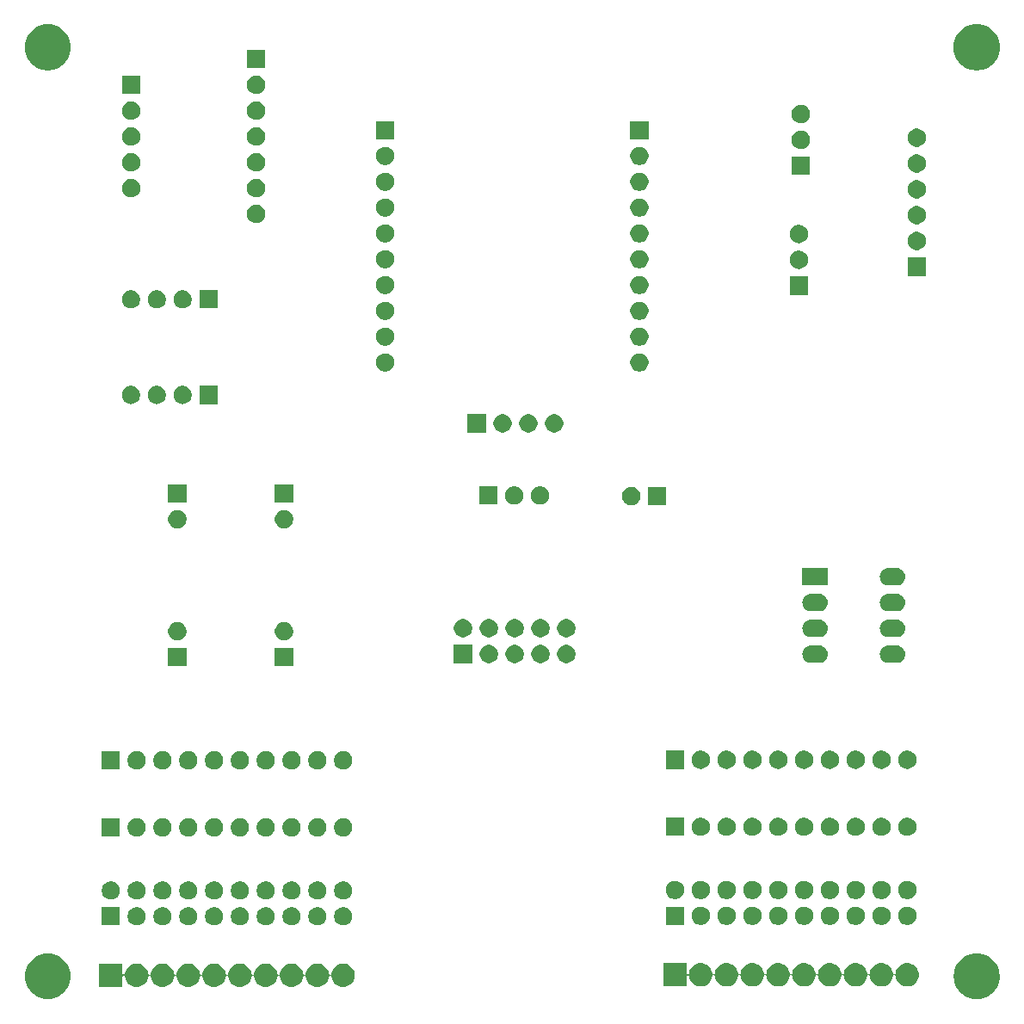
<source format=gbr>
G04 #@! TF.GenerationSoftware,KiCad,Pcbnew,(5.1.5-0-10_14)*
G04 #@! TF.CreationDate,2020-01-27T09:04:13+02:00*
G04 #@! TF.ProjectId,Focaccia-Board_v.0.1,466f6361-6363-4696-912d-426f6172645f,rev?*
G04 #@! TF.SameCoordinates,Original*
G04 #@! TF.FileFunction,Soldermask,Bot*
G04 #@! TF.FilePolarity,Negative*
%FSLAX46Y46*%
G04 Gerber Fmt 4.6, Leading zero omitted, Abs format (unit mm)*
G04 Created by KiCad (PCBNEW (5.1.5-0-10_14)) date 2020-01-27 09:04:13*
%MOMM*%
%LPD*%
G04 APERTURE LIST*
%ADD10C,0.100000*%
G04 APERTURE END LIST*
D10*
G36*
X186975880Y-107659776D02*
G01*
X187356593Y-107735504D01*
X187766249Y-107905189D01*
X188134929Y-108151534D01*
X188448466Y-108465071D01*
X188694811Y-108833751D01*
X188864496Y-109243407D01*
X188933117Y-109588393D01*
X188951000Y-109678295D01*
X188951000Y-110121705D01*
X188948209Y-110135734D01*
X188864496Y-110556593D01*
X188694811Y-110966249D01*
X188448466Y-111334929D01*
X188134929Y-111648466D01*
X187766249Y-111894811D01*
X187356593Y-112064496D01*
X186975880Y-112140224D01*
X186921705Y-112151000D01*
X186478295Y-112151000D01*
X186424120Y-112140224D01*
X186043407Y-112064496D01*
X185633751Y-111894811D01*
X185265071Y-111648466D01*
X184951534Y-111334929D01*
X184705189Y-110966249D01*
X184535504Y-110556593D01*
X184451791Y-110135734D01*
X184449000Y-110121705D01*
X184449000Y-109678295D01*
X184466883Y-109588393D01*
X184535504Y-109243407D01*
X184705189Y-108833751D01*
X184951534Y-108465071D01*
X185265071Y-108151534D01*
X185633751Y-107905189D01*
X186043407Y-107735504D01*
X186424120Y-107659776D01*
X186478295Y-107649000D01*
X186921705Y-107649000D01*
X186975880Y-107659776D01*
G37*
G36*
X95575880Y-107659776D02*
G01*
X95956593Y-107735504D01*
X96366249Y-107905189D01*
X96734929Y-108151534D01*
X97048466Y-108465071D01*
X97294811Y-108833751D01*
X97464496Y-109243407D01*
X97533117Y-109588393D01*
X97551000Y-109678295D01*
X97551000Y-110121705D01*
X97548209Y-110135734D01*
X97464496Y-110556593D01*
X97294811Y-110966249D01*
X97048466Y-111334929D01*
X96734929Y-111648466D01*
X96366249Y-111894811D01*
X95956593Y-112064496D01*
X95575880Y-112140224D01*
X95521705Y-112151000D01*
X95078295Y-112151000D01*
X95024120Y-112140224D01*
X94643407Y-112064496D01*
X94233751Y-111894811D01*
X93865071Y-111648466D01*
X93551534Y-111334929D01*
X93305189Y-110966249D01*
X93135504Y-110556593D01*
X93051791Y-110135734D01*
X93049000Y-110121705D01*
X93049000Y-109678295D01*
X93066883Y-109588393D01*
X93135504Y-109243407D01*
X93305189Y-108833751D01*
X93551534Y-108465071D01*
X93865071Y-108151534D01*
X94233751Y-107905189D01*
X94643407Y-107735504D01*
X95024120Y-107659776D01*
X95078295Y-107649000D01*
X95521705Y-107649000D01*
X95575880Y-107659776D01*
G37*
G36*
X102651000Y-109614007D02*
G01*
X102653402Y-109638393D01*
X102660515Y-109661842D01*
X102672066Y-109683453D01*
X102687611Y-109702395D01*
X102706553Y-109717940D01*
X102728164Y-109729491D01*
X102751613Y-109736604D01*
X102775999Y-109739006D01*
X102800385Y-109736604D01*
X102823834Y-109729491D01*
X102845445Y-109717940D01*
X102864387Y-109702395D01*
X102879932Y-109683453D01*
X102891483Y-109661842D01*
X102898596Y-109638393D01*
X102933232Y-109464267D01*
X102953943Y-109414267D01*
X103019997Y-109254797D01*
X103145960Y-109066280D01*
X103306280Y-108905960D01*
X103494797Y-108779997D01*
X103704266Y-108693232D01*
X103815451Y-108671116D01*
X103926635Y-108649000D01*
X104153365Y-108649000D01*
X104264549Y-108671116D01*
X104375734Y-108693232D01*
X104585203Y-108779997D01*
X104773720Y-108905960D01*
X104934040Y-109066280D01*
X105060003Y-109254797D01*
X105126058Y-109414267D01*
X105146768Y-109464267D01*
X105187403Y-109668552D01*
X105194516Y-109692001D01*
X105206067Y-109713612D01*
X105221612Y-109732554D01*
X105240554Y-109748099D01*
X105262165Y-109759650D01*
X105285614Y-109766763D01*
X105310000Y-109769165D01*
X105334386Y-109766763D01*
X105357835Y-109759650D01*
X105379446Y-109748099D01*
X105398388Y-109732554D01*
X105413933Y-109713612D01*
X105425484Y-109692001D01*
X105432597Y-109668552D01*
X105473232Y-109464267D01*
X105493943Y-109414267D01*
X105559997Y-109254797D01*
X105685960Y-109066280D01*
X105846280Y-108905960D01*
X106034797Y-108779997D01*
X106244266Y-108693232D01*
X106355451Y-108671116D01*
X106466635Y-108649000D01*
X106693365Y-108649000D01*
X106804549Y-108671116D01*
X106915734Y-108693232D01*
X107125203Y-108779997D01*
X107313720Y-108905960D01*
X107474040Y-109066280D01*
X107600003Y-109254797D01*
X107666058Y-109414267D01*
X107686768Y-109464267D01*
X107727403Y-109668552D01*
X107734516Y-109692001D01*
X107746067Y-109713612D01*
X107761612Y-109732554D01*
X107780554Y-109748099D01*
X107802165Y-109759650D01*
X107825614Y-109766763D01*
X107850000Y-109769165D01*
X107874386Y-109766763D01*
X107897835Y-109759650D01*
X107919446Y-109748099D01*
X107938388Y-109732554D01*
X107953933Y-109713612D01*
X107965484Y-109692001D01*
X107972597Y-109668552D01*
X108013232Y-109464267D01*
X108033943Y-109414267D01*
X108099997Y-109254797D01*
X108225960Y-109066280D01*
X108386280Y-108905960D01*
X108574797Y-108779997D01*
X108784266Y-108693232D01*
X108895451Y-108671116D01*
X109006635Y-108649000D01*
X109233365Y-108649000D01*
X109344549Y-108671116D01*
X109455734Y-108693232D01*
X109665203Y-108779997D01*
X109853720Y-108905960D01*
X110014040Y-109066280D01*
X110140003Y-109254797D01*
X110206058Y-109414267D01*
X110226768Y-109464267D01*
X110267403Y-109668552D01*
X110274516Y-109692001D01*
X110286067Y-109713612D01*
X110301612Y-109732554D01*
X110320554Y-109748099D01*
X110342165Y-109759650D01*
X110365614Y-109766763D01*
X110390000Y-109769165D01*
X110414386Y-109766763D01*
X110437835Y-109759650D01*
X110459446Y-109748099D01*
X110478388Y-109732554D01*
X110493933Y-109713612D01*
X110505484Y-109692001D01*
X110512597Y-109668552D01*
X110553232Y-109464267D01*
X110573943Y-109414267D01*
X110639997Y-109254797D01*
X110765960Y-109066280D01*
X110926280Y-108905960D01*
X111114797Y-108779997D01*
X111324266Y-108693232D01*
X111435451Y-108671116D01*
X111546635Y-108649000D01*
X111773365Y-108649000D01*
X111884549Y-108671116D01*
X111995734Y-108693232D01*
X112205203Y-108779997D01*
X112393720Y-108905960D01*
X112554040Y-109066280D01*
X112680003Y-109254797D01*
X112746058Y-109414267D01*
X112766768Y-109464267D01*
X112807403Y-109668552D01*
X112814516Y-109692001D01*
X112826067Y-109713612D01*
X112841612Y-109732554D01*
X112860554Y-109748099D01*
X112882165Y-109759650D01*
X112905614Y-109766763D01*
X112930000Y-109769165D01*
X112954386Y-109766763D01*
X112977835Y-109759650D01*
X112999446Y-109748099D01*
X113018388Y-109732554D01*
X113033933Y-109713612D01*
X113045484Y-109692001D01*
X113052597Y-109668552D01*
X113093232Y-109464267D01*
X113113943Y-109414267D01*
X113179997Y-109254797D01*
X113305960Y-109066280D01*
X113466280Y-108905960D01*
X113654797Y-108779997D01*
X113864266Y-108693232D01*
X113975451Y-108671116D01*
X114086635Y-108649000D01*
X114313365Y-108649000D01*
X114424549Y-108671116D01*
X114535734Y-108693232D01*
X114745203Y-108779997D01*
X114933720Y-108905960D01*
X115094040Y-109066280D01*
X115220003Y-109254797D01*
X115286058Y-109414267D01*
X115306768Y-109464267D01*
X115347403Y-109668552D01*
X115354516Y-109692001D01*
X115366067Y-109713612D01*
X115381612Y-109732554D01*
X115400554Y-109748099D01*
X115422165Y-109759650D01*
X115445614Y-109766763D01*
X115470000Y-109769165D01*
X115494386Y-109766763D01*
X115517835Y-109759650D01*
X115539446Y-109748099D01*
X115558388Y-109732554D01*
X115573933Y-109713612D01*
X115585484Y-109692001D01*
X115592597Y-109668552D01*
X115633232Y-109464267D01*
X115653943Y-109414267D01*
X115719997Y-109254797D01*
X115845960Y-109066280D01*
X116006280Y-108905960D01*
X116194797Y-108779997D01*
X116404266Y-108693232D01*
X116515451Y-108671116D01*
X116626635Y-108649000D01*
X116853365Y-108649000D01*
X116964549Y-108671116D01*
X117075734Y-108693232D01*
X117285203Y-108779997D01*
X117473720Y-108905960D01*
X117634040Y-109066280D01*
X117760003Y-109254797D01*
X117826058Y-109414267D01*
X117846768Y-109464267D01*
X117887403Y-109668552D01*
X117894516Y-109692001D01*
X117906067Y-109713612D01*
X117921612Y-109732554D01*
X117940554Y-109748099D01*
X117962165Y-109759650D01*
X117985614Y-109766763D01*
X118010000Y-109769165D01*
X118034386Y-109766763D01*
X118057835Y-109759650D01*
X118079446Y-109748099D01*
X118098388Y-109732554D01*
X118113933Y-109713612D01*
X118125484Y-109692001D01*
X118132597Y-109668552D01*
X118173232Y-109464267D01*
X118193943Y-109414267D01*
X118259997Y-109254797D01*
X118385960Y-109066280D01*
X118546280Y-108905960D01*
X118734797Y-108779997D01*
X118944266Y-108693232D01*
X119055451Y-108671116D01*
X119166635Y-108649000D01*
X119393365Y-108649000D01*
X119504549Y-108671116D01*
X119615734Y-108693232D01*
X119825203Y-108779997D01*
X120013720Y-108905960D01*
X120174040Y-109066280D01*
X120300003Y-109254797D01*
X120366058Y-109414267D01*
X120386768Y-109464267D01*
X120427403Y-109668552D01*
X120434516Y-109692001D01*
X120446067Y-109713612D01*
X120461612Y-109732554D01*
X120480554Y-109748099D01*
X120502165Y-109759650D01*
X120525614Y-109766763D01*
X120550000Y-109769165D01*
X120574386Y-109766763D01*
X120597835Y-109759650D01*
X120619446Y-109748099D01*
X120638388Y-109732554D01*
X120653933Y-109713612D01*
X120665484Y-109692001D01*
X120672597Y-109668552D01*
X120713232Y-109464267D01*
X120733943Y-109414267D01*
X120799997Y-109254797D01*
X120925960Y-109066280D01*
X121086280Y-108905960D01*
X121274797Y-108779997D01*
X121484266Y-108693232D01*
X121595451Y-108671116D01*
X121706635Y-108649000D01*
X121933365Y-108649000D01*
X122044549Y-108671116D01*
X122155734Y-108693232D01*
X122365203Y-108779997D01*
X122553720Y-108905960D01*
X122714040Y-109066280D01*
X122840003Y-109254797D01*
X122906058Y-109414267D01*
X122926768Y-109464267D01*
X122967403Y-109668552D01*
X122974516Y-109692001D01*
X122986067Y-109713612D01*
X123001612Y-109732554D01*
X123020554Y-109748099D01*
X123042165Y-109759650D01*
X123065614Y-109766763D01*
X123090000Y-109769165D01*
X123114386Y-109766763D01*
X123137835Y-109759650D01*
X123159446Y-109748099D01*
X123178388Y-109732554D01*
X123193933Y-109713612D01*
X123205484Y-109692001D01*
X123212597Y-109668552D01*
X123253232Y-109464267D01*
X123273943Y-109414267D01*
X123339997Y-109254797D01*
X123465960Y-109066280D01*
X123626280Y-108905960D01*
X123814797Y-108779997D01*
X124024266Y-108693232D01*
X124135451Y-108671116D01*
X124246635Y-108649000D01*
X124473365Y-108649000D01*
X124584549Y-108671116D01*
X124695734Y-108693232D01*
X124905203Y-108779997D01*
X125093720Y-108905960D01*
X125254040Y-109066280D01*
X125380003Y-109254797D01*
X125446058Y-109414267D01*
X125466768Y-109464267D01*
X125502595Y-109644378D01*
X125511000Y-109686636D01*
X125511000Y-109913364D01*
X125466768Y-110135734D01*
X125380003Y-110345203D01*
X125254040Y-110533720D01*
X125093720Y-110694040D01*
X124905203Y-110820003D01*
X124695734Y-110906768D01*
X124584549Y-110928884D01*
X124473365Y-110951000D01*
X124246635Y-110951000D01*
X124135451Y-110928884D01*
X124024266Y-110906768D01*
X123814797Y-110820003D01*
X123626280Y-110694040D01*
X123465960Y-110533720D01*
X123339997Y-110345203D01*
X123253232Y-110135734D01*
X123212597Y-109931448D01*
X123205484Y-109907999D01*
X123193933Y-109886388D01*
X123178388Y-109867446D01*
X123159446Y-109851901D01*
X123137835Y-109840350D01*
X123114386Y-109833237D01*
X123090000Y-109830835D01*
X123065614Y-109833237D01*
X123042165Y-109840350D01*
X123020554Y-109851901D01*
X123001612Y-109867446D01*
X122986067Y-109886388D01*
X122974516Y-109907999D01*
X122967403Y-109931448D01*
X122926768Y-110135734D01*
X122840003Y-110345203D01*
X122714040Y-110533720D01*
X122553720Y-110694040D01*
X122365203Y-110820003D01*
X122155734Y-110906768D01*
X122044549Y-110928884D01*
X121933365Y-110951000D01*
X121706635Y-110951000D01*
X121595451Y-110928884D01*
X121484266Y-110906768D01*
X121274797Y-110820003D01*
X121086280Y-110694040D01*
X120925960Y-110533720D01*
X120799997Y-110345203D01*
X120713232Y-110135734D01*
X120672597Y-109931448D01*
X120665484Y-109907999D01*
X120653933Y-109886388D01*
X120638388Y-109867446D01*
X120619446Y-109851901D01*
X120597835Y-109840350D01*
X120574386Y-109833237D01*
X120550000Y-109830835D01*
X120525614Y-109833237D01*
X120502165Y-109840350D01*
X120480554Y-109851901D01*
X120461612Y-109867446D01*
X120446067Y-109886388D01*
X120434516Y-109907999D01*
X120427403Y-109931448D01*
X120386768Y-110135734D01*
X120300003Y-110345203D01*
X120174040Y-110533720D01*
X120013720Y-110694040D01*
X119825203Y-110820003D01*
X119615734Y-110906768D01*
X119504549Y-110928884D01*
X119393365Y-110951000D01*
X119166635Y-110951000D01*
X119055451Y-110928884D01*
X118944266Y-110906768D01*
X118734797Y-110820003D01*
X118546280Y-110694040D01*
X118385960Y-110533720D01*
X118259997Y-110345203D01*
X118173232Y-110135734D01*
X118132597Y-109931448D01*
X118125484Y-109907999D01*
X118113933Y-109886388D01*
X118098388Y-109867446D01*
X118079446Y-109851901D01*
X118057835Y-109840350D01*
X118034386Y-109833237D01*
X118010000Y-109830835D01*
X117985614Y-109833237D01*
X117962165Y-109840350D01*
X117940554Y-109851901D01*
X117921612Y-109867446D01*
X117906067Y-109886388D01*
X117894516Y-109907999D01*
X117887403Y-109931448D01*
X117846768Y-110135734D01*
X117760003Y-110345203D01*
X117634040Y-110533720D01*
X117473720Y-110694040D01*
X117285203Y-110820003D01*
X117075734Y-110906768D01*
X116964549Y-110928884D01*
X116853365Y-110951000D01*
X116626635Y-110951000D01*
X116515451Y-110928884D01*
X116404266Y-110906768D01*
X116194797Y-110820003D01*
X116006280Y-110694040D01*
X115845960Y-110533720D01*
X115719997Y-110345203D01*
X115633232Y-110135734D01*
X115592597Y-109931448D01*
X115585484Y-109907999D01*
X115573933Y-109886388D01*
X115558388Y-109867446D01*
X115539446Y-109851901D01*
X115517835Y-109840350D01*
X115494386Y-109833237D01*
X115470000Y-109830835D01*
X115445614Y-109833237D01*
X115422165Y-109840350D01*
X115400554Y-109851901D01*
X115381612Y-109867446D01*
X115366067Y-109886388D01*
X115354516Y-109907999D01*
X115347403Y-109931448D01*
X115306768Y-110135734D01*
X115220003Y-110345203D01*
X115094040Y-110533720D01*
X114933720Y-110694040D01*
X114745203Y-110820003D01*
X114535734Y-110906768D01*
X114424549Y-110928884D01*
X114313365Y-110951000D01*
X114086635Y-110951000D01*
X113975451Y-110928884D01*
X113864266Y-110906768D01*
X113654797Y-110820003D01*
X113466280Y-110694040D01*
X113305960Y-110533720D01*
X113179997Y-110345203D01*
X113093232Y-110135734D01*
X113052597Y-109931448D01*
X113045484Y-109907999D01*
X113033933Y-109886388D01*
X113018388Y-109867446D01*
X112999446Y-109851901D01*
X112977835Y-109840350D01*
X112954386Y-109833237D01*
X112930000Y-109830835D01*
X112905614Y-109833237D01*
X112882165Y-109840350D01*
X112860554Y-109851901D01*
X112841612Y-109867446D01*
X112826067Y-109886388D01*
X112814516Y-109907999D01*
X112807403Y-109931448D01*
X112766768Y-110135734D01*
X112680003Y-110345203D01*
X112554040Y-110533720D01*
X112393720Y-110694040D01*
X112205203Y-110820003D01*
X111995734Y-110906768D01*
X111884549Y-110928884D01*
X111773365Y-110951000D01*
X111546635Y-110951000D01*
X111435451Y-110928884D01*
X111324266Y-110906768D01*
X111114797Y-110820003D01*
X110926280Y-110694040D01*
X110765960Y-110533720D01*
X110639997Y-110345203D01*
X110553232Y-110135734D01*
X110512597Y-109931448D01*
X110505484Y-109907999D01*
X110493933Y-109886388D01*
X110478388Y-109867446D01*
X110459446Y-109851901D01*
X110437835Y-109840350D01*
X110414386Y-109833237D01*
X110390000Y-109830835D01*
X110365614Y-109833237D01*
X110342165Y-109840350D01*
X110320554Y-109851901D01*
X110301612Y-109867446D01*
X110286067Y-109886388D01*
X110274516Y-109907999D01*
X110267403Y-109931448D01*
X110226768Y-110135734D01*
X110140003Y-110345203D01*
X110014040Y-110533720D01*
X109853720Y-110694040D01*
X109665203Y-110820003D01*
X109455734Y-110906768D01*
X109344549Y-110928884D01*
X109233365Y-110951000D01*
X109006635Y-110951000D01*
X108895451Y-110928884D01*
X108784266Y-110906768D01*
X108574797Y-110820003D01*
X108386280Y-110694040D01*
X108225960Y-110533720D01*
X108099997Y-110345203D01*
X108013232Y-110135734D01*
X107972597Y-109931448D01*
X107965484Y-109907999D01*
X107953933Y-109886388D01*
X107938388Y-109867446D01*
X107919446Y-109851901D01*
X107897835Y-109840350D01*
X107874386Y-109833237D01*
X107850000Y-109830835D01*
X107825614Y-109833237D01*
X107802165Y-109840350D01*
X107780554Y-109851901D01*
X107761612Y-109867446D01*
X107746067Y-109886388D01*
X107734516Y-109907999D01*
X107727403Y-109931448D01*
X107686768Y-110135734D01*
X107600003Y-110345203D01*
X107474040Y-110533720D01*
X107313720Y-110694040D01*
X107125203Y-110820003D01*
X106915734Y-110906768D01*
X106804549Y-110928884D01*
X106693365Y-110951000D01*
X106466635Y-110951000D01*
X106355451Y-110928884D01*
X106244266Y-110906768D01*
X106034797Y-110820003D01*
X105846280Y-110694040D01*
X105685960Y-110533720D01*
X105559997Y-110345203D01*
X105473232Y-110135734D01*
X105432597Y-109931448D01*
X105425484Y-109907999D01*
X105413933Y-109886388D01*
X105398388Y-109867446D01*
X105379446Y-109851901D01*
X105357835Y-109840350D01*
X105334386Y-109833237D01*
X105310000Y-109830835D01*
X105285614Y-109833237D01*
X105262165Y-109840350D01*
X105240554Y-109851901D01*
X105221612Y-109867446D01*
X105206067Y-109886388D01*
X105194516Y-109907999D01*
X105187403Y-109931448D01*
X105146768Y-110135734D01*
X105060003Y-110345203D01*
X104934040Y-110533720D01*
X104773720Y-110694040D01*
X104585203Y-110820003D01*
X104375734Y-110906768D01*
X104264549Y-110928884D01*
X104153365Y-110951000D01*
X103926635Y-110951000D01*
X103815451Y-110928884D01*
X103704266Y-110906768D01*
X103494797Y-110820003D01*
X103306280Y-110694040D01*
X103145960Y-110533720D01*
X103019997Y-110345203D01*
X102933232Y-110135734D01*
X102898596Y-109961607D01*
X102891483Y-109938158D01*
X102879932Y-109916547D01*
X102864387Y-109897605D01*
X102845445Y-109882060D01*
X102823834Y-109870509D01*
X102800385Y-109863396D01*
X102775999Y-109860994D01*
X102751613Y-109863396D01*
X102728164Y-109870509D01*
X102706553Y-109882060D01*
X102687611Y-109897605D01*
X102672066Y-109916547D01*
X102660515Y-109938158D01*
X102653402Y-109961607D01*
X102651000Y-109985993D01*
X102651000Y-110951000D01*
X100349000Y-110951000D01*
X100349000Y-108649000D01*
X102651000Y-108649000D01*
X102651000Y-109614007D01*
G37*
G36*
X158151000Y-109564007D02*
G01*
X158153402Y-109588393D01*
X158160515Y-109611842D01*
X158172066Y-109633453D01*
X158187611Y-109652395D01*
X158206553Y-109667940D01*
X158228164Y-109679491D01*
X158251613Y-109686604D01*
X158275999Y-109689006D01*
X158300385Y-109686604D01*
X158323834Y-109679491D01*
X158345445Y-109667940D01*
X158364387Y-109652395D01*
X158379932Y-109633453D01*
X158391483Y-109611842D01*
X158398596Y-109588393D01*
X158423286Y-109464267D01*
X158433232Y-109414266D01*
X158519997Y-109204797D01*
X158645960Y-109016280D01*
X158806280Y-108855960D01*
X158994797Y-108729997D01*
X159204266Y-108643232D01*
X159315451Y-108621116D01*
X159426635Y-108599000D01*
X159653365Y-108599000D01*
X159764549Y-108621116D01*
X159875734Y-108643232D01*
X160085203Y-108729997D01*
X160273720Y-108855960D01*
X160434040Y-109016280D01*
X160560003Y-109204797D01*
X160646768Y-109414266D01*
X160656714Y-109464267D01*
X160687403Y-109618552D01*
X160694516Y-109642001D01*
X160706067Y-109663612D01*
X160721612Y-109682554D01*
X160740554Y-109698099D01*
X160762165Y-109709650D01*
X160785614Y-109716763D01*
X160810000Y-109719165D01*
X160834386Y-109716763D01*
X160857835Y-109709650D01*
X160879446Y-109698099D01*
X160898388Y-109682554D01*
X160913933Y-109663612D01*
X160925484Y-109642001D01*
X160932597Y-109618552D01*
X160963286Y-109464267D01*
X160973232Y-109414266D01*
X161059997Y-109204797D01*
X161185960Y-109016280D01*
X161346280Y-108855960D01*
X161534797Y-108729997D01*
X161744266Y-108643232D01*
X161855451Y-108621116D01*
X161966635Y-108599000D01*
X162193365Y-108599000D01*
X162304549Y-108621116D01*
X162415734Y-108643232D01*
X162625203Y-108729997D01*
X162813720Y-108855960D01*
X162974040Y-109016280D01*
X163100003Y-109204797D01*
X163186768Y-109414266D01*
X163196714Y-109464267D01*
X163227403Y-109618552D01*
X163234516Y-109642001D01*
X163246067Y-109663612D01*
X163261612Y-109682554D01*
X163280554Y-109698099D01*
X163302165Y-109709650D01*
X163325614Y-109716763D01*
X163350000Y-109719165D01*
X163374386Y-109716763D01*
X163397835Y-109709650D01*
X163419446Y-109698099D01*
X163438388Y-109682554D01*
X163453933Y-109663612D01*
X163465484Y-109642001D01*
X163472597Y-109618552D01*
X163503286Y-109464267D01*
X163513232Y-109414266D01*
X163599997Y-109204797D01*
X163725960Y-109016280D01*
X163886280Y-108855960D01*
X164074797Y-108729997D01*
X164284266Y-108643232D01*
X164395451Y-108621116D01*
X164506635Y-108599000D01*
X164733365Y-108599000D01*
X164844549Y-108621116D01*
X164955734Y-108643232D01*
X165165203Y-108729997D01*
X165353720Y-108855960D01*
X165514040Y-109016280D01*
X165640003Y-109204797D01*
X165726768Y-109414266D01*
X165736714Y-109464267D01*
X165767403Y-109618552D01*
X165774516Y-109642001D01*
X165786067Y-109663612D01*
X165801612Y-109682554D01*
X165820554Y-109698099D01*
X165842165Y-109709650D01*
X165865614Y-109716763D01*
X165890000Y-109719165D01*
X165914386Y-109716763D01*
X165937835Y-109709650D01*
X165959446Y-109698099D01*
X165978388Y-109682554D01*
X165993933Y-109663612D01*
X166005484Y-109642001D01*
X166012597Y-109618552D01*
X166043286Y-109464267D01*
X166053232Y-109414266D01*
X166139997Y-109204797D01*
X166265960Y-109016280D01*
X166426280Y-108855960D01*
X166614797Y-108729997D01*
X166824266Y-108643232D01*
X166935451Y-108621116D01*
X167046635Y-108599000D01*
X167273365Y-108599000D01*
X167384549Y-108621116D01*
X167495734Y-108643232D01*
X167705203Y-108729997D01*
X167893720Y-108855960D01*
X168054040Y-109016280D01*
X168180003Y-109204797D01*
X168266768Y-109414266D01*
X168276714Y-109464267D01*
X168307403Y-109618552D01*
X168314516Y-109642001D01*
X168326067Y-109663612D01*
X168341612Y-109682554D01*
X168360554Y-109698099D01*
X168382165Y-109709650D01*
X168405614Y-109716763D01*
X168430000Y-109719165D01*
X168454386Y-109716763D01*
X168477835Y-109709650D01*
X168499446Y-109698099D01*
X168518388Y-109682554D01*
X168533933Y-109663612D01*
X168545484Y-109642001D01*
X168552597Y-109618552D01*
X168583286Y-109464267D01*
X168593232Y-109414266D01*
X168679997Y-109204797D01*
X168805960Y-109016280D01*
X168966280Y-108855960D01*
X169154797Y-108729997D01*
X169364266Y-108643232D01*
X169475451Y-108621116D01*
X169586635Y-108599000D01*
X169813365Y-108599000D01*
X169924549Y-108621116D01*
X170035734Y-108643232D01*
X170245203Y-108729997D01*
X170433720Y-108855960D01*
X170594040Y-109016280D01*
X170720003Y-109204797D01*
X170806768Y-109414266D01*
X170816714Y-109464267D01*
X170847403Y-109618552D01*
X170854516Y-109642001D01*
X170866067Y-109663612D01*
X170881612Y-109682554D01*
X170900554Y-109698099D01*
X170922165Y-109709650D01*
X170945614Y-109716763D01*
X170970000Y-109719165D01*
X170994386Y-109716763D01*
X171017835Y-109709650D01*
X171039446Y-109698099D01*
X171058388Y-109682554D01*
X171073933Y-109663612D01*
X171085484Y-109642001D01*
X171092597Y-109618552D01*
X171123286Y-109464267D01*
X171133232Y-109414266D01*
X171219997Y-109204797D01*
X171345960Y-109016280D01*
X171506280Y-108855960D01*
X171694797Y-108729997D01*
X171904266Y-108643232D01*
X172015451Y-108621116D01*
X172126635Y-108599000D01*
X172353365Y-108599000D01*
X172464549Y-108621116D01*
X172575734Y-108643232D01*
X172785203Y-108729997D01*
X172973720Y-108855960D01*
X173134040Y-109016280D01*
X173260003Y-109204797D01*
X173346768Y-109414266D01*
X173356714Y-109464267D01*
X173387403Y-109618552D01*
X173394516Y-109642001D01*
X173406067Y-109663612D01*
X173421612Y-109682554D01*
X173440554Y-109698099D01*
X173462165Y-109709650D01*
X173485614Y-109716763D01*
X173510000Y-109719165D01*
X173534386Y-109716763D01*
X173557835Y-109709650D01*
X173579446Y-109698099D01*
X173598388Y-109682554D01*
X173613933Y-109663612D01*
X173625484Y-109642001D01*
X173632597Y-109618552D01*
X173663286Y-109464267D01*
X173673232Y-109414266D01*
X173759997Y-109204797D01*
X173885960Y-109016280D01*
X174046280Y-108855960D01*
X174234797Y-108729997D01*
X174444266Y-108643232D01*
X174555451Y-108621116D01*
X174666635Y-108599000D01*
X174893365Y-108599000D01*
X175004549Y-108621116D01*
X175115734Y-108643232D01*
X175325203Y-108729997D01*
X175513720Y-108855960D01*
X175674040Y-109016280D01*
X175800003Y-109204797D01*
X175886768Y-109414266D01*
X175896714Y-109464267D01*
X175927403Y-109618552D01*
X175934516Y-109642001D01*
X175946067Y-109663612D01*
X175961612Y-109682554D01*
X175980554Y-109698099D01*
X176002165Y-109709650D01*
X176025614Y-109716763D01*
X176050000Y-109719165D01*
X176074386Y-109716763D01*
X176097835Y-109709650D01*
X176119446Y-109698099D01*
X176138388Y-109682554D01*
X176153933Y-109663612D01*
X176165484Y-109642001D01*
X176172597Y-109618552D01*
X176203286Y-109464267D01*
X176213232Y-109414266D01*
X176299997Y-109204797D01*
X176425960Y-109016280D01*
X176586280Y-108855960D01*
X176774797Y-108729997D01*
X176984266Y-108643232D01*
X177095451Y-108621116D01*
X177206635Y-108599000D01*
X177433365Y-108599000D01*
X177544549Y-108621116D01*
X177655734Y-108643232D01*
X177865203Y-108729997D01*
X178053720Y-108855960D01*
X178214040Y-109016280D01*
X178340003Y-109204797D01*
X178426768Y-109414266D01*
X178436714Y-109464267D01*
X178467403Y-109618552D01*
X178474516Y-109642001D01*
X178486067Y-109663612D01*
X178501612Y-109682554D01*
X178520554Y-109698099D01*
X178542165Y-109709650D01*
X178565614Y-109716763D01*
X178590000Y-109719165D01*
X178614386Y-109716763D01*
X178637835Y-109709650D01*
X178659446Y-109698099D01*
X178678388Y-109682554D01*
X178693933Y-109663612D01*
X178705484Y-109642001D01*
X178712597Y-109618552D01*
X178743286Y-109464267D01*
X178753232Y-109414266D01*
X178839997Y-109204797D01*
X178965960Y-109016280D01*
X179126280Y-108855960D01*
X179314797Y-108729997D01*
X179524266Y-108643232D01*
X179635451Y-108621116D01*
X179746635Y-108599000D01*
X179973365Y-108599000D01*
X180084549Y-108621116D01*
X180195734Y-108643232D01*
X180405203Y-108729997D01*
X180593720Y-108855960D01*
X180754040Y-109016280D01*
X180880003Y-109204797D01*
X180966768Y-109414266D01*
X180976714Y-109464267D01*
X181011000Y-109636635D01*
X181011000Y-109863365D01*
X181001054Y-109913365D01*
X180966768Y-110085734D01*
X180880003Y-110295203D01*
X180754040Y-110483720D01*
X180593720Y-110644040D01*
X180405203Y-110770003D01*
X180195734Y-110856768D01*
X180084549Y-110878884D01*
X179973365Y-110901000D01*
X179746635Y-110901000D01*
X179635451Y-110878884D01*
X179524266Y-110856768D01*
X179314797Y-110770003D01*
X179126280Y-110644040D01*
X178965960Y-110483720D01*
X178839997Y-110295203D01*
X178753232Y-110085734D01*
X178712597Y-109881448D01*
X178705484Y-109857999D01*
X178693933Y-109836388D01*
X178678388Y-109817446D01*
X178659446Y-109801901D01*
X178637835Y-109790350D01*
X178614386Y-109783237D01*
X178590000Y-109780835D01*
X178565614Y-109783237D01*
X178542165Y-109790350D01*
X178520554Y-109801901D01*
X178501612Y-109817446D01*
X178486067Y-109836388D01*
X178474516Y-109857999D01*
X178467403Y-109881448D01*
X178426768Y-110085734D01*
X178340003Y-110295203D01*
X178214040Y-110483720D01*
X178053720Y-110644040D01*
X177865203Y-110770003D01*
X177655734Y-110856768D01*
X177544549Y-110878884D01*
X177433365Y-110901000D01*
X177206635Y-110901000D01*
X177095451Y-110878884D01*
X176984266Y-110856768D01*
X176774797Y-110770003D01*
X176586280Y-110644040D01*
X176425960Y-110483720D01*
X176299997Y-110295203D01*
X176213232Y-110085734D01*
X176172597Y-109881448D01*
X176165484Y-109857999D01*
X176153933Y-109836388D01*
X176138388Y-109817446D01*
X176119446Y-109801901D01*
X176097835Y-109790350D01*
X176074386Y-109783237D01*
X176050000Y-109780835D01*
X176025614Y-109783237D01*
X176002165Y-109790350D01*
X175980554Y-109801901D01*
X175961612Y-109817446D01*
X175946067Y-109836388D01*
X175934516Y-109857999D01*
X175927403Y-109881448D01*
X175886768Y-110085734D01*
X175800003Y-110295203D01*
X175674040Y-110483720D01*
X175513720Y-110644040D01*
X175325203Y-110770003D01*
X175115734Y-110856768D01*
X175004549Y-110878884D01*
X174893365Y-110901000D01*
X174666635Y-110901000D01*
X174555451Y-110878884D01*
X174444266Y-110856768D01*
X174234797Y-110770003D01*
X174046280Y-110644040D01*
X173885960Y-110483720D01*
X173759997Y-110295203D01*
X173673232Y-110085734D01*
X173632597Y-109881448D01*
X173625484Y-109857999D01*
X173613933Y-109836388D01*
X173598388Y-109817446D01*
X173579446Y-109801901D01*
X173557835Y-109790350D01*
X173534386Y-109783237D01*
X173510000Y-109780835D01*
X173485614Y-109783237D01*
X173462165Y-109790350D01*
X173440554Y-109801901D01*
X173421612Y-109817446D01*
X173406067Y-109836388D01*
X173394516Y-109857999D01*
X173387403Y-109881448D01*
X173346768Y-110085734D01*
X173260003Y-110295203D01*
X173134040Y-110483720D01*
X172973720Y-110644040D01*
X172785203Y-110770003D01*
X172575734Y-110856768D01*
X172464549Y-110878884D01*
X172353365Y-110901000D01*
X172126635Y-110901000D01*
X172015451Y-110878884D01*
X171904266Y-110856768D01*
X171694797Y-110770003D01*
X171506280Y-110644040D01*
X171345960Y-110483720D01*
X171219997Y-110295203D01*
X171133232Y-110085734D01*
X171092597Y-109881448D01*
X171085484Y-109857999D01*
X171073933Y-109836388D01*
X171058388Y-109817446D01*
X171039446Y-109801901D01*
X171017835Y-109790350D01*
X170994386Y-109783237D01*
X170970000Y-109780835D01*
X170945614Y-109783237D01*
X170922165Y-109790350D01*
X170900554Y-109801901D01*
X170881612Y-109817446D01*
X170866067Y-109836388D01*
X170854516Y-109857999D01*
X170847403Y-109881448D01*
X170806768Y-110085734D01*
X170720003Y-110295203D01*
X170594040Y-110483720D01*
X170433720Y-110644040D01*
X170245203Y-110770003D01*
X170035734Y-110856768D01*
X169924549Y-110878884D01*
X169813365Y-110901000D01*
X169586635Y-110901000D01*
X169475451Y-110878884D01*
X169364266Y-110856768D01*
X169154797Y-110770003D01*
X168966280Y-110644040D01*
X168805960Y-110483720D01*
X168679997Y-110295203D01*
X168593232Y-110085734D01*
X168552597Y-109881448D01*
X168545484Y-109857999D01*
X168533933Y-109836388D01*
X168518388Y-109817446D01*
X168499446Y-109801901D01*
X168477835Y-109790350D01*
X168454386Y-109783237D01*
X168430000Y-109780835D01*
X168405614Y-109783237D01*
X168382165Y-109790350D01*
X168360554Y-109801901D01*
X168341612Y-109817446D01*
X168326067Y-109836388D01*
X168314516Y-109857999D01*
X168307403Y-109881448D01*
X168266768Y-110085734D01*
X168180003Y-110295203D01*
X168054040Y-110483720D01*
X167893720Y-110644040D01*
X167705203Y-110770003D01*
X167495734Y-110856768D01*
X167384549Y-110878884D01*
X167273365Y-110901000D01*
X167046635Y-110901000D01*
X166935451Y-110878884D01*
X166824266Y-110856768D01*
X166614797Y-110770003D01*
X166426280Y-110644040D01*
X166265960Y-110483720D01*
X166139997Y-110295203D01*
X166053232Y-110085734D01*
X166012597Y-109881448D01*
X166005484Y-109857999D01*
X165993933Y-109836388D01*
X165978388Y-109817446D01*
X165959446Y-109801901D01*
X165937835Y-109790350D01*
X165914386Y-109783237D01*
X165890000Y-109780835D01*
X165865614Y-109783237D01*
X165842165Y-109790350D01*
X165820554Y-109801901D01*
X165801612Y-109817446D01*
X165786067Y-109836388D01*
X165774516Y-109857999D01*
X165767403Y-109881448D01*
X165726768Y-110085734D01*
X165640003Y-110295203D01*
X165514040Y-110483720D01*
X165353720Y-110644040D01*
X165165203Y-110770003D01*
X164955734Y-110856768D01*
X164844549Y-110878884D01*
X164733365Y-110901000D01*
X164506635Y-110901000D01*
X164395451Y-110878884D01*
X164284266Y-110856768D01*
X164074797Y-110770003D01*
X163886280Y-110644040D01*
X163725960Y-110483720D01*
X163599997Y-110295203D01*
X163513232Y-110085734D01*
X163472597Y-109881448D01*
X163465484Y-109857999D01*
X163453933Y-109836388D01*
X163438388Y-109817446D01*
X163419446Y-109801901D01*
X163397835Y-109790350D01*
X163374386Y-109783237D01*
X163350000Y-109780835D01*
X163325614Y-109783237D01*
X163302165Y-109790350D01*
X163280554Y-109801901D01*
X163261612Y-109817446D01*
X163246067Y-109836388D01*
X163234516Y-109857999D01*
X163227403Y-109881448D01*
X163186768Y-110085734D01*
X163100003Y-110295203D01*
X162974040Y-110483720D01*
X162813720Y-110644040D01*
X162625203Y-110770003D01*
X162415734Y-110856768D01*
X162304549Y-110878884D01*
X162193365Y-110901000D01*
X161966635Y-110901000D01*
X161855451Y-110878884D01*
X161744266Y-110856768D01*
X161534797Y-110770003D01*
X161346280Y-110644040D01*
X161185960Y-110483720D01*
X161059997Y-110295203D01*
X160973232Y-110085734D01*
X160932597Y-109881448D01*
X160925484Y-109857999D01*
X160913933Y-109836388D01*
X160898388Y-109817446D01*
X160879446Y-109801901D01*
X160857835Y-109790350D01*
X160834386Y-109783237D01*
X160810000Y-109780835D01*
X160785614Y-109783237D01*
X160762165Y-109790350D01*
X160740554Y-109801901D01*
X160721612Y-109817446D01*
X160706067Y-109836388D01*
X160694516Y-109857999D01*
X160687403Y-109881448D01*
X160646768Y-110085734D01*
X160560003Y-110295203D01*
X160434040Y-110483720D01*
X160273720Y-110644040D01*
X160085203Y-110770003D01*
X159875734Y-110856768D01*
X159764549Y-110878884D01*
X159653365Y-110901000D01*
X159426635Y-110901000D01*
X159315451Y-110878884D01*
X159204266Y-110856768D01*
X158994797Y-110770003D01*
X158806280Y-110644040D01*
X158645960Y-110483720D01*
X158519997Y-110295203D01*
X158433232Y-110085734D01*
X158398946Y-109913365D01*
X158398596Y-109911607D01*
X158391483Y-109888158D01*
X158379932Y-109866547D01*
X158364387Y-109847605D01*
X158345445Y-109832060D01*
X158323834Y-109820509D01*
X158300385Y-109813396D01*
X158275999Y-109810994D01*
X158251613Y-109813396D01*
X158228164Y-109820509D01*
X158206553Y-109832060D01*
X158187611Y-109847605D01*
X158172066Y-109866547D01*
X158160515Y-109888158D01*
X158153402Y-109911607D01*
X158151000Y-109935993D01*
X158151000Y-110901000D01*
X155849000Y-110901000D01*
X155849000Y-108599000D01*
X158151000Y-108599000D01*
X158151000Y-109564007D01*
G37*
G36*
X111773512Y-103103927D02*
G01*
X111922812Y-103133624D01*
X112086784Y-103201544D01*
X112234354Y-103300147D01*
X112359853Y-103425646D01*
X112458456Y-103573216D01*
X112526376Y-103737188D01*
X112561000Y-103911259D01*
X112561000Y-104088741D01*
X112526376Y-104262812D01*
X112458456Y-104426784D01*
X112359853Y-104574354D01*
X112234354Y-104699853D01*
X112086784Y-104798456D01*
X111922812Y-104866376D01*
X111773512Y-104896073D01*
X111748742Y-104901000D01*
X111571258Y-104901000D01*
X111546488Y-104896073D01*
X111397188Y-104866376D01*
X111233216Y-104798456D01*
X111085646Y-104699853D01*
X110960147Y-104574354D01*
X110861544Y-104426784D01*
X110793624Y-104262812D01*
X110759000Y-104088741D01*
X110759000Y-103911259D01*
X110793624Y-103737188D01*
X110861544Y-103573216D01*
X110960147Y-103425646D01*
X111085646Y-103300147D01*
X111233216Y-103201544D01*
X111397188Y-103133624D01*
X111546488Y-103103927D01*
X111571258Y-103099000D01*
X111748742Y-103099000D01*
X111773512Y-103103927D01*
G37*
G36*
X124473512Y-103103927D02*
G01*
X124622812Y-103133624D01*
X124786784Y-103201544D01*
X124934354Y-103300147D01*
X125059853Y-103425646D01*
X125158456Y-103573216D01*
X125226376Y-103737188D01*
X125261000Y-103911259D01*
X125261000Y-104088741D01*
X125226376Y-104262812D01*
X125158456Y-104426784D01*
X125059853Y-104574354D01*
X124934354Y-104699853D01*
X124786784Y-104798456D01*
X124622812Y-104866376D01*
X124473512Y-104896073D01*
X124448742Y-104901000D01*
X124271258Y-104901000D01*
X124246488Y-104896073D01*
X124097188Y-104866376D01*
X123933216Y-104798456D01*
X123785646Y-104699853D01*
X123660147Y-104574354D01*
X123561544Y-104426784D01*
X123493624Y-104262812D01*
X123459000Y-104088741D01*
X123459000Y-103911259D01*
X123493624Y-103737188D01*
X123561544Y-103573216D01*
X123660147Y-103425646D01*
X123785646Y-103300147D01*
X123933216Y-103201544D01*
X124097188Y-103133624D01*
X124246488Y-103103927D01*
X124271258Y-103099000D01*
X124448742Y-103099000D01*
X124473512Y-103103927D01*
G37*
G36*
X121933512Y-103103927D02*
G01*
X122082812Y-103133624D01*
X122246784Y-103201544D01*
X122394354Y-103300147D01*
X122519853Y-103425646D01*
X122618456Y-103573216D01*
X122686376Y-103737188D01*
X122721000Y-103911259D01*
X122721000Y-104088741D01*
X122686376Y-104262812D01*
X122618456Y-104426784D01*
X122519853Y-104574354D01*
X122394354Y-104699853D01*
X122246784Y-104798456D01*
X122082812Y-104866376D01*
X121933512Y-104896073D01*
X121908742Y-104901000D01*
X121731258Y-104901000D01*
X121706488Y-104896073D01*
X121557188Y-104866376D01*
X121393216Y-104798456D01*
X121245646Y-104699853D01*
X121120147Y-104574354D01*
X121021544Y-104426784D01*
X120953624Y-104262812D01*
X120919000Y-104088741D01*
X120919000Y-103911259D01*
X120953624Y-103737188D01*
X121021544Y-103573216D01*
X121120147Y-103425646D01*
X121245646Y-103300147D01*
X121393216Y-103201544D01*
X121557188Y-103133624D01*
X121706488Y-103103927D01*
X121731258Y-103099000D01*
X121908742Y-103099000D01*
X121933512Y-103103927D01*
G37*
G36*
X119393512Y-103103927D02*
G01*
X119542812Y-103133624D01*
X119706784Y-103201544D01*
X119854354Y-103300147D01*
X119979853Y-103425646D01*
X120078456Y-103573216D01*
X120146376Y-103737188D01*
X120181000Y-103911259D01*
X120181000Y-104088741D01*
X120146376Y-104262812D01*
X120078456Y-104426784D01*
X119979853Y-104574354D01*
X119854354Y-104699853D01*
X119706784Y-104798456D01*
X119542812Y-104866376D01*
X119393512Y-104896073D01*
X119368742Y-104901000D01*
X119191258Y-104901000D01*
X119166488Y-104896073D01*
X119017188Y-104866376D01*
X118853216Y-104798456D01*
X118705646Y-104699853D01*
X118580147Y-104574354D01*
X118481544Y-104426784D01*
X118413624Y-104262812D01*
X118379000Y-104088741D01*
X118379000Y-103911259D01*
X118413624Y-103737188D01*
X118481544Y-103573216D01*
X118580147Y-103425646D01*
X118705646Y-103300147D01*
X118853216Y-103201544D01*
X119017188Y-103133624D01*
X119166488Y-103103927D01*
X119191258Y-103099000D01*
X119368742Y-103099000D01*
X119393512Y-103103927D01*
G37*
G36*
X116853512Y-103103927D02*
G01*
X117002812Y-103133624D01*
X117166784Y-103201544D01*
X117314354Y-103300147D01*
X117439853Y-103425646D01*
X117538456Y-103573216D01*
X117606376Y-103737188D01*
X117641000Y-103911259D01*
X117641000Y-104088741D01*
X117606376Y-104262812D01*
X117538456Y-104426784D01*
X117439853Y-104574354D01*
X117314354Y-104699853D01*
X117166784Y-104798456D01*
X117002812Y-104866376D01*
X116853512Y-104896073D01*
X116828742Y-104901000D01*
X116651258Y-104901000D01*
X116626488Y-104896073D01*
X116477188Y-104866376D01*
X116313216Y-104798456D01*
X116165646Y-104699853D01*
X116040147Y-104574354D01*
X115941544Y-104426784D01*
X115873624Y-104262812D01*
X115839000Y-104088741D01*
X115839000Y-103911259D01*
X115873624Y-103737188D01*
X115941544Y-103573216D01*
X116040147Y-103425646D01*
X116165646Y-103300147D01*
X116313216Y-103201544D01*
X116477188Y-103133624D01*
X116626488Y-103103927D01*
X116651258Y-103099000D01*
X116828742Y-103099000D01*
X116853512Y-103103927D01*
G37*
G36*
X114313512Y-103103927D02*
G01*
X114462812Y-103133624D01*
X114626784Y-103201544D01*
X114774354Y-103300147D01*
X114899853Y-103425646D01*
X114998456Y-103573216D01*
X115066376Y-103737188D01*
X115101000Y-103911259D01*
X115101000Y-104088741D01*
X115066376Y-104262812D01*
X114998456Y-104426784D01*
X114899853Y-104574354D01*
X114774354Y-104699853D01*
X114626784Y-104798456D01*
X114462812Y-104866376D01*
X114313512Y-104896073D01*
X114288742Y-104901000D01*
X114111258Y-104901000D01*
X114086488Y-104896073D01*
X113937188Y-104866376D01*
X113773216Y-104798456D01*
X113625646Y-104699853D01*
X113500147Y-104574354D01*
X113401544Y-104426784D01*
X113333624Y-104262812D01*
X113299000Y-104088741D01*
X113299000Y-103911259D01*
X113333624Y-103737188D01*
X113401544Y-103573216D01*
X113500147Y-103425646D01*
X113625646Y-103300147D01*
X113773216Y-103201544D01*
X113937188Y-103133624D01*
X114086488Y-103103927D01*
X114111258Y-103099000D01*
X114288742Y-103099000D01*
X114313512Y-103103927D01*
G37*
G36*
X109233512Y-103103927D02*
G01*
X109382812Y-103133624D01*
X109546784Y-103201544D01*
X109694354Y-103300147D01*
X109819853Y-103425646D01*
X109918456Y-103573216D01*
X109986376Y-103737188D01*
X110021000Y-103911259D01*
X110021000Y-104088741D01*
X109986376Y-104262812D01*
X109918456Y-104426784D01*
X109819853Y-104574354D01*
X109694354Y-104699853D01*
X109546784Y-104798456D01*
X109382812Y-104866376D01*
X109233512Y-104896073D01*
X109208742Y-104901000D01*
X109031258Y-104901000D01*
X109006488Y-104896073D01*
X108857188Y-104866376D01*
X108693216Y-104798456D01*
X108545646Y-104699853D01*
X108420147Y-104574354D01*
X108321544Y-104426784D01*
X108253624Y-104262812D01*
X108219000Y-104088741D01*
X108219000Y-103911259D01*
X108253624Y-103737188D01*
X108321544Y-103573216D01*
X108420147Y-103425646D01*
X108545646Y-103300147D01*
X108693216Y-103201544D01*
X108857188Y-103133624D01*
X109006488Y-103103927D01*
X109031258Y-103099000D01*
X109208742Y-103099000D01*
X109233512Y-103103927D01*
G37*
G36*
X106693512Y-103103927D02*
G01*
X106842812Y-103133624D01*
X107006784Y-103201544D01*
X107154354Y-103300147D01*
X107279853Y-103425646D01*
X107378456Y-103573216D01*
X107446376Y-103737188D01*
X107481000Y-103911259D01*
X107481000Y-104088741D01*
X107446376Y-104262812D01*
X107378456Y-104426784D01*
X107279853Y-104574354D01*
X107154354Y-104699853D01*
X107006784Y-104798456D01*
X106842812Y-104866376D01*
X106693512Y-104896073D01*
X106668742Y-104901000D01*
X106491258Y-104901000D01*
X106466488Y-104896073D01*
X106317188Y-104866376D01*
X106153216Y-104798456D01*
X106005646Y-104699853D01*
X105880147Y-104574354D01*
X105781544Y-104426784D01*
X105713624Y-104262812D01*
X105679000Y-104088741D01*
X105679000Y-103911259D01*
X105713624Y-103737188D01*
X105781544Y-103573216D01*
X105880147Y-103425646D01*
X106005646Y-103300147D01*
X106153216Y-103201544D01*
X106317188Y-103133624D01*
X106466488Y-103103927D01*
X106491258Y-103099000D01*
X106668742Y-103099000D01*
X106693512Y-103103927D01*
G37*
G36*
X104153512Y-103103927D02*
G01*
X104302812Y-103133624D01*
X104466784Y-103201544D01*
X104614354Y-103300147D01*
X104739853Y-103425646D01*
X104838456Y-103573216D01*
X104906376Y-103737188D01*
X104941000Y-103911259D01*
X104941000Y-104088741D01*
X104906376Y-104262812D01*
X104838456Y-104426784D01*
X104739853Y-104574354D01*
X104614354Y-104699853D01*
X104466784Y-104798456D01*
X104302812Y-104866376D01*
X104153512Y-104896073D01*
X104128742Y-104901000D01*
X103951258Y-104901000D01*
X103926488Y-104896073D01*
X103777188Y-104866376D01*
X103613216Y-104798456D01*
X103465646Y-104699853D01*
X103340147Y-104574354D01*
X103241544Y-104426784D01*
X103173624Y-104262812D01*
X103139000Y-104088741D01*
X103139000Y-103911259D01*
X103173624Y-103737188D01*
X103241544Y-103573216D01*
X103340147Y-103425646D01*
X103465646Y-103300147D01*
X103613216Y-103201544D01*
X103777188Y-103133624D01*
X103926488Y-103103927D01*
X103951258Y-103099000D01*
X104128742Y-103099000D01*
X104153512Y-103103927D01*
G37*
G36*
X102401000Y-104901000D02*
G01*
X100599000Y-104901000D01*
X100599000Y-103099000D01*
X102401000Y-103099000D01*
X102401000Y-104901000D01*
G37*
G36*
X159653512Y-103053927D02*
G01*
X159802812Y-103083624D01*
X159966784Y-103151544D01*
X160114354Y-103250147D01*
X160239853Y-103375646D01*
X160338456Y-103523216D01*
X160406376Y-103687188D01*
X160441000Y-103861259D01*
X160441000Y-104038741D01*
X160406376Y-104212812D01*
X160338456Y-104376784D01*
X160239853Y-104524354D01*
X160114354Y-104649853D01*
X159966784Y-104748456D01*
X159802812Y-104816376D01*
X159653512Y-104846073D01*
X159628742Y-104851000D01*
X159451258Y-104851000D01*
X159426488Y-104846073D01*
X159277188Y-104816376D01*
X159113216Y-104748456D01*
X158965646Y-104649853D01*
X158840147Y-104524354D01*
X158741544Y-104376784D01*
X158673624Y-104212812D01*
X158639000Y-104038741D01*
X158639000Y-103861259D01*
X158673624Y-103687188D01*
X158741544Y-103523216D01*
X158840147Y-103375646D01*
X158965646Y-103250147D01*
X159113216Y-103151544D01*
X159277188Y-103083624D01*
X159426488Y-103053927D01*
X159451258Y-103049000D01*
X159628742Y-103049000D01*
X159653512Y-103053927D01*
G37*
G36*
X174893512Y-103053927D02*
G01*
X175042812Y-103083624D01*
X175206784Y-103151544D01*
X175354354Y-103250147D01*
X175479853Y-103375646D01*
X175578456Y-103523216D01*
X175646376Y-103687188D01*
X175681000Y-103861259D01*
X175681000Y-104038741D01*
X175646376Y-104212812D01*
X175578456Y-104376784D01*
X175479853Y-104524354D01*
X175354354Y-104649853D01*
X175206784Y-104748456D01*
X175042812Y-104816376D01*
X174893512Y-104846073D01*
X174868742Y-104851000D01*
X174691258Y-104851000D01*
X174666488Y-104846073D01*
X174517188Y-104816376D01*
X174353216Y-104748456D01*
X174205646Y-104649853D01*
X174080147Y-104524354D01*
X173981544Y-104376784D01*
X173913624Y-104212812D01*
X173879000Y-104038741D01*
X173879000Y-103861259D01*
X173913624Y-103687188D01*
X173981544Y-103523216D01*
X174080147Y-103375646D01*
X174205646Y-103250147D01*
X174353216Y-103151544D01*
X174517188Y-103083624D01*
X174666488Y-103053927D01*
X174691258Y-103049000D01*
X174868742Y-103049000D01*
X174893512Y-103053927D01*
G37*
G36*
X177433512Y-103053927D02*
G01*
X177582812Y-103083624D01*
X177746784Y-103151544D01*
X177894354Y-103250147D01*
X178019853Y-103375646D01*
X178118456Y-103523216D01*
X178186376Y-103687188D01*
X178221000Y-103861259D01*
X178221000Y-104038741D01*
X178186376Y-104212812D01*
X178118456Y-104376784D01*
X178019853Y-104524354D01*
X177894354Y-104649853D01*
X177746784Y-104748456D01*
X177582812Y-104816376D01*
X177433512Y-104846073D01*
X177408742Y-104851000D01*
X177231258Y-104851000D01*
X177206488Y-104846073D01*
X177057188Y-104816376D01*
X176893216Y-104748456D01*
X176745646Y-104649853D01*
X176620147Y-104524354D01*
X176521544Y-104376784D01*
X176453624Y-104212812D01*
X176419000Y-104038741D01*
X176419000Y-103861259D01*
X176453624Y-103687188D01*
X176521544Y-103523216D01*
X176620147Y-103375646D01*
X176745646Y-103250147D01*
X176893216Y-103151544D01*
X177057188Y-103083624D01*
X177206488Y-103053927D01*
X177231258Y-103049000D01*
X177408742Y-103049000D01*
X177433512Y-103053927D01*
G37*
G36*
X179973512Y-103053927D02*
G01*
X180122812Y-103083624D01*
X180286784Y-103151544D01*
X180434354Y-103250147D01*
X180559853Y-103375646D01*
X180658456Y-103523216D01*
X180726376Y-103687188D01*
X180761000Y-103861259D01*
X180761000Y-104038741D01*
X180726376Y-104212812D01*
X180658456Y-104376784D01*
X180559853Y-104524354D01*
X180434354Y-104649853D01*
X180286784Y-104748456D01*
X180122812Y-104816376D01*
X179973512Y-104846073D01*
X179948742Y-104851000D01*
X179771258Y-104851000D01*
X179746488Y-104846073D01*
X179597188Y-104816376D01*
X179433216Y-104748456D01*
X179285646Y-104649853D01*
X179160147Y-104524354D01*
X179061544Y-104376784D01*
X178993624Y-104212812D01*
X178959000Y-104038741D01*
X178959000Y-103861259D01*
X178993624Y-103687188D01*
X179061544Y-103523216D01*
X179160147Y-103375646D01*
X179285646Y-103250147D01*
X179433216Y-103151544D01*
X179597188Y-103083624D01*
X179746488Y-103053927D01*
X179771258Y-103049000D01*
X179948742Y-103049000D01*
X179973512Y-103053927D01*
G37*
G36*
X172353512Y-103053927D02*
G01*
X172502812Y-103083624D01*
X172666784Y-103151544D01*
X172814354Y-103250147D01*
X172939853Y-103375646D01*
X173038456Y-103523216D01*
X173106376Y-103687188D01*
X173141000Y-103861259D01*
X173141000Y-104038741D01*
X173106376Y-104212812D01*
X173038456Y-104376784D01*
X172939853Y-104524354D01*
X172814354Y-104649853D01*
X172666784Y-104748456D01*
X172502812Y-104816376D01*
X172353512Y-104846073D01*
X172328742Y-104851000D01*
X172151258Y-104851000D01*
X172126488Y-104846073D01*
X171977188Y-104816376D01*
X171813216Y-104748456D01*
X171665646Y-104649853D01*
X171540147Y-104524354D01*
X171441544Y-104376784D01*
X171373624Y-104212812D01*
X171339000Y-104038741D01*
X171339000Y-103861259D01*
X171373624Y-103687188D01*
X171441544Y-103523216D01*
X171540147Y-103375646D01*
X171665646Y-103250147D01*
X171813216Y-103151544D01*
X171977188Y-103083624D01*
X172126488Y-103053927D01*
X172151258Y-103049000D01*
X172328742Y-103049000D01*
X172353512Y-103053927D01*
G37*
G36*
X169813512Y-103053927D02*
G01*
X169962812Y-103083624D01*
X170126784Y-103151544D01*
X170274354Y-103250147D01*
X170399853Y-103375646D01*
X170498456Y-103523216D01*
X170566376Y-103687188D01*
X170601000Y-103861259D01*
X170601000Y-104038741D01*
X170566376Y-104212812D01*
X170498456Y-104376784D01*
X170399853Y-104524354D01*
X170274354Y-104649853D01*
X170126784Y-104748456D01*
X169962812Y-104816376D01*
X169813512Y-104846073D01*
X169788742Y-104851000D01*
X169611258Y-104851000D01*
X169586488Y-104846073D01*
X169437188Y-104816376D01*
X169273216Y-104748456D01*
X169125646Y-104649853D01*
X169000147Y-104524354D01*
X168901544Y-104376784D01*
X168833624Y-104212812D01*
X168799000Y-104038741D01*
X168799000Y-103861259D01*
X168833624Y-103687188D01*
X168901544Y-103523216D01*
X169000147Y-103375646D01*
X169125646Y-103250147D01*
X169273216Y-103151544D01*
X169437188Y-103083624D01*
X169586488Y-103053927D01*
X169611258Y-103049000D01*
X169788742Y-103049000D01*
X169813512Y-103053927D01*
G37*
G36*
X167273512Y-103053927D02*
G01*
X167422812Y-103083624D01*
X167586784Y-103151544D01*
X167734354Y-103250147D01*
X167859853Y-103375646D01*
X167958456Y-103523216D01*
X168026376Y-103687188D01*
X168061000Y-103861259D01*
X168061000Y-104038741D01*
X168026376Y-104212812D01*
X167958456Y-104376784D01*
X167859853Y-104524354D01*
X167734354Y-104649853D01*
X167586784Y-104748456D01*
X167422812Y-104816376D01*
X167273512Y-104846073D01*
X167248742Y-104851000D01*
X167071258Y-104851000D01*
X167046488Y-104846073D01*
X166897188Y-104816376D01*
X166733216Y-104748456D01*
X166585646Y-104649853D01*
X166460147Y-104524354D01*
X166361544Y-104376784D01*
X166293624Y-104212812D01*
X166259000Y-104038741D01*
X166259000Y-103861259D01*
X166293624Y-103687188D01*
X166361544Y-103523216D01*
X166460147Y-103375646D01*
X166585646Y-103250147D01*
X166733216Y-103151544D01*
X166897188Y-103083624D01*
X167046488Y-103053927D01*
X167071258Y-103049000D01*
X167248742Y-103049000D01*
X167273512Y-103053927D01*
G37*
G36*
X164733512Y-103053927D02*
G01*
X164882812Y-103083624D01*
X165046784Y-103151544D01*
X165194354Y-103250147D01*
X165319853Y-103375646D01*
X165418456Y-103523216D01*
X165486376Y-103687188D01*
X165521000Y-103861259D01*
X165521000Y-104038741D01*
X165486376Y-104212812D01*
X165418456Y-104376784D01*
X165319853Y-104524354D01*
X165194354Y-104649853D01*
X165046784Y-104748456D01*
X164882812Y-104816376D01*
X164733512Y-104846073D01*
X164708742Y-104851000D01*
X164531258Y-104851000D01*
X164506488Y-104846073D01*
X164357188Y-104816376D01*
X164193216Y-104748456D01*
X164045646Y-104649853D01*
X163920147Y-104524354D01*
X163821544Y-104376784D01*
X163753624Y-104212812D01*
X163719000Y-104038741D01*
X163719000Y-103861259D01*
X163753624Y-103687188D01*
X163821544Y-103523216D01*
X163920147Y-103375646D01*
X164045646Y-103250147D01*
X164193216Y-103151544D01*
X164357188Y-103083624D01*
X164506488Y-103053927D01*
X164531258Y-103049000D01*
X164708742Y-103049000D01*
X164733512Y-103053927D01*
G37*
G36*
X162193512Y-103053927D02*
G01*
X162342812Y-103083624D01*
X162506784Y-103151544D01*
X162654354Y-103250147D01*
X162779853Y-103375646D01*
X162878456Y-103523216D01*
X162946376Y-103687188D01*
X162981000Y-103861259D01*
X162981000Y-104038741D01*
X162946376Y-104212812D01*
X162878456Y-104376784D01*
X162779853Y-104524354D01*
X162654354Y-104649853D01*
X162506784Y-104748456D01*
X162342812Y-104816376D01*
X162193512Y-104846073D01*
X162168742Y-104851000D01*
X161991258Y-104851000D01*
X161966488Y-104846073D01*
X161817188Y-104816376D01*
X161653216Y-104748456D01*
X161505646Y-104649853D01*
X161380147Y-104524354D01*
X161281544Y-104376784D01*
X161213624Y-104212812D01*
X161179000Y-104038741D01*
X161179000Y-103861259D01*
X161213624Y-103687188D01*
X161281544Y-103523216D01*
X161380147Y-103375646D01*
X161505646Y-103250147D01*
X161653216Y-103151544D01*
X161817188Y-103083624D01*
X161966488Y-103053927D01*
X161991258Y-103049000D01*
X162168742Y-103049000D01*
X162193512Y-103053927D01*
G37*
G36*
X157901000Y-104851000D02*
G01*
X156099000Y-104851000D01*
X156099000Y-103049000D01*
X157901000Y-103049000D01*
X157901000Y-104851000D01*
G37*
G36*
X124473512Y-100563927D02*
G01*
X124622812Y-100593624D01*
X124786784Y-100661544D01*
X124934354Y-100760147D01*
X125059853Y-100885646D01*
X125158456Y-101033216D01*
X125226376Y-101197188D01*
X125261000Y-101371259D01*
X125261000Y-101548741D01*
X125226376Y-101722812D01*
X125158456Y-101886784D01*
X125059853Y-102034354D01*
X124934354Y-102159853D01*
X124786784Y-102258456D01*
X124622812Y-102326376D01*
X124473512Y-102356073D01*
X124448742Y-102361000D01*
X124271258Y-102361000D01*
X124246488Y-102356073D01*
X124097188Y-102326376D01*
X123933216Y-102258456D01*
X123785646Y-102159853D01*
X123660147Y-102034354D01*
X123561544Y-101886784D01*
X123493624Y-101722812D01*
X123459000Y-101548741D01*
X123459000Y-101371259D01*
X123493624Y-101197188D01*
X123561544Y-101033216D01*
X123660147Y-100885646D01*
X123785646Y-100760147D01*
X123933216Y-100661544D01*
X124097188Y-100593624D01*
X124246488Y-100563927D01*
X124271258Y-100559000D01*
X124448742Y-100559000D01*
X124473512Y-100563927D01*
G37*
G36*
X116853512Y-100563927D02*
G01*
X117002812Y-100593624D01*
X117166784Y-100661544D01*
X117314354Y-100760147D01*
X117439853Y-100885646D01*
X117538456Y-101033216D01*
X117606376Y-101197188D01*
X117641000Y-101371259D01*
X117641000Y-101548741D01*
X117606376Y-101722812D01*
X117538456Y-101886784D01*
X117439853Y-102034354D01*
X117314354Y-102159853D01*
X117166784Y-102258456D01*
X117002812Y-102326376D01*
X116853512Y-102356073D01*
X116828742Y-102361000D01*
X116651258Y-102361000D01*
X116626488Y-102356073D01*
X116477188Y-102326376D01*
X116313216Y-102258456D01*
X116165646Y-102159853D01*
X116040147Y-102034354D01*
X115941544Y-101886784D01*
X115873624Y-101722812D01*
X115839000Y-101548741D01*
X115839000Y-101371259D01*
X115873624Y-101197188D01*
X115941544Y-101033216D01*
X116040147Y-100885646D01*
X116165646Y-100760147D01*
X116313216Y-100661544D01*
X116477188Y-100593624D01*
X116626488Y-100563927D01*
X116651258Y-100559000D01*
X116828742Y-100559000D01*
X116853512Y-100563927D01*
G37*
G36*
X114313512Y-100563927D02*
G01*
X114462812Y-100593624D01*
X114626784Y-100661544D01*
X114774354Y-100760147D01*
X114899853Y-100885646D01*
X114998456Y-101033216D01*
X115066376Y-101197188D01*
X115101000Y-101371259D01*
X115101000Y-101548741D01*
X115066376Y-101722812D01*
X114998456Y-101886784D01*
X114899853Y-102034354D01*
X114774354Y-102159853D01*
X114626784Y-102258456D01*
X114462812Y-102326376D01*
X114313512Y-102356073D01*
X114288742Y-102361000D01*
X114111258Y-102361000D01*
X114086488Y-102356073D01*
X113937188Y-102326376D01*
X113773216Y-102258456D01*
X113625646Y-102159853D01*
X113500147Y-102034354D01*
X113401544Y-101886784D01*
X113333624Y-101722812D01*
X113299000Y-101548741D01*
X113299000Y-101371259D01*
X113333624Y-101197188D01*
X113401544Y-101033216D01*
X113500147Y-100885646D01*
X113625646Y-100760147D01*
X113773216Y-100661544D01*
X113937188Y-100593624D01*
X114086488Y-100563927D01*
X114111258Y-100559000D01*
X114288742Y-100559000D01*
X114313512Y-100563927D01*
G37*
G36*
X119393512Y-100563927D02*
G01*
X119542812Y-100593624D01*
X119706784Y-100661544D01*
X119854354Y-100760147D01*
X119979853Y-100885646D01*
X120078456Y-101033216D01*
X120146376Y-101197188D01*
X120181000Y-101371259D01*
X120181000Y-101548741D01*
X120146376Y-101722812D01*
X120078456Y-101886784D01*
X119979853Y-102034354D01*
X119854354Y-102159853D01*
X119706784Y-102258456D01*
X119542812Y-102326376D01*
X119393512Y-102356073D01*
X119368742Y-102361000D01*
X119191258Y-102361000D01*
X119166488Y-102356073D01*
X119017188Y-102326376D01*
X118853216Y-102258456D01*
X118705646Y-102159853D01*
X118580147Y-102034354D01*
X118481544Y-101886784D01*
X118413624Y-101722812D01*
X118379000Y-101548741D01*
X118379000Y-101371259D01*
X118413624Y-101197188D01*
X118481544Y-101033216D01*
X118580147Y-100885646D01*
X118705646Y-100760147D01*
X118853216Y-100661544D01*
X119017188Y-100593624D01*
X119166488Y-100563927D01*
X119191258Y-100559000D01*
X119368742Y-100559000D01*
X119393512Y-100563927D01*
G37*
G36*
X121933512Y-100563927D02*
G01*
X122082812Y-100593624D01*
X122246784Y-100661544D01*
X122394354Y-100760147D01*
X122519853Y-100885646D01*
X122618456Y-101033216D01*
X122686376Y-101197188D01*
X122721000Y-101371259D01*
X122721000Y-101548741D01*
X122686376Y-101722812D01*
X122618456Y-101886784D01*
X122519853Y-102034354D01*
X122394354Y-102159853D01*
X122246784Y-102258456D01*
X122082812Y-102326376D01*
X121933512Y-102356073D01*
X121908742Y-102361000D01*
X121731258Y-102361000D01*
X121706488Y-102356073D01*
X121557188Y-102326376D01*
X121393216Y-102258456D01*
X121245646Y-102159853D01*
X121120147Y-102034354D01*
X121021544Y-101886784D01*
X120953624Y-101722812D01*
X120919000Y-101548741D01*
X120919000Y-101371259D01*
X120953624Y-101197188D01*
X121021544Y-101033216D01*
X121120147Y-100885646D01*
X121245646Y-100760147D01*
X121393216Y-100661544D01*
X121557188Y-100593624D01*
X121706488Y-100563927D01*
X121731258Y-100559000D01*
X121908742Y-100559000D01*
X121933512Y-100563927D01*
G37*
G36*
X111773512Y-100563927D02*
G01*
X111922812Y-100593624D01*
X112086784Y-100661544D01*
X112234354Y-100760147D01*
X112359853Y-100885646D01*
X112458456Y-101033216D01*
X112526376Y-101197188D01*
X112561000Y-101371259D01*
X112561000Y-101548741D01*
X112526376Y-101722812D01*
X112458456Y-101886784D01*
X112359853Y-102034354D01*
X112234354Y-102159853D01*
X112086784Y-102258456D01*
X111922812Y-102326376D01*
X111773512Y-102356073D01*
X111748742Y-102361000D01*
X111571258Y-102361000D01*
X111546488Y-102356073D01*
X111397188Y-102326376D01*
X111233216Y-102258456D01*
X111085646Y-102159853D01*
X110960147Y-102034354D01*
X110861544Y-101886784D01*
X110793624Y-101722812D01*
X110759000Y-101548741D01*
X110759000Y-101371259D01*
X110793624Y-101197188D01*
X110861544Y-101033216D01*
X110960147Y-100885646D01*
X111085646Y-100760147D01*
X111233216Y-100661544D01*
X111397188Y-100593624D01*
X111546488Y-100563927D01*
X111571258Y-100559000D01*
X111748742Y-100559000D01*
X111773512Y-100563927D01*
G37*
G36*
X109233512Y-100563927D02*
G01*
X109382812Y-100593624D01*
X109546784Y-100661544D01*
X109694354Y-100760147D01*
X109819853Y-100885646D01*
X109918456Y-101033216D01*
X109986376Y-101197188D01*
X110021000Y-101371259D01*
X110021000Y-101548741D01*
X109986376Y-101722812D01*
X109918456Y-101886784D01*
X109819853Y-102034354D01*
X109694354Y-102159853D01*
X109546784Y-102258456D01*
X109382812Y-102326376D01*
X109233512Y-102356073D01*
X109208742Y-102361000D01*
X109031258Y-102361000D01*
X109006488Y-102356073D01*
X108857188Y-102326376D01*
X108693216Y-102258456D01*
X108545646Y-102159853D01*
X108420147Y-102034354D01*
X108321544Y-101886784D01*
X108253624Y-101722812D01*
X108219000Y-101548741D01*
X108219000Y-101371259D01*
X108253624Y-101197188D01*
X108321544Y-101033216D01*
X108420147Y-100885646D01*
X108545646Y-100760147D01*
X108693216Y-100661544D01*
X108857188Y-100593624D01*
X109006488Y-100563927D01*
X109031258Y-100559000D01*
X109208742Y-100559000D01*
X109233512Y-100563927D01*
G37*
G36*
X106693512Y-100563927D02*
G01*
X106842812Y-100593624D01*
X107006784Y-100661544D01*
X107154354Y-100760147D01*
X107279853Y-100885646D01*
X107378456Y-101033216D01*
X107446376Y-101197188D01*
X107481000Y-101371259D01*
X107481000Y-101548741D01*
X107446376Y-101722812D01*
X107378456Y-101886784D01*
X107279853Y-102034354D01*
X107154354Y-102159853D01*
X107006784Y-102258456D01*
X106842812Y-102326376D01*
X106693512Y-102356073D01*
X106668742Y-102361000D01*
X106491258Y-102361000D01*
X106466488Y-102356073D01*
X106317188Y-102326376D01*
X106153216Y-102258456D01*
X106005646Y-102159853D01*
X105880147Y-102034354D01*
X105781544Y-101886784D01*
X105713624Y-101722812D01*
X105679000Y-101548741D01*
X105679000Y-101371259D01*
X105713624Y-101197188D01*
X105781544Y-101033216D01*
X105880147Y-100885646D01*
X106005646Y-100760147D01*
X106153216Y-100661544D01*
X106317188Y-100593624D01*
X106466488Y-100563927D01*
X106491258Y-100559000D01*
X106668742Y-100559000D01*
X106693512Y-100563927D01*
G37*
G36*
X104153512Y-100563927D02*
G01*
X104302812Y-100593624D01*
X104466784Y-100661544D01*
X104614354Y-100760147D01*
X104739853Y-100885646D01*
X104838456Y-101033216D01*
X104906376Y-101197188D01*
X104941000Y-101371259D01*
X104941000Y-101548741D01*
X104906376Y-101722812D01*
X104838456Y-101886784D01*
X104739853Y-102034354D01*
X104614354Y-102159853D01*
X104466784Y-102258456D01*
X104302812Y-102326376D01*
X104153512Y-102356073D01*
X104128742Y-102361000D01*
X103951258Y-102361000D01*
X103926488Y-102356073D01*
X103777188Y-102326376D01*
X103613216Y-102258456D01*
X103465646Y-102159853D01*
X103340147Y-102034354D01*
X103241544Y-101886784D01*
X103173624Y-101722812D01*
X103139000Y-101548741D01*
X103139000Y-101371259D01*
X103173624Y-101197188D01*
X103241544Y-101033216D01*
X103340147Y-100885646D01*
X103465646Y-100760147D01*
X103613216Y-100661544D01*
X103777188Y-100593624D01*
X103926488Y-100563927D01*
X103951258Y-100559000D01*
X104128742Y-100559000D01*
X104153512Y-100563927D01*
G37*
G36*
X101613512Y-100563927D02*
G01*
X101762812Y-100593624D01*
X101926784Y-100661544D01*
X102074354Y-100760147D01*
X102199853Y-100885646D01*
X102298456Y-101033216D01*
X102366376Y-101197188D01*
X102401000Y-101371259D01*
X102401000Y-101548741D01*
X102366376Y-101722812D01*
X102298456Y-101886784D01*
X102199853Y-102034354D01*
X102074354Y-102159853D01*
X101926784Y-102258456D01*
X101762812Y-102326376D01*
X101613512Y-102356073D01*
X101588742Y-102361000D01*
X101411258Y-102361000D01*
X101386488Y-102356073D01*
X101237188Y-102326376D01*
X101073216Y-102258456D01*
X100925646Y-102159853D01*
X100800147Y-102034354D01*
X100701544Y-101886784D01*
X100633624Y-101722812D01*
X100599000Y-101548741D01*
X100599000Y-101371259D01*
X100633624Y-101197188D01*
X100701544Y-101033216D01*
X100800147Y-100885646D01*
X100925646Y-100760147D01*
X101073216Y-100661544D01*
X101237188Y-100593624D01*
X101386488Y-100563927D01*
X101411258Y-100559000D01*
X101588742Y-100559000D01*
X101613512Y-100563927D01*
G37*
G36*
X157113512Y-100513927D02*
G01*
X157262812Y-100543624D01*
X157426784Y-100611544D01*
X157574354Y-100710147D01*
X157699853Y-100835646D01*
X157798456Y-100983216D01*
X157866376Y-101147188D01*
X157901000Y-101321259D01*
X157901000Y-101498741D01*
X157866376Y-101672812D01*
X157798456Y-101836784D01*
X157699853Y-101984354D01*
X157574354Y-102109853D01*
X157426784Y-102208456D01*
X157262812Y-102276376D01*
X157113512Y-102306073D01*
X157088742Y-102311000D01*
X156911258Y-102311000D01*
X156886488Y-102306073D01*
X156737188Y-102276376D01*
X156573216Y-102208456D01*
X156425646Y-102109853D01*
X156300147Y-101984354D01*
X156201544Y-101836784D01*
X156133624Y-101672812D01*
X156099000Y-101498741D01*
X156099000Y-101321259D01*
X156133624Y-101147188D01*
X156201544Y-100983216D01*
X156300147Y-100835646D01*
X156425646Y-100710147D01*
X156573216Y-100611544D01*
X156737188Y-100543624D01*
X156886488Y-100513927D01*
X156911258Y-100509000D01*
X157088742Y-100509000D01*
X157113512Y-100513927D01*
G37*
G36*
X159653512Y-100513927D02*
G01*
X159802812Y-100543624D01*
X159966784Y-100611544D01*
X160114354Y-100710147D01*
X160239853Y-100835646D01*
X160338456Y-100983216D01*
X160406376Y-101147188D01*
X160441000Y-101321259D01*
X160441000Y-101498741D01*
X160406376Y-101672812D01*
X160338456Y-101836784D01*
X160239853Y-101984354D01*
X160114354Y-102109853D01*
X159966784Y-102208456D01*
X159802812Y-102276376D01*
X159653512Y-102306073D01*
X159628742Y-102311000D01*
X159451258Y-102311000D01*
X159426488Y-102306073D01*
X159277188Y-102276376D01*
X159113216Y-102208456D01*
X158965646Y-102109853D01*
X158840147Y-101984354D01*
X158741544Y-101836784D01*
X158673624Y-101672812D01*
X158639000Y-101498741D01*
X158639000Y-101321259D01*
X158673624Y-101147188D01*
X158741544Y-100983216D01*
X158840147Y-100835646D01*
X158965646Y-100710147D01*
X159113216Y-100611544D01*
X159277188Y-100543624D01*
X159426488Y-100513927D01*
X159451258Y-100509000D01*
X159628742Y-100509000D01*
X159653512Y-100513927D01*
G37*
G36*
X162193512Y-100513927D02*
G01*
X162342812Y-100543624D01*
X162506784Y-100611544D01*
X162654354Y-100710147D01*
X162779853Y-100835646D01*
X162878456Y-100983216D01*
X162946376Y-101147188D01*
X162981000Y-101321259D01*
X162981000Y-101498741D01*
X162946376Y-101672812D01*
X162878456Y-101836784D01*
X162779853Y-101984354D01*
X162654354Y-102109853D01*
X162506784Y-102208456D01*
X162342812Y-102276376D01*
X162193512Y-102306073D01*
X162168742Y-102311000D01*
X161991258Y-102311000D01*
X161966488Y-102306073D01*
X161817188Y-102276376D01*
X161653216Y-102208456D01*
X161505646Y-102109853D01*
X161380147Y-101984354D01*
X161281544Y-101836784D01*
X161213624Y-101672812D01*
X161179000Y-101498741D01*
X161179000Y-101321259D01*
X161213624Y-101147188D01*
X161281544Y-100983216D01*
X161380147Y-100835646D01*
X161505646Y-100710147D01*
X161653216Y-100611544D01*
X161817188Y-100543624D01*
X161966488Y-100513927D01*
X161991258Y-100509000D01*
X162168742Y-100509000D01*
X162193512Y-100513927D01*
G37*
G36*
X164733512Y-100513927D02*
G01*
X164882812Y-100543624D01*
X165046784Y-100611544D01*
X165194354Y-100710147D01*
X165319853Y-100835646D01*
X165418456Y-100983216D01*
X165486376Y-101147188D01*
X165521000Y-101321259D01*
X165521000Y-101498741D01*
X165486376Y-101672812D01*
X165418456Y-101836784D01*
X165319853Y-101984354D01*
X165194354Y-102109853D01*
X165046784Y-102208456D01*
X164882812Y-102276376D01*
X164733512Y-102306073D01*
X164708742Y-102311000D01*
X164531258Y-102311000D01*
X164506488Y-102306073D01*
X164357188Y-102276376D01*
X164193216Y-102208456D01*
X164045646Y-102109853D01*
X163920147Y-101984354D01*
X163821544Y-101836784D01*
X163753624Y-101672812D01*
X163719000Y-101498741D01*
X163719000Y-101321259D01*
X163753624Y-101147188D01*
X163821544Y-100983216D01*
X163920147Y-100835646D01*
X164045646Y-100710147D01*
X164193216Y-100611544D01*
X164357188Y-100543624D01*
X164506488Y-100513927D01*
X164531258Y-100509000D01*
X164708742Y-100509000D01*
X164733512Y-100513927D01*
G37*
G36*
X167273512Y-100513927D02*
G01*
X167422812Y-100543624D01*
X167586784Y-100611544D01*
X167734354Y-100710147D01*
X167859853Y-100835646D01*
X167958456Y-100983216D01*
X168026376Y-101147188D01*
X168061000Y-101321259D01*
X168061000Y-101498741D01*
X168026376Y-101672812D01*
X167958456Y-101836784D01*
X167859853Y-101984354D01*
X167734354Y-102109853D01*
X167586784Y-102208456D01*
X167422812Y-102276376D01*
X167273512Y-102306073D01*
X167248742Y-102311000D01*
X167071258Y-102311000D01*
X167046488Y-102306073D01*
X166897188Y-102276376D01*
X166733216Y-102208456D01*
X166585646Y-102109853D01*
X166460147Y-101984354D01*
X166361544Y-101836784D01*
X166293624Y-101672812D01*
X166259000Y-101498741D01*
X166259000Y-101321259D01*
X166293624Y-101147188D01*
X166361544Y-100983216D01*
X166460147Y-100835646D01*
X166585646Y-100710147D01*
X166733216Y-100611544D01*
X166897188Y-100543624D01*
X167046488Y-100513927D01*
X167071258Y-100509000D01*
X167248742Y-100509000D01*
X167273512Y-100513927D01*
G37*
G36*
X169813512Y-100513927D02*
G01*
X169962812Y-100543624D01*
X170126784Y-100611544D01*
X170274354Y-100710147D01*
X170399853Y-100835646D01*
X170498456Y-100983216D01*
X170566376Y-101147188D01*
X170601000Y-101321259D01*
X170601000Y-101498741D01*
X170566376Y-101672812D01*
X170498456Y-101836784D01*
X170399853Y-101984354D01*
X170274354Y-102109853D01*
X170126784Y-102208456D01*
X169962812Y-102276376D01*
X169813512Y-102306073D01*
X169788742Y-102311000D01*
X169611258Y-102311000D01*
X169586488Y-102306073D01*
X169437188Y-102276376D01*
X169273216Y-102208456D01*
X169125646Y-102109853D01*
X169000147Y-101984354D01*
X168901544Y-101836784D01*
X168833624Y-101672812D01*
X168799000Y-101498741D01*
X168799000Y-101321259D01*
X168833624Y-101147188D01*
X168901544Y-100983216D01*
X169000147Y-100835646D01*
X169125646Y-100710147D01*
X169273216Y-100611544D01*
X169437188Y-100543624D01*
X169586488Y-100513927D01*
X169611258Y-100509000D01*
X169788742Y-100509000D01*
X169813512Y-100513927D01*
G37*
G36*
X172353512Y-100513927D02*
G01*
X172502812Y-100543624D01*
X172666784Y-100611544D01*
X172814354Y-100710147D01*
X172939853Y-100835646D01*
X173038456Y-100983216D01*
X173106376Y-101147188D01*
X173141000Y-101321259D01*
X173141000Y-101498741D01*
X173106376Y-101672812D01*
X173038456Y-101836784D01*
X172939853Y-101984354D01*
X172814354Y-102109853D01*
X172666784Y-102208456D01*
X172502812Y-102276376D01*
X172353512Y-102306073D01*
X172328742Y-102311000D01*
X172151258Y-102311000D01*
X172126488Y-102306073D01*
X171977188Y-102276376D01*
X171813216Y-102208456D01*
X171665646Y-102109853D01*
X171540147Y-101984354D01*
X171441544Y-101836784D01*
X171373624Y-101672812D01*
X171339000Y-101498741D01*
X171339000Y-101321259D01*
X171373624Y-101147188D01*
X171441544Y-100983216D01*
X171540147Y-100835646D01*
X171665646Y-100710147D01*
X171813216Y-100611544D01*
X171977188Y-100543624D01*
X172126488Y-100513927D01*
X172151258Y-100509000D01*
X172328742Y-100509000D01*
X172353512Y-100513927D01*
G37*
G36*
X174893512Y-100513927D02*
G01*
X175042812Y-100543624D01*
X175206784Y-100611544D01*
X175354354Y-100710147D01*
X175479853Y-100835646D01*
X175578456Y-100983216D01*
X175646376Y-101147188D01*
X175681000Y-101321259D01*
X175681000Y-101498741D01*
X175646376Y-101672812D01*
X175578456Y-101836784D01*
X175479853Y-101984354D01*
X175354354Y-102109853D01*
X175206784Y-102208456D01*
X175042812Y-102276376D01*
X174893512Y-102306073D01*
X174868742Y-102311000D01*
X174691258Y-102311000D01*
X174666488Y-102306073D01*
X174517188Y-102276376D01*
X174353216Y-102208456D01*
X174205646Y-102109853D01*
X174080147Y-101984354D01*
X173981544Y-101836784D01*
X173913624Y-101672812D01*
X173879000Y-101498741D01*
X173879000Y-101321259D01*
X173913624Y-101147188D01*
X173981544Y-100983216D01*
X174080147Y-100835646D01*
X174205646Y-100710147D01*
X174353216Y-100611544D01*
X174517188Y-100543624D01*
X174666488Y-100513927D01*
X174691258Y-100509000D01*
X174868742Y-100509000D01*
X174893512Y-100513927D01*
G37*
G36*
X177433512Y-100513927D02*
G01*
X177582812Y-100543624D01*
X177746784Y-100611544D01*
X177894354Y-100710147D01*
X178019853Y-100835646D01*
X178118456Y-100983216D01*
X178186376Y-101147188D01*
X178221000Y-101321259D01*
X178221000Y-101498741D01*
X178186376Y-101672812D01*
X178118456Y-101836784D01*
X178019853Y-101984354D01*
X177894354Y-102109853D01*
X177746784Y-102208456D01*
X177582812Y-102276376D01*
X177433512Y-102306073D01*
X177408742Y-102311000D01*
X177231258Y-102311000D01*
X177206488Y-102306073D01*
X177057188Y-102276376D01*
X176893216Y-102208456D01*
X176745646Y-102109853D01*
X176620147Y-101984354D01*
X176521544Y-101836784D01*
X176453624Y-101672812D01*
X176419000Y-101498741D01*
X176419000Y-101321259D01*
X176453624Y-101147188D01*
X176521544Y-100983216D01*
X176620147Y-100835646D01*
X176745646Y-100710147D01*
X176893216Y-100611544D01*
X177057188Y-100543624D01*
X177206488Y-100513927D01*
X177231258Y-100509000D01*
X177408742Y-100509000D01*
X177433512Y-100513927D01*
G37*
G36*
X179973512Y-100513927D02*
G01*
X180122812Y-100543624D01*
X180286784Y-100611544D01*
X180434354Y-100710147D01*
X180559853Y-100835646D01*
X180658456Y-100983216D01*
X180726376Y-101147188D01*
X180761000Y-101321259D01*
X180761000Y-101498741D01*
X180726376Y-101672812D01*
X180658456Y-101836784D01*
X180559853Y-101984354D01*
X180434354Y-102109853D01*
X180286784Y-102208456D01*
X180122812Y-102276376D01*
X179973512Y-102306073D01*
X179948742Y-102311000D01*
X179771258Y-102311000D01*
X179746488Y-102306073D01*
X179597188Y-102276376D01*
X179433216Y-102208456D01*
X179285646Y-102109853D01*
X179160147Y-101984354D01*
X179061544Y-101836784D01*
X178993624Y-101672812D01*
X178959000Y-101498741D01*
X178959000Y-101321259D01*
X178993624Y-101147188D01*
X179061544Y-100983216D01*
X179160147Y-100835646D01*
X179285646Y-100710147D01*
X179433216Y-100611544D01*
X179597188Y-100543624D01*
X179746488Y-100513927D01*
X179771258Y-100509000D01*
X179948742Y-100509000D01*
X179973512Y-100513927D01*
G37*
G36*
X102401000Y-96151000D02*
G01*
X100599000Y-96151000D01*
X100599000Y-94349000D01*
X102401000Y-94349000D01*
X102401000Y-96151000D01*
G37*
G36*
X116853512Y-94353927D02*
G01*
X117002812Y-94383624D01*
X117166784Y-94451544D01*
X117314354Y-94550147D01*
X117439853Y-94675646D01*
X117538456Y-94823216D01*
X117606376Y-94987188D01*
X117641000Y-95161259D01*
X117641000Y-95338741D01*
X117606376Y-95512812D01*
X117538456Y-95676784D01*
X117439853Y-95824354D01*
X117314354Y-95949853D01*
X117166784Y-96048456D01*
X117002812Y-96116376D01*
X116853512Y-96146073D01*
X116828742Y-96151000D01*
X116651258Y-96151000D01*
X116626488Y-96146073D01*
X116477188Y-96116376D01*
X116313216Y-96048456D01*
X116165646Y-95949853D01*
X116040147Y-95824354D01*
X115941544Y-95676784D01*
X115873624Y-95512812D01*
X115839000Y-95338741D01*
X115839000Y-95161259D01*
X115873624Y-94987188D01*
X115941544Y-94823216D01*
X116040147Y-94675646D01*
X116165646Y-94550147D01*
X116313216Y-94451544D01*
X116477188Y-94383624D01*
X116626488Y-94353927D01*
X116651258Y-94349000D01*
X116828742Y-94349000D01*
X116853512Y-94353927D01*
G37*
G36*
X124473512Y-94353927D02*
G01*
X124622812Y-94383624D01*
X124786784Y-94451544D01*
X124934354Y-94550147D01*
X125059853Y-94675646D01*
X125158456Y-94823216D01*
X125226376Y-94987188D01*
X125261000Y-95161259D01*
X125261000Y-95338741D01*
X125226376Y-95512812D01*
X125158456Y-95676784D01*
X125059853Y-95824354D01*
X124934354Y-95949853D01*
X124786784Y-96048456D01*
X124622812Y-96116376D01*
X124473512Y-96146073D01*
X124448742Y-96151000D01*
X124271258Y-96151000D01*
X124246488Y-96146073D01*
X124097188Y-96116376D01*
X123933216Y-96048456D01*
X123785646Y-95949853D01*
X123660147Y-95824354D01*
X123561544Y-95676784D01*
X123493624Y-95512812D01*
X123459000Y-95338741D01*
X123459000Y-95161259D01*
X123493624Y-94987188D01*
X123561544Y-94823216D01*
X123660147Y-94675646D01*
X123785646Y-94550147D01*
X123933216Y-94451544D01*
X124097188Y-94383624D01*
X124246488Y-94353927D01*
X124271258Y-94349000D01*
X124448742Y-94349000D01*
X124473512Y-94353927D01*
G37*
G36*
X121933512Y-94353927D02*
G01*
X122082812Y-94383624D01*
X122246784Y-94451544D01*
X122394354Y-94550147D01*
X122519853Y-94675646D01*
X122618456Y-94823216D01*
X122686376Y-94987188D01*
X122721000Y-95161259D01*
X122721000Y-95338741D01*
X122686376Y-95512812D01*
X122618456Y-95676784D01*
X122519853Y-95824354D01*
X122394354Y-95949853D01*
X122246784Y-96048456D01*
X122082812Y-96116376D01*
X121933512Y-96146073D01*
X121908742Y-96151000D01*
X121731258Y-96151000D01*
X121706488Y-96146073D01*
X121557188Y-96116376D01*
X121393216Y-96048456D01*
X121245646Y-95949853D01*
X121120147Y-95824354D01*
X121021544Y-95676784D01*
X120953624Y-95512812D01*
X120919000Y-95338741D01*
X120919000Y-95161259D01*
X120953624Y-94987188D01*
X121021544Y-94823216D01*
X121120147Y-94675646D01*
X121245646Y-94550147D01*
X121393216Y-94451544D01*
X121557188Y-94383624D01*
X121706488Y-94353927D01*
X121731258Y-94349000D01*
X121908742Y-94349000D01*
X121933512Y-94353927D01*
G37*
G36*
X114313512Y-94353927D02*
G01*
X114462812Y-94383624D01*
X114626784Y-94451544D01*
X114774354Y-94550147D01*
X114899853Y-94675646D01*
X114998456Y-94823216D01*
X115066376Y-94987188D01*
X115101000Y-95161259D01*
X115101000Y-95338741D01*
X115066376Y-95512812D01*
X114998456Y-95676784D01*
X114899853Y-95824354D01*
X114774354Y-95949853D01*
X114626784Y-96048456D01*
X114462812Y-96116376D01*
X114313512Y-96146073D01*
X114288742Y-96151000D01*
X114111258Y-96151000D01*
X114086488Y-96146073D01*
X113937188Y-96116376D01*
X113773216Y-96048456D01*
X113625646Y-95949853D01*
X113500147Y-95824354D01*
X113401544Y-95676784D01*
X113333624Y-95512812D01*
X113299000Y-95338741D01*
X113299000Y-95161259D01*
X113333624Y-94987188D01*
X113401544Y-94823216D01*
X113500147Y-94675646D01*
X113625646Y-94550147D01*
X113773216Y-94451544D01*
X113937188Y-94383624D01*
X114086488Y-94353927D01*
X114111258Y-94349000D01*
X114288742Y-94349000D01*
X114313512Y-94353927D01*
G37*
G36*
X111773512Y-94353927D02*
G01*
X111922812Y-94383624D01*
X112086784Y-94451544D01*
X112234354Y-94550147D01*
X112359853Y-94675646D01*
X112458456Y-94823216D01*
X112526376Y-94987188D01*
X112561000Y-95161259D01*
X112561000Y-95338741D01*
X112526376Y-95512812D01*
X112458456Y-95676784D01*
X112359853Y-95824354D01*
X112234354Y-95949853D01*
X112086784Y-96048456D01*
X111922812Y-96116376D01*
X111773512Y-96146073D01*
X111748742Y-96151000D01*
X111571258Y-96151000D01*
X111546488Y-96146073D01*
X111397188Y-96116376D01*
X111233216Y-96048456D01*
X111085646Y-95949853D01*
X110960147Y-95824354D01*
X110861544Y-95676784D01*
X110793624Y-95512812D01*
X110759000Y-95338741D01*
X110759000Y-95161259D01*
X110793624Y-94987188D01*
X110861544Y-94823216D01*
X110960147Y-94675646D01*
X111085646Y-94550147D01*
X111233216Y-94451544D01*
X111397188Y-94383624D01*
X111546488Y-94353927D01*
X111571258Y-94349000D01*
X111748742Y-94349000D01*
X111773512Y-94353927D01*
G37*
G36*
X119393512Y-94353927D02*
G01*
X119542812Y-94383624D01*
X119706784Y-94451544D01*
X119854354Y-94550147D01*
X119979853Y-94675646D01*
X120078456Y-94823216D01*
X120146376Y-94987188D01*
X120181000Y-95161259D01*
X120181000Y-95338741D01*
X120146376Y-95512812D01*
X120078456Y-95676784D01*
X119979853Y-95824354D01*
X119854354Y-95949853D01*
X119706784Y-96048456D01*
X119542812Y-96116376D01*
X119393512Y-96146073D01*
X119368742Y-96151000D01*
X119191258Y-96151000D01*
X119166488Y-96146073D01*
X119017188Y-96116376D01*
X118853216Y-96048456D01*
X118705646Y-95949853D01*
X118580147Y-95824354D01*
X118481544Y-95676784D01*
X118413624Y-95512812D01*
X118379000Y-95338741D01*
X118379000Y-95161259D01*
X118413624Y-94987188D01*
X118481544Y-94823216D01*
X118580147Y-94675646D01*
X118705646Y-94550147D01*
X118853216Y-94451544D01*
X119017188Y-94383624D01*
X119166488Y-94353927D01*
X119191258Y-94349000D01*
X119368742Y-94349000D01*
X119393512Y-94353927D01*
G37*
G36*
X109233512Y-94353927D02*
G01*
X109382812Y-94383624D01*
X109546784Y-94451544D01*
X109694354Y-94550147D01*
X109819853Y-94675646D01*
X109918456Y-94823216D01*
X109986376Y-94987188D01*
X110021000Y-95161259D01*
X110021000Y-95338741D01*
X109986376Y-95512812D01*
X109918456Y-95676784D01*
X109819853Y-95824354D01*
X109694354Y-95949853D01*
X109546784Y-96048456D01*
X109382812Y-96116376D01*
X109233512Y-96146073D01*
X109208742Y-96151000D01*
X109031258Y-96151000D01*
X109006488Y-96146073D01*
X108857188Y-96116376D01*
X108693216Y-96048456D01*
X108545646Y-95949853D01*
X108420147Y-95824354D01*
X108321544Y-95676784D01*
X108253624Y-95512812D01*
X108219000Y-95338741D01*
X108219000Y-95161259D01*
X108253624Y-94987188D01*
X108321544Y-94823216D01*
X108420147Y-94675646D01*
X108545646Y-94550147D01*
X108693216Y-94451544D01*
X108857188Y-94383624D01*
X109006488Y-94353927D01*
X109031258Y-94349000D01*
X109208742Y-94349000D01*
X109233512Y-94353927D01*
G37*
G36*
X106693512Y-94353927D02*
G01*
X106842812Y-94383624D01*
X107006784Y-94451544D01*
X107154354Y-94550147D01*
X107279853Y-94675646D01*
X107378456Y-94823216D01*
X107446376Y-94987188D01*
X107481000Y-95161259D01*
X107481000Y-95338741D01*
X107446376Y-95512812D01*
X107378456Y-95676784D01*
X107279853Y-95824354D01*
X107154354Y-95949853D01*
X107006784Y-96048456D01*
X106842812Y-96116376D01*
X106693512Y-96146073D01*
X106668742Y-96151000D01*
X106491258Y-96151000D01*
X106466488Y-96146073D01*
X106317188Y-96116376D01*
X106153216Y-96048456D01*
X106005646Y-95949853D01*
X105880147Y-95824354D01*
X105781544Y-95676784D01*
X105713624Y-95512812D01*
X105679000Y-95338741D01*
X105679000Y-95161259D01*
X105713624Y-94987188D01*
X105781544Y-94823216D01*
X105880147Y-94675646D01*
X106005646Y-94550147D01*
X106153216Y-94451544D01*
X106317188Y-94383624D01*
X106466488Y-94353927D01*
X106491258Y-94349000D01*
X106668742Y-94349000D01*
X106693512Y-94353927D01*
G37*
G36*
X104153512Y-94353927D02*
G01*
X104302812Y-94383624D01*
X104466784Y-94451544D01*
X104614354Y-94550147D01*
X104739853Y-94675646D01*
X104838456Y-94823216D01*
X104906376Y-94987188D01*
X104941000Y-95161259D01*
X104941000Y-95338741D01*
X104906376Y-95512812D01*
X104838456Y-95676784D01*
X104739853Y-95824354D01*
X104614354Y-95949853D01*
X104466784Y-96048456D01*
X104302812Y-96116376D01*
X104153512Y-96146073D01*
X104128742Y-96151000D01*
X103951258Y-96151000D01*
X103926488Y-96146073D01*
X103777188Y-96116376D01*
X103613216Y-96048456D01*
X103465646Y-95949853D01*
X103340147Y-95824354D01*
X103241544Y-95676784D01*
X103173624Y-95512812D01*
X103139000Y-95338741D01*
X103139000Y-95161259D01*
X103173624Y-94987188D01*
X103241544Y-94823216D01*
X103340147Y-94675646D01*
X103465646Y-94550147D01*
X103613216Y-94451544D01*
X103777188Y-94383624D01*
X103926488Y-94353927D01*
X103951258Y-94349000D01*
X104128742Y-94349000D01*
X104153512Y-94353927D01*
G37*
G36*
X164733512Y-94303927D02*
G01*
X164882812Y-94333624D01*
X165046784Y-94401544D01*
X165194354Y-94500147D01*
X165319853Y-94625646D01*
X165418456Y-94773216D01*
X165486376Y-94937188D01*
X165521000Y-95111259D01*
X165521000Y-95288741D01*
X165486376Y-95462812D01*
X165418456Y-95626784D01*
X165319853Y-95774354D01*
X165194354Y-95899853D01*
X165046784Y-95998456D01*
X164882812Y-96066376D01*
X164733512Y-96096073D01*
X164708742Y-96101000D01*
X164531258Y-96101000D01*
X164506488Y-96096073D01*
X164357188Y-96066376D01*
X164193216Y-95998456D01*
X164045646Y-95899853D01*
X163920147Y-95774354D01*
X163821544Y-95626784D01*
X163753624Y-95462812D01*
X163719000Y-95288741D01*
X163719000Y-95111259D01*
X163753624Y-94937188D01*
X163821544Y-94773216D01*
X163920147Y-94625646D01*
X164045646Y-94500147D01*
X164193216Y-94401544D01*
X164357188Y-94333624D01*
X164506488Y-94303927D01*
X164531258Y-94299000D01*
X164708742Y-94299000D01*
X164733512Y-94303927D01*
G37*
G36*
X179973512Y-94303927D02*
G01*
X180122812Y-94333624D01*
X180286784Y-94401544D01*
X180434354Y-94500147D01*
X180559853Y-94625646D01*
X180658456Y-94773216D01*
X180726376Y-94937188D01*
X180761000Y-95111259D01*
X180761000Y-95288741D01*
X180726376Y-95462812D01*
X180658456Y-95626784D01*
X180559853Y-95774354D01*
X180434354Y-95899853D01*
X180286784Y-95998456D01*
X180122812Y-96066376D01*
X179973512Y-96096073D01*
X179948742Y-96101000D01*
X179771258Y-96101000D01*
X179746488Y-96096073D01*
X179597188Y-96066376D01*
X179433216Y-95998456D01*
X179285646Y-95899853D01*
X179160147Y-95774354D01*
X179061544Y-95626784D01*
X178993624Y-95462812D01*
X178959000Y-95288741D01*
X178959000Y-95111259D01*
X178993624Y-94937188D01*
X179061544Y-94773216D01*
X179160147Y-94625646D01*
X179285646Y-94500147D01*
X179433216Y-94401544D01*
X179597188Y-94333624D01*
X179746488Y-94303927D01*
X179771258Y-94299000D01*
X179948742Y-94299000D01*
X179973512Y-94303927D01*
G37*
G36*
X177433512Y-94303927D02*
G01*
X177582812Y-94333624D01*
X177746784Y-94401544D01*
X177894354Y-94500147D01*
X178019853Y-94625646D01*
X178118456Y-94773216D01*
X178186376Y-94937188D01*
X178221000Y-95111259D01*
X178221000Y-95288741D01*
X178186376Y-95462812D01*
X178118456Y-95626784D01*
X178019853Y-95774354D01*
X177894354Y-95899853D01*
X177746784Y-95998456D01*
X177582812Y-96066376D01*
X177433512Y-96096073D01*
X177408742Y-96101000D01*
X177231258Y-96101000D01*
X177206488Y-96096073D01*
X177057188Y-96066376D01*
X176893216Y-95998456D01*
X176745646Y-95899853D01*
X176620147Y-95774354D01*
X176521544Y-95626784D01*
X176453624Y-95462812D01*
X176419000Y-95288741D01*
X176419000Y-95111259D01*
X176453624Y-94937188D01*
X176521544Y-94773216D01*
X176620147Y-94625646D01*
X176745646Y-94500147D01*
X176893216Y-94401544D01*
X177057188Y-94333624D01*
X177206488Y-94303927D01*
X177231258Y-94299000D01*
X177408742Y-94299000D01*
X177433512Y-94303927D01*
G37*
G36*
X174893512Y-94303927D02*
G01*
X175042812Y-94333624D01*
X175206784Y-94401544D01*
X175354354Y-94500147D01*
X175479853Y-94625646D01*
X175578456Y-94773216D01*
X175646376Y-94937188D01*
X175681000Y-95111259D01*
X175681000Y-95288741D01*
X175646376Y-95462812D01*
X175578456Y-95626784D01*
X175479853Y-95774354D01*
X175354354Y-95899853D01*
X175206784Y-95998456D01*
X175042812Y-96066376D01*
X174893512Y-96096073D01*
X174868742Y-96101000D01*
X174691258Y-96101000D01*
X174666488Y-96096073D01*
X174517188Y-96066376D01*
X174353216Y-95998456D01*
X174205646Y-95899853D01*
X174080147Y-95774354D01*
X173981544Y-95626784D01*
X173913624Y-95462812D01*
X173879000Y-95288741D01*
X173879000Y-95111259D01*
X173913624Y-94937188D01*
X173981544Y-94773216D01*
X174080147Y-94625646D01*
X174205646Y-94500147D01*
X174353216Y-94401544D01*
X174517188Y-94333624D01*
X174666488Y-94303927D01*
X174691258Y-94299000D01*
X174868742Y-94299000D01*
X174893512Y-94303927D01*
G37*
G36*
X172353512Y-94303927D02*
G01*
X172502812Y-94333624D01*
X172666784Y-94401544D01*
X172814354Y-94500147D01*
X172939853Y-94625646D01*
X173038456Y-94773216D01*
X173106376Y-94937188D01*
X173141000Y-95111259D01*
X173141000Y-95288741D01*
X173106376Y-95462812D01*
X173038456Y-95626784D01*
X172939853Y-95774354D01*
X172814354Y-95899853D01*
X172666784Y-95998456D01*
X172502812Y-96066376D01*
X172353512Y-96096073D01*
X172328742Y-96101000D01*
X172151258Y-96101000D01*
X172126488Y-96096073D01*
X171977188Y-96066376D01*
X171813216Y-95998456D01*
X171665646Y-95899853D01*
X171540147Y-95774354D01*
X171441544Y-95626784D01*
X171373624Y-95462812D01*
X171339000Y-95288741D01*
X171339000Y-95111259D01*
X171373624Y-94937188D01*
X171441544Y-94773216D01*
X171540147Y-94625646D01*
X171665646Y-94500147D01*
X171813216Y-94401544D01*
X171977188Y-94333624D01*
X172126488Y-94303927D01*
X172151258Y-94299000D01*
X172328742Y-94299000D01*
X172353512Y-94303927D01*
G37*
G36*
X169813512Y-94303927D02*
G01*
X169962812Y-94333624D01*
X170126784Y-94401544D01*
X170274354Y-94500147D01*
X170399853Y-94625646D01*
X170498456Y-94773216D01*
X170566376Y-94937188D01*
X170601000Y-95111259D01*
X170601000Y-95288741D01*
X170566376Y-95462812D01*
X170498456Y-95626784D01*
X170399853Y-95774354D01*
X170274354Y-95899853D01*
X170126784Y-95998456D01*
X169962812Y-96066376D01*
X169813512Y-96096073D01*
X169788742Y-96101000D01*
X169611258Y-96101000D01*
X169586488Y-96096073D01*
X169437188Y-96066376D01*
X169273216Y-95998456D01*
X169125646Y-95899853D01*
X169000147Y-95774354D01*
X168901544Y-95626784D01*
X168833624Y-95462812D01*
X168799000Y-95288741D01*
X168799000Y-95111259D01*
X168833624Y-94937188D01*
X168901544Y-94773216D01*
X169000147Y-94625646D01*
X169125646Y-94500147D01*
X169273216Y-94401544D01*
X169437188Y-94333624D01*
X169586488Y-94303927D01*
X169611258Y-94299000D01*
X169788742Y-94299000D01*
X169813512Y-94303927D01*
G37*
G36*
X167273512Y-94303927D02*
G01*
X167422812Y-94333624D01*
X167586784Y-94401544D01*
X167734354Y-94500147D01*
X167859853Y-94625646D01*
X167958456Y-94773216D01*
X168026376Y-94937188D01*
X168061000Y-95111259D01*
X168061000Y-95288741D01*
X168026376Y-95462812D01*
X167958456Y-95626784D01*
X167859853Y-95774354D01*
X167734354Y-95899853D01*
X167586784Y-95998456D01*
X167422812Y-96066376D01*
X167273512Y-96096073D01*
X167248742Y-96101000D01*
X167071258Y-96101000D01*
X167046488Y-96096073D01*
X166897188Y-96066376D01*
X166733216Y-95998456D01*
X166585646Y-95899853D01*
X166460147Y-95774354D01*
X166361544Y-95626784D01*
X166293624Y-95462812D01*
X166259000Y-95288741D01*
X166259000Y-95111259D01*
X166293624Y-94937188D01*
X166361544Y-94773216D01*
X166460147Y-94625646D01*
X166585646Y-94500147D01*
X166733216Y-94401544D01*
X166897188Y-94333624D01*
X167046488Y-94303927D01*
X167071258Y-94299000D01*
X167248742Y-94299000D01*
X167273512Y-94303927D01*
G37*
G36*
X162193512Y-94303927D02*
G01*
X162342812Y-94333624D01*
X162506784Y-94401544D01*
X162654354Y-94500147D01*
X162779853Y-94625646D01*
X162878456Y-94773216D01*
X162946376Y-94937188D01*
X162981000Y-95111259D01*
X162981000Y-95288741D01*
X162946376Y-95462812D01*
X162878456Y-95626784D01*
X162779853Y-95774354D01*
X162654354Y-95899853D01*
X162506784Y-95998456D01*
X162342812Y-96066376D01*
X162193512Y-96096073D01*
X162168742Y-96101000D01*
X161991258Y-96101000D01*
X161966488Y-96096073D01*
X161817188Y-96066376D01*
X161653216Y-95998456D01*
X161505646Y-95899853D01*
X161380147Y-95774354D01*
X161281544Y-95626784D01*
X161213624Y-95462812D01*
X161179000Y-95288741D01*
X161179000Y-95111259D01*
X161213624Y-94937188D01*
X161281544Y-94773216D01*
X161380147Y-94625646D01*
X161505646Y-94500147D01*
X161653216Y-94401544D01*
X161817188Y-94333624D01*
X161966488Y-94303927D01*
X161991258Y-94299000D01*
X162168742Y-94299000D01*
X162193512Y-94303927D01*
G37*
G36*
X159653512Y-94303927D02*
G01*
X159802812Y-94333624D01*
X159966784Y-94401544D01*
X160114354Y-94500147D01*
X160239853Y-94625646D01*
X160338456Y-94773216D01*
X160406376Y-94937188D01*
X160441000Y-95111259D01*
X160441000Y-95288741D01*
X160406376Y-95462812D01*
X160338456Y-95626784D01*
X160239853Y-95774354D01*
X160114354Y-95899853D01*
X159966784Y-95998456D01*
X159802812Y-96066376D01*
X159653512Y-96096073D01*
X159628742Y-96101000D01*
X159451258Y-96101000D01*
X159426488Y-96096073D01*
X159277188Y-96066376D01*
X159113216Y-95998456D01*
X158965646Y-95899853D01*
X158840147Y-95774354D01*
X158741544Y-95626784D01*
X158673624Y-95462812D01*
X158639000Y-95288741D01*
X158639000Y-95111259D01*
X158673624Y-94937188D01*
X158741544Y-94773216D01*
X158840147Y-94625646D01*
X158965646Y-94500147D01*
X159113216Y-94401544D01*
X159277188Y-94333624D01*
X159426488Y-94303927D01*
X159451258Y-94299000D01*
X159628742Y-94299000D01*
X159653512Y-94303927D01*
G37*
G36*
X157901000Y-96101000D02*
G01*
X156099000Y-96101000D01*
X156099000Y-94299000D01*
X157901000Y-94299000D01*
X157901000Y-96101000D01*
G37*
G36*
X106693512Y-87753927D02*
G01*
X106842812Y-87783624D01*
X107006784Y-87851544D01*
X107154354Y-87950147D01*
X107279853Y-88075646D01*
X107378456Y-88223216D01*
X107446376Y-88387188D01*
X107481000Y-88561259D01*
X107481000Y-88738741D01*
X107446376Y-88912812D01*
X107378456Y-89076784D01*
X107279853Y-89224354D01*
X107154354Y-89349853D01*
X107006784Y-89448456D01*
X106842812Y-89516376D01*
X106693512Y-89546073D01*
X106668742Y-89551000D01*
X106491258Y-89551000D01*
X106466488Y-89546073D01*
X106317188Y-89516376D01*
X106153216Y-89448456D01*
X106005646Y-89349853D01*
X105880147Y-89224354D01*
X105781544Y-89076784D01*
X105713624Y-88912812D01*
X105679000Y-88738741D01*
X105679000Y-88561259D01*
X105713624Y-88387188D01*
X105781544Y-88223216D01*
X105880147Y-88075646D01*
X106005646Y-87950147D01*
X106153216Y-87851544D01*
X106317188Y-87783624D01*
X106466488Y-87753927D01*
X106491258Y-87749000D01*
X106668742Y-87749000D01*
X106693512Y-87753927D01*
G37*
G36*
X104153512Y-87753927D02*
G01*
X104302812Y-87783624D01*
X104466784Y-87851544D01*
X104614354Y-87950147D01*
X104739853Y-88075646D01*
X104838456Y-88223216D01*
X104906376Y-88387188D01*
X104941000Y-88561259D01*
X104941000Y-88738741D01*
X104906376Y-88912812D01*
X104838456Y-89076784D01*
X104739853Y-89224354D01*
X104614354Y-89349853D01*
X104466784Y-89448456D01*
X104302812Y-89516376D01*
X104153512Y-89546073D01*
X104128742Y-89551000D01*
X103951258Y-89551000D01*
X103926488Y-89546073D01*
X103777188Y-89516376D01*
X103613216Y-89448456D01*
X103465646Y-89349853D01*
X103340147Y-89224354D01*
X103241544Y-89076784D01*
X103173624Y-88912812D01*
X103139000Y-88738741D01*
X103139000Y-88561259D01*
X103173624Y-88387188D01*
X103241544Y-88223216D01*
X103340147Y-88075646D01*
X103465646Y-87950147D01*
X103613216Y-87851544D01*
X103777188Y-87783624D01*
X103926488Y-87753927D01*
X103951258Y-87749000D01*
X104128742Y-87749000D01*
X104153512Y-87753927D01*
G37*
G36*
X109233512Y-87753927D02*
G01*
X109382812Y-87783624D01*
X109546784Y-87851544D01*
X109694354Y-87950147D01*
X109819853Y-88075646D01*
X109918456Y-88223216D01*
X109986376Y-88387188D01*
X110021000Y-88561259D01*
X110021000Y-88738741D01*
X109986376Y-88912812D01*
X109918456Y-89076784D01*
X109819853Y-89224354D01*
X109694354Y-89349853D01*
X109546784Y-89448456D01*
X109382812Y-89516376D01*
X109233512Y-89546073D01*
X109208742Y-89551000D01*
X109031258Y-89551000D01*
X109006488Y-89546073D01*
X108857188Y-89516376D01*
X108693216Y-89448456D01*
X108545646Y-89349853D01*
X108420147Y-89224354D01*
X108321544Y-89076784D01*
X108253624Y-88912812D01*
X108219000Y-88738741D01*
X108219000Y-88561259D01*
X108253624Y-88387188D01*
X108321544Y-88223216D01*
X108420147Y-88075646D01*
X108545646Y-87950147D01*
X108693216Y-87851544D01*
X108857188Y-87783624D01*
X109006488Y-87753927D01*
X109031258Y-87749000D01*
X109208742Y-87749000D01*
X109233512Y-87753927D01*
G37*
G36*
X102401000Y-89551000D02*
G01*
X100599000Y-89551000D01*
X100599000Y-87749000D01*
X102401000Y-87749000D01*
X102401000Y-89551000D01*
G37*
G36*
X111773512Y-87753927D02*
G01*
X111922812Y-87783624D01*
X112086784Y-87851544D01*
X112234354Y-87950147D01*
X112359853Y-88075646D01*
X112458456Y-88223216D01*
X112526376Y-88387188D01*
X112561000Y-88561259D01*
X112561000Y-88738741D01*
X112526376Y-88912812D01*
X112458456Y-89076784D01*
X112359853Y-89224354D01*
X112234354Y-89349853D01*
X112086784Y-89448456D01*
X111922812Y-89516376D01*
X111773512Y-89546073D01*
X111748742Y-89551000D01*
X111571258Y-89551000D01*
X111546488Y-89546073D01*
X111397188Y-89516376D01*
X111233216Y-89448456D01*
X111085646Y-89349853D01*
X110960147Y-89224354D01*
X110861544Y-89076784D01*
X110793624Y-88912812D01*
X110759000Y-88738741D01*
X110759000Y-88561259D01*
X110793624Y-88387188D01*
X110861544Y-88223216D01*
X110960147Y-88075646D01*
X111085646Y-87950147D01*
X111233216Y-87851544D01*
X111397188Y-87783624D01*
X111546488Y-87753927D01*
X111571258Y-87749000D01*
X111748742Y-87749000D01*
X111773512Y-87753927D01*
G37*
G36*
X114313512Y-87753927D02*
G01*
X114462812Y-87783624D01*
X114626784Y-87851544D01*
X114774354Y-87950147D01*
X114899853Y-88075646D01*
X114998456Y-88223216D01*
X115066376Y-88387188D01*
X115101000Y-88561259D01*
X115101000Y-88738741D01*
X115066376Y-88912812D01*
X114998456Y-89076784D01*
X114899853Y-89224354D01*
X114774354Y-89349853D01*
X114626784Y-89448456D01*
X114462812Y-89516376D01*
X114313512Y-89546073D01*
X114288742Y-89551000D01*
X114111258Y-89551000D01*
X114086488Y-89546073D01*
X113937188Y-89516376D01*
X113773216Y-89448456D01*
X113625646Y-89349853D01*
X113500147Y-89224354D01*
X113401544Y-89076784D01*
X113333624Y-88912812D01*
X113299000Y-88738741D01*
X113299000Y-88561259D01*
X113333624Y-88387188D01*
X113401544Y-88223216D01*
X113500147Y-88075646D01*
X113625646Y-87950147D01*
X113773216Y-87851544D01*
X113937188Y-87783624D01*
X114086488Y-87753927D01*
X114111258Y-87749000D01*
X114288742Y-87749000D01*
X114313512Y-87753927D01*
G37*
G36*
X124473512Y-87753927D02*
G01*
X124622812Y-87783624D01*
X124786784Y-87851544D01*
X124934354Y-87950147D01*
X125059853Y-88075646D01*
X125158456Y-88223216D01*
X125226376Y-88387188D01*
X125261000Y-88561259D01*
X125261000Y-88738741D01*
X125226376Y-88912812D01*
X125158456Y-89076784D01*
X125059853Y-89224354D01*
X124934354Y-89349853D01*
X124786784Y-89448456D01*
X124622812Y-89516376D01*
X124473512Y-89546073D01*
X124448742Y-89551000D01*
X124271258Y-89551000D01*
X124246488Y-89546073D01*
X124097188Y-89516376D01*
X123933216Y-89448456D01*
X123785646Y-89349853D01*
X123660147Y-89224354D01*
X123561544Y-89076784D01*
X123493624Y-88912812D01*
X123459000Y-88738741D01*
X123459000Y-88561259D01*
X123493624Y-88387188D01*
X123561544Y-88223216D01*
X123660147Y-88075646D01*
X123785646Y-87950147D01*
X123933216Y-87851544D01*
X124097188Y-87783624D01*
X124246488Y-87753927D01*
X124271258Y-87749000D01*
X124448742Y-87749000D01*
X124473512Y-87753927D01*
G37*
G36*
X121933512Y-87753927D02*
G01*
X122082812Y-87783624D01*
X122246784Y-87851544D01*
X122394354Y-87950147D01*
X122519853Y-88075646D01*
X122618456Y-88223216D01*
X122686376Y-88387188D01*
X122721000Y-88561259D01*
X122721000Y-88738741D01*
X122686376Y-88912812D01*
X122618456Y-89076784D01*
X122519853Y-89224354D01*
X122394354Y-89349853D01*
X122246784Y-89448456D01*
X122082812Y-89516376D01*
X121933512Y-89546073D01*
X121908742Y-89551000D01*
X121731258Y-89551000D01*
X121706488Y-89546073D01*
X121557188Y-89516376D01*
X121393216Y-89448456D01*
X121245646Y-89349853D01*
X121120147Y-89224354D01*
X121021544Y-89076784D01*
X120953624Y-88912812D01*
X120919000Y-88738741D01*
X120919000Y-88561259D01*
X120953624Y-88387188D01*
X121021544Y-88223216D01*
X121120147Y-88075646D01*
X121245646Y-87950147D01*
X121393216Y-87851544D01*
X121557188Y-87783624D01*
X121706488Y-87753927D01*
X121731258Y-87749000D01*
X121908742Y-87749000D01*
X121933512Y-87753927D01*
G37*
G36*
X119393512Y-87753927D02*
G01*
X119542812Y-87783624D01*
X119706784Y-87851544D01*
X119854354Y-87950147D01*
X119979853Y-88075646D01*
X120078456Y-88223216D01*
X120146376Y-88387188D01*
X120181000Y-88561259D01*
X120181000Y-88738741D01*
X120146376Y-88912812D01*
X120078456Y-89076784D01*
X119979853Y-89224354D01*
X119854354Y-89349853D01*
X119706784Y-89448456D01*
X119542812Y-89516376D01*
X119393512Y-89546073D01*
X119368742Y-89551000D01*
X119191258Y-89551000D01*
X119166488Y-89546073D01*
X119017188Y-89516376D01*
X118853216Y-89448456D01*
X118705646Y-89349853D01*
X118580147Y-89224354D01*
X118481544Y-89076784D01*
X118413624Y-88912812D01*
X118379000Y-88738741D01*
X118379000Y-88561259D01*
X118413624Y-88387188D01*
X118481544Y-88223216D01*
X118580147Y-88075646D01*
X118705646Y-87950147D01*
X118853216Y-87851544D01*
X119017188Y-87783624D01*
X119166488Y-87753927D01*
X119191258Y-87749000D01*
X119368742Y-87749000D01*
X119393512Y-87753927D01*
G37*
G36*
X116853512Y-87753927D02*
G01*
X117002812Y-87783624D01*
X117166784Y-87851544D01*
X117314354Y-87950147D01*
X117439853Y-88075646D01*
X117538456Y-88223216D01*
X117606376Y-88387188D01*
X117641000Y-88561259D01*
X117641000Y-88738741D01*
X117606376Y-88912812D01*
X117538456Y-89076784D01*
X117439853Y-89224354D01*
X117314354Y-89349853D01*
X117166784Y-89448456D01*
X117002812Y-89516376D01*
X116853512Y-89546073D01*
X116828742Y-89551000D01*
X116651258Y-89551000D01*
X116626488Y-89546073D01*
X116477188Y-89516376D01*
X116313216Y-89448456D01*
X116165646Y-89349853D01*
X116040147Y-89224354D01*
X115941544Y-89076784D01*
X115873624Y-88912812D01*
X115839000Y-88738741D01*
X115839000Y-88561259D01*
X115873624Y-88387188D01*
X115941544Y-88223216D01*
X116040147Y-88075646D01*
X116165646Y-87950147D01*
X116313216Y-87851544D01*
X116477188Y-87783624D01*
X116626488Y-87753927D01*
X116651258Y-87749000D01*
X116828742Y-87749000D01*
X116853512Y-87753927D01*
G37*
G36*
X157901000Y-89501000D02*
G01*
X156099000Y-89501000D01*
X156099000Y-87699000D01*
X157901000Y-87699000D01*
X157901000Y-89501000D01*
G37*
G36*
X179973512Y-87703927D02*
G01*
X180122812Y-87733624D01*
X180286784Y-87801544D01*
X180434354Y-87900147D01*
X180559853Y-88025646D01*
X180658456Y-88173216D01*
X180726376Y-88337188D01*
X180761000Y-88511259D01*
X180761000Y-88688741D01*
X180726376Y-88862812D01*
X180658456Y-89026784D01*
X180559853Y-89174354D01*
X180434354Y-89299853D01*
X180286784Y-89398456D01*
X180122812Y-89466376D01*
X179973512Y-89496073D01*
X179948742Y-89501000D01*
X179771258Y-89501000D01*
X179746488Y-89496073D01*
X179597188Y-89466376D01*
X179433216Y-89398456D01*
X179285646Y-89299853D01*
X179160147Y-89174354D01*
X179061544Y-89026784D01*
X178993624Y-88862812D01*
X178959000Y-88688741D01*
X178959000Y-88511259D01*
X178993624Y-88337188D01*
X179061544Y-88173216D01*
X179160147Y-88025646D01*
X179285646Y-87900147D01*
X179433216Y-87801544D01*
X179597188Y-87733624D01*
X179746488Y-87703927D01*
X179771258Y-87699000D01*
X179948742Y-87699000D01*
X179973512Y-87703927D01*
G37*
G36*
X169813512Y-87703927D02*
G01*
X169962812Y-87733624D01*
X170126784Y-87801544D01*
X170274354Y-87900147D01*
X170399853Y-88025646D01*
X170498456Y-88173216D01*
X170566376Y-88337188D01*
X170601000Y-88511259D01*
X170601000Y-88688741D01*
X170566376Y-88862812D01*
X170498456Y-89026784D01*
X170399853Y-89174354D01*
X170274354Y-89299853D01*
X170126784Y-89398456D01*
X169962812Y-89466376D01*
X169813512Y-89496073D01*
X169788742Y-89501000D01*
X169611258Y-89501000D01*
X169586488Y-89496073D01*
X169437188Y-89466376D01*
X169273216Y-89398456D01*
X169125646Y-89299853D01*
X169000147Y-89174354D01*
X168901544Y-89026784D01*
X168833624Y-88862812D01*
X168799000Y-88688741D01*
X168799000Y-88511259D01*
X168833624Y-88337188D01*
X168901544Y-88173216D01*
X169000147Y-88025646D01*
X169125646Y-87900147D01*
X169273216Y-87801544D01*
X169437188Y-87733624D01*
X169586488Y-87703927D01*
X169611258Y-87699000D01*
X169788742Y-87699000D01*
X169813512Y-87703927D01*
G37*
G36*
X167273512Y-87703927D02*
G01*
X167422812Y-87733624D01*
X167586784Y-87801544D01*
X167734354Y-87900147D01*
X167859853Y-88025646D01*
X167958456Y-88173216D01*
X168026376Y-88337188D01*
X168061000Y-88511259D01*
X168061000Y-88688741D01*
X168026376Y-88862812D01*
X167958456Y-89026784D01*
X167859853Y-89174354D01*
X167734354Y-89299853D01*
X167586784Y-89398456D01*
X167422812Y-89466376D01*
X167273512Y-89496073D01*
X167248742Y-89501000D01*
X167071258Y-89501000D01*
X167046488Y-89496073D01*
X166897188Y-89466376D01*
X166733216Y-89398456D01*
X166585646Y-89299853D01*
X166460147Y-89174354D01*
X166361544Y-89026784D01*
X166293624Y-88862812D01*
X166259000Y-88688741D01*
X166259000Y-88511259D01*
X166293624Y-88337188D01*
X166361544Y-88173216D01*
X166460147Y-88025646D01*
X166585646Y-87900147D01*
X166733216Y-87801544D01*
X166897188Y-87733624D01*
X167046488Y-87703927D01*
X167071258Y-87699000D01*
X167248742Y-87699000D01*
X167273512Y-87703927D01*
G37*
G36*
X177433512Y-87703927D02*
G01*
X177582812Y-87733624D01*
X177746784Y-87801544D01*
X177894354Y-87900147D01*
X178019853Y-88025646D01*
X178118456Y-88173216D01*
X178186376Y-88337188D01*
X178221000Y-88511259D01*
X178221000Y-88688741D01*
X178186376Y-88862812D01*
X178118456Y-89026784D01*
X178019853Y-89174354D01*
X177894354Y-89299853D01*
X177746784Y-89398456D01*
X177582812Y-89466376D01*
X177433512Y-89496073D01*
X177408742Y-89501000D01*
X177231258Y-89501000D01*
X177206488Y-89496073D01*
X177057188Y-89466376D01*
X176893216Y-89398456D01*
X176745646Y-89299853D01*
X176620147Y-89174354D01*
X176521544Y-89026784D01*
X176453624Y-88862812D01*
X176419000Y-88688741D01*
X176419000Y-88511259D01*
X176453624Y-88337188D01*
X176521544Y-88173216D01*
X176620147Y-88025646D01*
X176745646Y-87900147D01*
X176893216Y-87801544D01*
X177057188Y-87733624D01*
X177206488Y-87703927D01*
X177231258Y-87699000D01*
X177408742Y-87699000D01*
X177433512Y-87703927D01*
G37*
G36*
X164733512Y-87703927D02*
G01*
X164882812Y-87733624D01*
X165046784Y-87801544D01*
X165194354Y-87900147D01*
X165319853Y-88025646D01*
X165418456Y-88173216D01*
X165486376Y-88337188D01*
X165521000Y-88511259D01*
X165521000Y-88688741D01*
X165486376Y-88862812D01*
X165418456Y-89026784D01*
X165319853Y-89174354D01*
X165194354Y-89299853D01*
X165046784Y-89398456D01*
X164882812Y-89466376D01*
X164733512Y-89496073D01*
X164708742Y-89501000D01*
X164531258Y-89501000D01*
X164506488Y-89496073D01*
X164357188Y-89466376D01*
X164193216Y-89398456D01*
X164045646Y-89299853D01*
X163920147Y-89174354D01*
X163821544Y-89026784D01*
X163753624Y-88862812D01*
X163719000Y-88688741D01*
X163719000Y-88511259D01*
X163753624Y-88337188D01*
X163821544Y-88173216D01*
X163920147Y-88025646D01*
X164045646Y-87900147D01*
X164193216Y-87801544D01*
X164357188Y-87733624D01*
X164506488Y-87703927D01*
X164531258Y-87699000D01*
X164708742Y-87699000D01*
X164733512Y-87703927D01*
G37*
G36*
X162193512Y-87703927D02*
G01*
X162342812Y-87733624D01*
X162506784Y-87801544D01*
X162654354Y-87900147D01*
X162779853Y-88025646D01*
X162878456Y-88173216D01*
X162946376Y-88337188D01*
X162981000Y-88511259D01*
X162981000Y-88688741D01*
X162946376Y-88862812D01*
X162878456Y-89026784D01*
X162779853Y-89174354D01*
X162654354Y-89299853D01*
X162506784Y-89398456D01*
X162342812Y-89466376D01*
X162193512Y-89496073D01*
X162168742Y-89501000D01*
X161991258Y-89501000D01*
X161966488Y-89496073D01*
X161817188Y-89466376D01*
X161653216Y-89398456D01*
X161505646Y-89299853D01*
X161380147Y-89174354D01*
X161281544Y-89026784D01*
X161213624Y-88862812D01*
X161179000Y-88688741D01*
X161179000Y-88511259D01*
X161213624Y-88337188D01*
X161281544Y-88173216D01*
X161380147Y-88025646D01*
X161505646Y-87900147D01*
X161653216Y-87801544D01*
X161817188Y-87733624D01*
X161966488Y-87703927D01*
X161991258Y-87699000D01*
X162168742Y-87699000D01*
X162193512Y-87703927D01*
G37*
G36*
X174893512Y-87703927D02*
G01*
X175042812Y-87733624D01*
X175206784Y-87801544D01*
X175354354Y-87900147D01*
X175479853Y-88025646D01*
X175578456Y-88173216D01*
X175646376Y-88337188D01*
X175681000Y-88511259D01*
X175681000Y-88688741D01*
X175646376Y-88862812D01*
X175578456Y-89026784D01*
X175479853Y-89174354D01*
X175354354Y-89299853D01*
X175206784Y-89398456D01*
X175042812Y-89466376D01*
X174893512Y-89496073D01*
X174868742Y-89501000D01*
X174691258Y-89501000D01*
X174666488Y-89496073D01*
X174517188Y-89466376D01*
X174353216Y-89398456D01*
X174205646Y-89299853D01*
X174080147Y-89174354D01*
X173981544Y-89026784D01*
X173913624Y-88862812D01*
X173879000Y-88688741D01*
X173879000Y-88511259D01*
X173913624Y-88337188D01*
X173981544Y-88173216D01*
X174080147Y-88025646D01*
X174205646Y-87900147D01*
X174353216Y-87801544D01*
X174517188Y-87733624D01*
X174666488Y-87703927D01*
X174691258Y-87699000D01*
X174868742Y-87699000D01*
X174893512Y-87703927D01*
G37*
G36*
X172353512Y-87703927D02*
G01*
X172502812Y-87733624D01*
X172666784Y-87801544D01*
X172814354Y-87900147D01*
X172939853Y-88025646D01*
X173038456Y-88173216D01*
X173106376Y-88337188D01*
X173141000Y-88511259D01*
X173141000Y-88688741D01*
X173106376Y-88862812D01*
X173038456Y-89026784D01*
X172939853Y-89174354D01*
X172814354Y-89299853D01*
X172666784Y-89398456D01*
X172502812Y-89466376D01*
X172353512Y-89496073D01*
X172328742Y-89501000D01*
X172151258Y-89501000D01*
X172126488Y-89496073D01*
X171977188Y-89466376D01*
X171813216Y-89398456D01*
X171665646Y-89299853D01*
X171540147Y-89174354D01*
X171441544Y-89026784D01*
X171373624Y-88862812D01*
X171339000Y-88688741D01*
X171339000Y-88511259D01*
X171373624Y-88337188D01*
X171441544Y-88173216D01*
X171540147Y-88025646D01*
X171665646Y-87900147D01*
X171813216Y-87801544D01*
X171977188Y-87733624D01*
X172126488Y-87703927D01*
X172151258Y-87699000D01*
X172328742Y-87699000D01*
X172353512Y-87703927D01*
G37*
G36*
X159653512Y-87703927D02*
G01*
X159802812Y-87733624D01*
X159966784Y-87801544D01*
X160114354Y-87900147D01*
X160239853Y-88025646D01*
X160338456Y-88173216D01*
X160406376Y-88337188D01*
X160441000Y-88511259D01*
X160441000Y-88688741D01*
X160406376Y-88862812D01*
X160338456Y-89026784D01*
X160239853Y-89174354D01*
X160114354Y-89299853D01*
X159966784Y-89398456D01*
X159802812Y-89466376D01*
X159653512Y-89496073D01*
X159628742Y-89501000D01*
X159451258Y-89501000D01*
X159426488Y-89496073D01*
X159277188Y-89466376D01*
X159113216Y-89398456D01*
X158965646Y-89299853D01*
X158840147Y-89174354D01*
X158741544Y-89026784D01*
X158673624Y-88862812D01*
X158639000Y-88688741D01*
X158639000Y-88511259D01*
X158673624Y-88337188D01*
X158741544Y-88173216D01*
X158840147Y-88025646D01*
X158965646Y-87900147D01*
X159113216Y-87801544D01*
X159277188Y-87733624D01*
X159426488Y-87703927D01*
X159451258Y-87699000D01*
X159628742Y-87699000D01*
X159653512Y-87703927D01*
G37*
G36*
X108951000Y-79401000D02*
G01*
X107149000Y-79401000D01*
X107149000Y-77599000D01*
X108951000Y-77599000D01*
X108951000Y-79401000D01*
G37*
G36*
X119451000Y-79401000D02*
G01*
X117649000Y-79401000D01*
X117649000Y-77599000D01*
X119451000Y-77599000D01*
X119451000Y-79401000D01*
G37*
G36*
X138813512Y-77293927D02*
G01*
X138962812Y-77323624D01*
X139126784Y-77391544D01*
X139274354Y-77490147D01*
X139399853Y-77615646D01*
X139498456Y-77763216D01*
X139566376Y-77927188D01*
X139601000Y-78101259D01*
X139601000Y-78278741D01*
X139566376Y-78452812D01*
X139498456Y-78616784D01*
X139399853Y-78764354D01*
X139274354Y-78889853D01*
X139126784Y-78988456D01*
X138962812Y-79056376D01*
X138813512Y-79086073D01*
X138788742Y-79091000D01*
X138611258Y-79091000D01*
X138586488Y-79086073D01*
X138437188Y-79056376D01*
X138273216Y-78988456D01*
X138125646Y-78889853D01*
X138000147Y-78764354D01*
X137901544Y-78616784D01*
X137833624Y-78452812D01*
X137799000Y-78278741D01*
X137799000Y-78101259D01*
X137833624Y-77927188D01*
X137901544Y-77763216D01*
X138000147Y-77615646D01*
X138125646Y-77490147D01*
X138273216Y-77391544D01*
X138437188Y-77323624D01*
X138586488Y-77293927D01*
X138611258Y-77289000D01*
X138788742Y-77289000D01*
X138813512Y-77293927D01*
G37*
G36*
X141353512Y-77293927D02*
G01*
X141502812Y-77323624D01*
X141666784Y-77391544D01*
X141814354Y-77490147D01*
X141939853Y-77615646D01*
X142038456Y-77763216D01*
X142106376Y-77927188D01*
X142141000Y-78101259D01*
X142141000Y-78278741D01*
X142106376Y-78452812D01*
X142038456Y-78616784D01*
X141939853Y-78764354D01*
X141814354Y-78889853D01*
X141666784Y-78988456D01*
X141502812Y-79056376D01*
X141353512Y-79086073D01*
X141328742Y-79091000D01*
X141151258Y-79091000D01*
X141126488Y-79086073D01*
X140977188Y-79056376D01*
X140813216Y-78988456D01*
X140665646Y-78889853D01*
X140540147Y-78764354D01*
X140441544Y-78616784D01*
X140373624Y-78452812D01*
X140339000Y-78278741D01*
X140339000Y-78101259D01*
X140373624Y-77927188D01*
X140441544Y-77763216D01*
X140540147Y-77615646D01*
X140665646Y-77490147D01*
X140813216Y-77391544D01*
X140977188Y-77323624D01*
X141126488Y-77293927D01*
X141151258Y-77289000D01*
X141328742Y-77289000D01*
X141353512Y-77293927D01*
G37*
G36*
X143893512Y-77293927D02*
G01*
X144042812Y-77323624D01*
X144206784Y-77391544D01*
X144354354Y-77490147D01*
X144479853Y-77615646D01*
X144578456Y-77763216D01*
X144646376Y-77927188D01*
X144681000Y-78101259D01*
X144681000Y-78278741D01*
X144646376Y-78452812D01*
X144578456Y-78616784D01*
X144479853Y-78764354D01*
X144354354Y-78889853D01*
X144206784Y-78988456D01*
X144042812Y-79056376D01*
X143893512Y-79086073D01*
X143868742Y-79091000D01*
X143691258Y-79091000D01*
X143666488Y-79086073D01*
X143517188Y-79056376D01*
X143353216Y-78988456D01*
X143205646Y-78889853D01*
X143080147Y-78764354D01*
X142981544Y-78616784D01*
X142913624Y-78452812D01*
X142879000Y-78278741D01*
X142879000Y-78101259D01*
X142913624Y-77927188D01*
X142981544Y-77763216D01*
X143080147Y-77615646D01*
X143205646Y-77490147D01*
X143353216Y-77391544D01*
X143517188Y-77323624D01*
X143666488Y-77293927D01*
X143691258Y-77289000D01*
X143868742Y-77289000D01*
X143893512Y-77293927D01*
G37*
G36*
X146433512Y-77293927D02*
G01*
X146582812Y-77323624D01*
X146746784Y-77391544D01*
X146894354Y-77490147D01*
X147019853Y-77615646D01*
X147118456Y-77763216D01*
X147186376Y-77927188D01*
X147221000Y-78101259D01*
X147221000Y-78278741D01*
X147186376Y-78452812D01*
X147118456Y-78616784D01*
X147019853Y-78764354D01*
X146894354Y-78889853D01*
X146746784Y-78988456D01*
X146582812Y-79056376D01*
X146433512Y-79086073D01*
X146408742Y-79091000D01*
X146231258Y-79091000D01*
X146206488Y-79086073D01*
X146057188Y-79056376D01*
X145893216Y-78988456D01*
X145745646Y-78889853D01*
X145620147Y-78764354D01*
X145521544Y-78616784D01*
X145453624Y-78452812D01*
X145419000Y-78278741D01*
X145419000Y-78101259D01*
X145453624Y-77927188D01*
X145521544Y-77763216D01*
X145620147Y-77615646D01*
X145745646Y-77490147D01*
X145893216Y-77391544D01*
X146057188Y-77323624D01*
X146206488Y-77293927D01*
X146231258Y-77289000D01*
X146408742Y-77289000D01*
X146433512Y-77293927D01*
G37*
G36*
X137061000Y-79091000D02*
G01*
X135259000Y-79091000D01*
X135259000Y-77289000D01*
X137061000Y-77289000D01*
X137061000Y-79091000D01*
G37*
G36*
X171366823Y-77381313D02*
G01*
X171527242Y-77429976D01*
X171639814Y-77490147D01*
X171675078Y-77508996D01*
X171804659Y-77615341D01*
X171911004Y-77744922D01*
X171911005Y-77744924D01*
X171990024Y-77892758D01*
X172038687Y-78053177D01*
X172055117Y-78220000D01*
X172038687Y-78386823D01*
X171990024Y-78547242D01*
X171952854Y-78616782D01*
X171911004Y-78695078D01*
X171804659Y-78824659D01*
X171675078Y-78931004D01*
X171675076Y-78931005D01*
X171527242Y-79010024D01*
X171366823Y-79058687D01*
X171241804Y-79071000D01*
X170358196Y-79071000D01*
X170233177Y-79058687D01*
X170072758Y-79010024D01*
X169924924Y-78931005D01*
X169924922Y-78931004D01*
X169795341Y-78824659D01*
X169688996Y-78695078D01*
X169647146Y-78616782D01*
X169609976Y-78547242D01*
X169561313Y-78386823D01*
X169544883Y-78220000D01*
X169561313Y-78053177D01*
X169609976Y-77892758D01*
X169688995Y-77744924D01*
X169688996Y-77744922D01*
X169795341Y-77615341D01*
X169924922Y-77508996D01*
X169960186Y-77490147D01*
X170072758Y-77429976D01*
X170233177Y-77381313D01*
X170358196Y-77369000D01*
X171241804Y-77369000D01*
X171366823Y-77381313D01*
G37*
G36*
X178986823Y-77381313D02*
G01*
X179147242Y-77429976D01*
X179259814Y-77490147D01*
X179295078Y-77508996D01*
X179424659Y-77615341D01*
X179531004Y-77744922D01*
X179531005Y-77744924D01*
X179610024Y-77892758D01*
X179658687Y-78053177D01*
X179675117Y-78220000D01*
X179658687Y-78386823D01*
X179610024Y-78547242D01*
X179572854Y-78616782D01*
X179531004Y-78695078D01*
X179424659Y-78824659D01*
X179295078Y-78931004D01*
X179295076Y-78931005D01*
X179147242Y-79010024D01*
X178986823Y-79058687D01*
X178861804Y-79071000D01*
X177978196Y-79071000D01*
X177853177Y-79058687D01*
X177692758Y-79010024D01*
X177544924Y-78931005D01*
X177544922Y-78931004D01*
X177415341Y-78824659D01*
X177308996Y-78695078D01*
X177267146Y-78616782D01*
X177229976Y-78547242D01*
X177181313Y-78386823D01*
X177164883Y-78220000D01*
X177181313Y-78053177D01*
X177229976Y-77892758D01*
X177308995Y-77744924D01*
X177308996Y-77744922D01*
X177415341Y-77615341D01*
X177544922Y-77508996D01*
X177580186Y-77490147D01*
X177692758Y-77429976D01*
X177853177Y-77381313D01*
X177978196Y-77369000D01*
X178861804Y-77369000D01*
X178986823Y-77381313D01*
G37*
G36*
X108163512Y-75063927D02*
G01*
X108312812Y-75093624D01*
X108476784Y-75161544D01*
X108624354Y-75260147D01*
X108749853Y-75385646D01*
X108848456Y-75533216D01*
X108916376Y-75697188D01*
X108951000Y-75871259D01*
X108951000Y-76048741D01*
X108916376Y-76222812D01*
X108848456Y-76386784D01*
X108749853Y-76534354D01*
X108624354Y-76659853D01*
X108476784Y-76758456D01*
X108312812Y-76826376D01*
X108163512Y-76856073D01*
X108138742Y-76861000D01*
X107961258Y-76861000D01*
X107936488Y-76856073D01*
X107787188Y-76826376D01*
X107623216Y-76758456D01*
X107475646Y-76659853D01*
X107350147Y-76534354D01*
X107251544Y-76386784D01*
X107183624Y-76222812D01*
X107149000Y-76048741D01*
X107149000Y-75871259D01*
X107183624Y-75697188D01*
X107251544Y-75533216D01*
X107350147Y-75385646D01*
X107475646Y-75260147D01*
X107623216Y-75161544D01*
X107787188Y-75093624D01*
X107936488Y-75063927D01*
X107961258Y-75059000D01*
X108138742Y-75059000D01*
X108163512Y-75063927D01*
G37*
G36*
X118663512Y-75063927D02*
G01*
X118812812Y-75093624D01*
X118976784Y-75161544D01*
X119124354Y-75260147D01*
X119249853Y-75385646D01*
X119348456Y-75533216D01*
X119416376Y-75697188D01*
X119451000Y-75871259D01*
X119451000Y-76048741D01*
X119416376Y-76222812D01*
X119348456Y-76386784D01*
X119249853Y-76534354D01*
X119124354Y-76659853D01*
X118976784Y-76758456D01*
X118812812Y-76826376D01*
X118663512Y-76856073D01*
X118638742Y-76861000D01*
X118461258Y-76861000D01*
X118436488Y-76856073D01*
X118287188Y-76826376D01*
X118123216Y-76758456D01*
X117975646Y-76659853D01*
X117850147Y-76534354D01*
X117751544Y-76386784D01*
X117683624Y-76222812D01*
X117649000Y-76048741D01*
X117649000Y-75871259D01*
X117683624Y-75697188D01*
X117751544Y-75533216D01*
X117850147Y-75385646D01*
X117975646Y-75260147D01*
X118123216Y-75161544D01*
X118287188Y-75093624D01*
X118436488Y-75063927D01*
X118461258Y-75059000D01*
X118638742Y-75059000D01*
X118663512Y-75063927D01*
G37*
G36*
X136273512Y-74753927D02*
G01*
X136422812Y-74783624D01*
X136586784Y-74851544D01*
X136734354Y-74950147D01*
X136859853Y-75075646D01*
X136958456Y-75223216D01*
X137026376Y-75387188D01*
X137061000Y-75561259D01*
X137061000Y-75738741D01*
X137026376Y-75912812D01*
X136958456Y-76076784D01*
X136859853Y-76224354D01*
X136734354Y-76349853D01*
X136586784Y-76448456D01*
X136422812Y-76516376D01*
X136273512Y-76546073D01*
X136248742Y-76551000D01*
X136071258Y-76551000D01*
X136046488Y-76546073D01*
X135897188Y-76516376D01*
X135733216Y-76448456D01*
X135585646Y-76349853D01*
X135460147Y-76224354D01*
X135361544Y-76076784D01*
X135293624Y-75912812D01*
X135259000Y-75738741D01*
X135259000Y-75561259D01*
X135293624Y-75387188D01*
X135361544Y-75223216D01*
X135460147Y-75075646D01*
X135585646Y-74950147D01*
X135733216Y-74851544D01*
X135897188Y-74783624D01*
X136046488Y-74753927D01*
X136071258Y-74749000D01*
X136248742Y-74749000D01*
X136273512Y-74753927D01*
G37*
G36*
X146433512Y-74753927D02*
G01*
X146582812Y-74783624D01*
X146746784Y-74851544D01*
X146894354Y-74950147D01*
X147019853Y-75075646D01*
X147118456Y-75223216D01*
X147186376Y-75387188D01*
X147221000Y-75561259D01*
X147221000Y-75738741D01*
X147186376Y-75912812D01*
X147118456Y-76076784D01*
X147019853Y-76224354D01*
X146894354Y-76349853D01*
X146746784Y-76448456D01*
X146582812Y-76516376D01*
X146433512Y-76546073D01*
X146408742Y-76551000D01*
X146231258Y-76551000D01*
X146206488Y-76546073D01*
X146057188Y-76516376D01*
X145893216Y-76448456D01*
X145745646Y-76349853D01*
X145620147Y-76224354D01*
X145521544Y-76076784D01*
X145453624Y-75912812D01*
X145419000Y-75738741D01*
X145419000Y-75561259D01*
X145453624Y-75387188D01*
X145521544Y-75223216D01*
X145620147Y-75075646D01*
X145745646Y-74950147D01*
X145893216Y-74851544D01*
X146057188Y-74783624D01*
X146206488Y-74753927D01*
X146231258Y-74749000D01*
X146408742Y-74749000D01*
X146433512Y-74753927D01*
G37*
G36*
X143893512Y-74753927D02*
G01*
X144042812Y-74783624D01*
X144206784Y-74851544D01*
X144354354Y-74950147D01*
X144479853Y-75075646D01*
X144578456Y-75223216D01*
X144646376Y-75387188D01*
X144681000Y-75561259D01*
X144681000Y-75738741D01*
X144646376Y-75912812D01*
X144578456Y-76076784D01*
X144479853Y-76224354D01*
X144354354Y-76349853D01*
X144206784Y-76448456D01*
X144042812Y-76516376D01*
X143893512Y-76546073D01*
X143868742Y-76551000D01*
X143691258Y-76551000D01*
X143666488Y-76546073D01*
X143517188Y-76516376D01*
X143353216Y-76448456D01*
X143205646Y-76349853D01*
X143080147Y-76224354D01*
X142981544Y-76076784D01*
X142913624Y-75912812D01*
X142879000Y-75738741D01*
X142879000Y-75561259D01*
X142913624Y-75387188D01*
X142981544Y-75223216D01*
X143080147Y-75075646D01*
X143205646Y-74950147D01*
X143353216Y-74851544D01*
X143517188Y-74783624D01*
X143666488Y-74753927D01*
X143691258Y-74749000D01*
X143868742Y-74749000D01*
X143893512Y-74753927D01*
G37*
G36*
X141353512Y-74753927D02*
G01*
X141502812Y-74783624D01*
X141666784Y-74851544D01*
X141814354Y-74950147D01*
X141939853Y-75075646D01*
X142038456Y-75223216D01*
X142106376Y-75387188D01*
X142141000Y-75561259D01*
X142141000Y-75738741D01*
X142106376Y-75912812D01*
X142038456Y-76076784D01*
X141939853Y-76224354D01*
X141814354Y-76349853D01*
X141666784Y-76448456D01*
X141502812Y-76516376D01*
X141353512Y-76546073D01*
X141328742Y-76551000D01*
X141151258Y-76551000D01*
X141126488Y-76546073D01*
X140977188Y-76516376D01*
X140813216Y-76448456D01*
X140665646Y-76349853D01*
X140540147Y-76224354D01*
X140441544Y-76076784D01*
X140373624Y-75912812D01*
X140339000Y-75738741D01*
X140339000Y-75561259D01*
X140373624Y-75387188D01*
X140441544Y-75223216D01*
X140540147Y-75075646D01*
X140665646Y-74950147D01*
X140813216Y-74851544D01*
X140977188Y-74783624D01*
X141126488Y-74753927D01*
X141151258Y-74749000D01*
X141328742Y-74749000D01*
X141353512Y-74753927D01*
G37*
G36*
X138813512Y-74753927D02*
G01*
X138962812Y-74783624D01*
X139126784Y-74851544D01*
X139274354Y-74950147D01*
X139399853Y-75075646D01*
X139498456Y-75223216D01*
X139566376Y-75387188D01*
X139601000Y-75561259D01*
X139601000Y-75738741D01*
X139566376Y-75912812D01*
X139498456Y-76076784D01*
X139399853Y-76224354D01*
X139274354Y-76349853D01*
X139126784Y-76448456D01*
X138962812Y-76516376D01*
X138813512Y-76546073D01*
X138788742Y-76551000D01*
X138611258Y-76551000D01*
X138586488Y-76546073D01*
X138437188Y-76516376D01*
X138273216Y-76448456D01*
X138125646Y-76349853D01*
X138000147Y-76224354D01*
X137901544Y-76076784D01*
X137833624Y-75912812D01*
X137799000Y-75738741D01*
X137799000Y-75561259D01*
X137833624Y-75387188D01*
X137901544Y-75223216D01*
X138000147Y-75075646D01*
X138125646Y-74950147D01*
X138273216Y-74851544D01*
X138437188Y-74783624D01*
X138586488Y-74753927D01*
X138611258Y-74749000D01*
X138788742Y-74749000D01*
X138813512Y-74753927D01*
G37*
G36*
X178986823Y-74841313D02*
G01*
X179147242Y-74889976D01*
X179259814Y-74950147D01*
X179295078Y-74968996D01*
X179424659Y-75075341D01*
X179531004Y-75204922D01*
X179531005Y-75204924D01*
X179610024Y-75352758D01*
X179658687Y-75513177D01*
X179675117Y-75680000D01*
X179658687Y-75846823D01*
X179610024Y-76007242D01*
X179572854Y-76076782D01*
X179531004Y-76155078D01*
X179424659Y-76284659D01*
X179295078Y-76391004D01*
X179295076Y-76391005D01*
X179147242Y-76470024D01*
X178986823Y-76518687D01*
X178861804Y-76531000D01*
X177978196Y-76531000D01*
X177853177Y-76518687D01*
X177692758Y-76470024D01*
X177544924Y-76391005D01*
X177544922Y-76391004D01*
X177415341Y-76284659D01*
X177308996Y-76155078D01*
X177267146Y-76076782D01*
X177229976Y-76007242D01*
X177181313Y-75846823D01*
X177164883Y-75680000D01*
X177181313Y-75513177D01*
X177229976Y-75352758D01*
X177308995Y-75204924D01*
X177308996Y-75204922D01*
X177415341Y-75075341D01*
X177544922Y-74968996D01*
X177580186Y-74950147D01*
X177692758Y-74889976D01*
X177853177Y-74841313D01*
X177978196Y-74829000D01*
X178861804Y-74829000D01*
X178986823Y-74841313D01*
G37*
G36*
X171366823Y-74841313D02*
G01*
X171527242Y-74889976D01*
X171639814Y-74950147D01*
X171675078Y-74968996D01*
X171804659Y-75075341D01*
X171911004Y-75204922D01*
X171911005Y-75204924D01*
X171990024Y-75352758D01*
X172038687Y-75513177D01*
X172055117Y-75680000D01*
X172038687Y-75846823D01*
X171990024Y-76007242D01*
X171952854Y-76076782D01*
X171911004Y-76155078D01*
X171804659Y-76284659D01*
X171675078Y-76391004D01*
X171675076Y-76391005D01*
X171527242Y-76470024D01*
X171366823Y-76518687D01*
X171241804Y-76531000D01*
X170358196Y-76531000D01*
X170233177Y-76518687D01*
X170072758Y-76470024D01*
X169924924Y-76391005D01*
X169924922Y-76391004D01*
X169795341Y-76284659D01*
X169688996Y-76155078D01*
X169647146Y-76076782D01*
X169609976Y-76007242D01*
X169561313Y-75846823D01*
X169544883Y-75680000D01*
X169561313Y-75513177D01*
X169609976Y-75352758D01*
X169688995Y-75204924D01*
X169688996Y-75204922D01*
X169795341Y-75075341D01*
X169924922Y-74968996D01*
X169960186Y-74950147D01*
X170072758Y-74889976D01*
X170233177Y-74841313D01*
X170358196Y-74829000D01*
X171241804Y-74829000D01*
X171366823Y-74841313D01*
G37*
G36*
X178986823Y-72301313D02*
G01*
X179147242Y-72349976D01*
X179279906Y-72420886D01*
X179295078Y-72428996D01*
X179424659Y-72535341D01*
X179531004Y-72664922D01*
X179531005Y-72664924D01*
X179610024Y-72812758D01*
X179658687Y-72973177D01*
X179675117Y-73140000D01*
X179658687Y-73306823D01*
X179610024Y-73467242D01*
X179539114Y-73599906D01*
X179531004Y-73615078D01*
X179424659Y-73744659D01*
X179295078Y-73851004D01*
X179295076Y-73851005D01*
X179147242Y-73930024D01*
X178986823Y-73978687D01*
X178861804Y-73991000D01*
X177978196Y-73991000D01*
X177853177Y-73978687D01*
X177692758Y-73930024D01*
X177544924Y-73851005D01*
X177544922Y-73851004D01*
X177415341Y-73744659D01*
X177308996Y-73615078D01*
X177300886Y-73599906D01*
X177229976Y-73467242D01*
X177181313Y-73306823D01*
X177164883Y-73140000D01*
X177181313Y-72973177D01*
X177229976Y-72812758D01*
X177308995Y-72664924D01*
X177308996Y-72664922D01*
X177415341Y-72535341D01*
X177544922Y-72428996D01*
X177560094Y-72420886D01*
X177692758Y-72349976D01*
X177853177Y-72301313D01*
X177978196Y-72289000D01*
X178861804Y-72289000D01*
X178986823Y-72301313D01*
G37*
G36*
X171366823Y-72301313D02*
G01*
X171527242Y-72349976D01*
X171659906Y-72420886D01*
X171675078Y-72428996D01*
X171804659Y-72535341D01*
X171911004Y-72664922D01*
X171911005Y-72664924D01*
X171990024Y-72812758D01*
X172038687Y-72973177D01*
X172055117Y-73140000D01*
X172038687Y-73306823D01*
X171990024Y-73467242D01*
X171919114Y-73599906D01*
X171911004Y-73615078D01*
X171804659Y-73744659D01*
X171675078Y-73851004D01*
X171675076Y-73851005D01*
X171527242Y-73930024D01*
X171366823Y-73978687D01*
X171241804Y-73991000D01*
X170358196Y-73991000D01*
X170233177Y-73978687D01*
X170072758Y-73930024D01*
X169924924Y-73851005D01*
X169924922Y-73851004D01*
X169795341Y-73744659D01*
X169688996Y-73615078D01*
X169680886Y-73599906D01*
X169609976Y-73467242D01*
X169561313Y-73306823D01*
X169544883Y-73140000D01*
X169561313Y-72973177D01*
X169609976Y-72812758D01*
X169688995Y-72664924D01*
X169688996Y-72664922D01*
X169795341Y-72535341D01*
X169924922Y-72428996D01*
X169940094Y-72420886D01*
X170072758Y-72349976D01*
X170233177Y-72301313D01*
X170358196Y-72289000D01*
X171241804Y-72289000D01*
X171366823Y-72301313D01*
G37*
G36*
X172051000Y-71451000D02*
G01*
X169549000Y-71451000D01*
X169549000Y-69749000D01*
X172051000Y-69749000D01*
X172051000Y-71451000D01*
G37*
G36*
X178986823Y-69761313D02*
G01*
X179147242Y-69809976D01*
X179279906Y-69880886D01*
X179295078Y-69888996D01*
X179424659Y-69995341D01*
X179531004Y-70124922D01*
X179531005Y-70124924D01*
X179610024Y-70272758D01*
X179658687Y-70433177D01*
X179675117Y-70600000D01*
X179658687Y-70766823D01*
X179610024Y-70927242D01*
X179539114Y-71059906D01*
X179531004Y-71075078D01*
X179424659Y-71204659D01*
X179295078Y-71311004D01*
X179295076Y-71311005D01*
X179147242Y-71390024D01*
X178986823Y-71438687D01*
X178861804Y-71451000D01*
X177978196Y-71451000D01*
X177853177Y-71438687D01*
X177692758Y-71390024D01*
X177544924Y-71311005D01*
X177544922Y-71311004D01*
X177415341Y-71204659D01*
X177308996Y-71075078D01*
X177300886Y-71059906D01*
X177229976Y-70927242D01*
X177181313Y-70766823D01*
X177164883Y-70600000D01*
X177181313Y-70433177D01*
X177229976Y-70272758D01*
X177308995Y-70124924D01*
X177308996Y-70124922D01*
X177415341Y-69995341D01*
X177544922Y-69888996D01*
X177560094Y-69880886D01*
X177692758Y-69809976D01*
X177853177Y-69761313D01*
X177978196Y-69749000D01*
X178861804Y-69749000D01*
X178986823Y-69761313D01*
G37*
G36*
X118663512Y-64043927D02*
G01*
X118812812Y-64073624D01*
X118976784Y-64141544D01*
X119124354Y-64240147D01*
X119249853Y-64365646D01*
X119348456Y-64513216D01*
X119416376Y-64677188D01*
X119451000Y-64851259D01*
X119451000Y-65028741D01*
X119416376Y-65202812D01*
X119348456Y-65366784D01*
X119249853Y-65514354D01*
X119124354Y-65639853D01*
X118976784Y-65738456D01*
X118812812Y-65806376D01*
X118663512Y-65836073D01*
X118638742Y-65841000D01*
X118461258Y-65841000D01*
X118436488Y-65836073D01*
X118287188Y-65806376D01*
X118123216Y-65738456D01*
X117975646Y-65639853D01*
X117850147Y-65514354D01*
X117751544Y-65366784D01*
X117683624Y-65202812D01*
X117649000Y-65028741D01*
X117649000Y-64851259D01*
X117683624Y-64677188D01*
X117751544Y-64513216D01*
X117850147Y-64365646D01*
X117975646Y-64240147D01*
X118123216Y-64141544D01*
X118287188Y-64073624D01*
X118436488Y-64043927D01*
X118461258Y-64039000D01*
X118638742Y-64039000D01*
X118663512Y-64043927D01*
G37*
G36*
X108163512Y-64043927D02*
G01*
X108312812Y-64073624D01*
X108476784Y-64141544D01*
X108624354Y-64240147D01*
X108749853Y-64365646D01*
X108848456Y-64513216D01*
X108916376Y-64677188D01*
X108951000Y-64851259D01*
X108951000Y-65028741D01*
X108916376Y-65202812D01*
X108848456Y-65366784D01*
X108749853Y-65514354D01*
X108624354Y-65639853D01*
X108476784Y-65738456D01*
X108312812Y-65806376D01*
X108163512Y-65836073D01*
X108138742Y-65841000D01*
X107961258Y-65841000D01*
X107936488Y-65836073D01*
X107787188Y-65806376D01*
X107623216Y-65738456D01*
X107475646Y-65639853D01*
X107350147Y-65514354D01*
X107251544Y-65366784D01*
X107183624Y-65202812D01*
X107149000Y-65028741D01*
X107149000Y-64851259D01*
X107183624Y-64677188D01*
X107251544Y-64513216D01*
X107350147Y-64365646D01*
X107475646Y-64240147D01*
X107623216Y-64141544D01*
X107787188Y-64073624D01*
X107936488Y-64043927D01*
X107961258Y-64039000D01*
X108138742Y-64039000D01*
X108163512Y-64043927D01*
G37*
G36*
X152823512Y-61753927D02*
G01*
X152972812Y-61783624D01*
X153136784Y-61851544D01*
X153284354Y-61950147D01*
X153409853Y-62075646D01*
X153508456Y-62223216D01*
X153576376Y-62387188D01*
X153611000Y-62561259D01*
X153611000Y-62738741D01*
X153576376Y-62912812D01*
X153508456Y-63076784D01*
X153409853Y-63224354D01*
X153284354Y-63349853D01*
X153136784Y-63448456D01*
X152972812Y-63516376D01*
X152823512Y-63546073D01*
X152798742Y-63551000D01*
X152621258Y-63551000D01*
X152596488Y-63546073D01*
X152447188Y-63516376D01*
X152283216Y-63448456D01*
X152135646Y-63349853D01*
X152010147Y-63224354D01*
X151911544Y-63076784D01*
X151843624Y-62912812D01*
X151809000Y-62738741D01*
X151809000Y-62561259D01*
X151843624Y-62387188D01*
X151911544Y-62223216D01*
X152010147Y-62075646D01*
X152135646Y-61950147D01*
X152283216Y-61851544D01*
X152447188Y-61783624D01*
X152596488Y-61753927D01*
X152621258Y-61749000D01*
X152798742Y-61749000D01*
X152823512Y-61753927D01*
G37*
G36*
X156151000Y-63551000D02*
G01*
X154349000Y-63551000D01*
X154349000Y-61749000D01*
X156151000Y-61749000D01*
X156151000Y-63551000D01*
G37*
G36*
X139551000Y-63501000D02*
G01*
X137749000Y-63501000D01*
X137749000Y-61699000D01*
X139551000Y-61699000D01*
X139551000Y-63501000D01*
G37*
G36*
X143843512Y-61703927D02*
G01*
X143992812Y-61733624D01*
X144156784Y-61801544D01*
X144304354Y-61900147D01*
X144429853Y-62025646D01*
X144528456Y-62173216D01*
X144596376Y-62337188D01*
X144631000Y-62511259D01*
X144631000Y-62688741D01*
X144596376Y-62862812D01*
X144528456Y-63026784D01*
X144429853Y-63174354D01*
X144304354Y-63299853D01*
X144156784Y-63398456D01*
X143992812Y-63466376D01*
X143843512Y-63496073D01*
X143818742Y-63501000D01*
X143641258Y-63501000D01*
X143616488Y-63496073D01*
X143467188Y-63466376D01*
X143303216Y-63398456D01*
X143155646Y-63299853D01*
X143030147Y-63174354D01*
X142931544Y-63026784D01*
X142863624Y-62862812D01*
X142829000Y-62688741D01*
X142829000Y-62511259D01*
X142863624Y-62337188D01*
X142931544Y-62173216D01*
X143030147Y-62025646D01*
X143155646Y-61900147D01*
X143303216Y-61801544D01*
X143467188Y-61733624D01*
X143616488Y-61703927D01*
X143641258Y-61699000D01*
X143818742Y-61699000D01*
X143843512Y-61703927D01*
G37*
G36*
X141303512Y-61703927D02*
G01*
X141452812Y-61733624D01*
X141616784Y-61801544D01*
X141764354Y-61900147D01*
X141889853Y-62025646D01*
X141988456Y-62173216D01*
X142056376Y-62337188D01*
X142091000Y-62511259D01*
X142091000Y-62688741D01*
X142056376Y-62862812D01*
X141988456Y-63026784D01*
X141889853Y-63174354D01*
X141764354Y-63299853D01*
X141616784Y-63398456D01*
X141452812Y-63466376D01*
X141303512Y-63496073D01*
X141278742Y-63501000D01*
X141101258Y-63501000D01*
X141076488Y-63496073D01*
X140927188Y-63466376D01*
X140763216Y-63398456D01*
X140615646Y-63299853D01*
X140490147Y-63174354D01*
X140391544Y-63026784D01*
X140323624Y-62862812D01*
X140289000Y-62688741D01*
X140289000Y-62511259D01*
X140323624Y-62337188D01*
X140391544Y-62173216D01*
X140490147Y-62025646D01*
X140615646Y-61900147D01*
X140763216Y-61801544D01*
X140927188Y-61733624D01*
X141076488Y-61703927D01*
X141101258Y-61699000D01*
X141278742Y-61699000D01*
X141303512Y-61703927D01*
G37*
G36*
X119451000Y-63301000D02*
G01*
X117649000Y-63301000D01*
X117649000Y-61499000D01*
X119451000Y-61499000D01*
X119451000Y-63301000D01*
G37*
G36*
X108951000Y-63301000D02*
G01*
X107149000Y-63301000D01*
X107149000Y-61499000D01*
X108951000Y-61499000D01*
X108951000Y-63301000D01*
G37*
G36*
X142693512Y-54603927D02*
G01*
X142842812Y-54633624D01*
X143006784Y-54701544D01*
X143154354Y-54800147D01*
X143279853Y-54925646D01*
X143378456Y-55073216D01*
X143446376Y-55237188D01*
X143481000Y-55411259D01*
X143481000Y-55588741D01*
X143446376Y-55762812D01*
X143378456Y-55926784D01*
X143279853Y-56074354D01*
X143154354Y-56199853D01*
X143006784Y-56298456D01*
X142842812Y-56366376D01*
X142693512Y-56396073D01*
X142668742Y-56401000D01*
X142491258Y-56401000D01*
X142466488Y-56396073D01*
X142317188Y-56366376D01*
X142153216Y-56298456D01*
X142005646Y-56199853D01*
X141880147Y-56074354D01*
X141781544Y-55926784D01*
X141713624Y-55762812D01*
X141679000Y-55588741D01*
X141679000Y-55411259D01*
X141713624Y-55237188D01*
X141781544Y-55073216D01*
X141880147Y-54925646D01*
X142005646Y-54800147D01*
X142153216Y-54701544D01*
X142317188Y-54633624D01*
X142466488Y-54603927D01*
X142491258Y-54599000D01*
X142668742Y-54599000D01*
X142693512Y-54603927D01*
G37*
G36*
X145233512Y-54603927D02*
G01*
X145382812Y-54633624D01*
X145546784Y-54701544D01*
X145694354Y-54800147D01*
X145819853Y-54925646D01*
X145918456Y-55073216D01*
X145986376Y-55237188D01*
X146021000Y-55411259D01*
X146021000Y-55588741D01*
X145986376Y-55762812D01*
X145918456Y-55926784D01*
X145819853Y-56074354D01*
X145694354Y-56199853D01*
X145546784Y-56298456D01*
X145382812Y-56366376D01*
X145233512Y-56396073D01*
X145208742Y-56401000D01*
X145031258Y-56401000D01*
X145006488Y-56396073D01*
X144857188Y-56366376D01*
X144693216Y-56298456D01*
X144545646Y-56199853D01*
X144420147Y-56074354D01*
X144321544Y-55926784D01*
X144253624Y-55762812D01*
X144219000Y-55588741D01*
X144219000Y-55411259D01*
X144253624Y-55237188D01*
X144321544Y-55073216D01*
X144420147Y-54925646D01*
X144545646Y-54800147D01*
X144693216Y-54701544D01*
X144857188Y-54633624D01*
X145006488Y-54603927D01*
X145031258Y-54599000D01*
X145208742Y-54599000D01*
X145233512Y-54603927D01*
G37*
G36*
X140153512Y-54603927D02*
G01*
X140302812Y-54633624D01*
X140466784Y-54701544D01*
X140614354Y-54800147D01*
X140739853Y-54925646D01*
X140838456Y-55073216D01*
X140906376Y-55237188D01*
X140941000Y-55411259D01*
X140941000Y-55588741D01*
X140906376Y-55762812D01*
X140838456Y-55926784D01*
X140739853Y-56074354D01*
X140614354Y-56199853D01*
X140466784Y-56298456D01*
X140302812Y-56366376D01*
X140153512Y-56396073D01*
X140128742Y-56401000D01*
X139951258Y-56401000D01*
X139926488Y-56396073D01*
X139777188Y-56366376D01*
X139613216Y-56298456D01*
X139465646Y-56199853D01*
X139340147Y-56074354D01*
X139241544Y-55926784D01*
X139173624Y-55762812D01*
X139139000Y-55588741D01*
X139139000Y-55411259D01*
X139173624Y-55237188D01*
X139241544Y-55073216D01*
X139340147Y-54925646D01*
X139465646Y-54800147D01*
X139613216Y-54701544D01*
X139777188Y-54633624D01*
X139926488Y-54603927D01*
X139951258Y-54599000D01*
X140128742Y-54599000D01*
X140153512Y-54603927D01*
G37*
G36*
X138401000Y-56401000D02*
G01*
X136599000Y-56401000D01*
X136599000Y-54599000D01*
X138401000Y-54599000D01*
X138401000Y-56401000D01*
G37*
G36*
X103593512Y-51803927D02*
G01*
X103742812Y-51833624D01*
X103906784Y-51901544D01*
X104054354Y-52000147D01*
X104179853Y-52125646D01*
X104278456Y-52273216D01*
X104346376Y-52437188D01*
X104381000Y-52611259D01*
X104381000Y-52788741D01*
X104346376Y-52962812D01*
X104278456Y-53126784D01*
X104179853Y-53274354D01*
X104054354Y-53399853D01*
X103906784Y-53498456D01*
X103742812Y-53566376D01*
X103593512Y-53596073D01*
X103568742Y-53601000D01*
X103391258Y-53601000D01*
X103366488Y-53596073D01*
X103217188Y-53566376D01*
X103053216Y-53498456D01*
X102905646Y-53399853D01*
X102780147Y-53274354D01*
X102681544Y-53126784D01*
X102613624Y-52962812D01*
X102579000Y-52788741D01*
X102579000Y-52611259D01*
X102613624Y-52437188D01*
X102681544Y-52273216D01*
X102780147Y-52125646D01*
X102905646Y-52000147D01*
X103053216Y-51901544D01*
X103217188Y-51833624D01*
X103366488Y-51803927D01*
X103391258Y-51799000D01*
X103568742Y-51799000D01*
X103593512Y-51803927D01*
G37*
G36*
X106133512Y-51803927D02*
G01*
X106282812Y-51833624D01*
X106446784Y-51901544D01*
X106594354Y-52000147D01*
X106719853Y-52125646D01*
X106818456Y-52273216D01*
X106886376Y-52437188D01*
X106921000Y-52611259D01*
X106921000Y-52788741D01*
X106886376Y-52962812D01*
X106818456Y-53126784D01*
X106719853Y-53274354D01*
X106594354Y-53399853D01*
X106446784Y-53498456D01*
X106282812Y-53566376D01*
X106133512Y-53596073D01*
X106108742Y-53601000D01*
X105931258Y-53601000D01*
X105906488Y-53596073D01*
X105757188Y-53566376D01*
X105593216Y-53498456D01*
X105445646Y-53399853D01*
X105320147Y-53274354D01*
X105221544Y-53126784D01*
X105153624Y-52962812D01*
X105119000Y-52788741D01*
X105119000Y-52611259D01*
X105153624Y-52437188D01*
X105221544Y-52273216D01*
X105320147Y-52125646D01*
X105445646Y-52000147D01*
X105593216Y-51901544D01*
X105757188Y-51833624D01*
X105906488Y-51803927D01*
X105931258Y-51799000D01*
X106108742Y-51799000D01*
X106133512Y-51803927D01*
G37*
G36*
X108673512Y-51803927D02*
G01*
X108822812Y-51833624D01*
X108986784Y-51901544D01*
X109134354Y-52000147D01*
X109259853Y-52125646D01*
X109358456Y-52273216D01*
X109426376Y-52437188D01*
X109461000Y-52611259D01*
X109461000Y-52788741D01*
X109426376Y-52962812D01*
X109358456Y-53126784D01*
X109259853Y-53274354D01*
X109134354Y-53399853D01*
X108986784Y-53498456D01*
X108822812Y-53566376D01*
X108673512Y-53596073D01*
X108648742Y-53601000D01*
X108471258Y-53601000D01*
X108446488Y-53596073D01*
X108297188Y-53566376D01*
X108133216Y-53498456D01*
X107985646Y-53399853D01*
X107860147Y-53274354D01*
X107761544Y-53126784D01*
X107693624Y-52962812D01*
X107659000Y-52788741D01*
X107659000Y-52611259D01*
X107693624Y-52437188D01*
X107761544Y-52273216D01*
X107860147Y-52125646D01*
X107985646Y-52000147D01*
X108133216Y-51901544D01*
X108297188Y-51833624D01*
X108446488Y-51803927D01*
X108471258Y-51799000D01*
X108648742Y-51799000D01*
X108673512Y-51803927D01*
G37*
G36*
X112001000Y-53601000D02*
G01*
X110199000Y-53601000D01*
X110199000Y-51799000D01*
X112001000Y-51799000D01*
X112001000Y-53601000D01*
G37*
G36*
X153613512Y-48613927D02*
G01*
X153762812Y-48643624D01*
X153926784Y-48711544D01*
X154074354Y-48810147D01*
X154199853Y-48935646D01*
X154298456Y-49083216D01*
X154366376Y-49247188D01*
X154401000Y-49421259D01*
X154401000Y-49598741D01*
X154366376Y-49772812D01*
X154298456Y-49936784D01*
X154199853Y-50084354D01*
X154074354Y-50209853D01*
X153926784Y-50308456D01*
X153762812Y-50376376D01*
X153613512Y-50406073D01*
X153588742Y-50411000D01*
X153411258Y-50411000D01*
X153386488Y-50406073D01*
X153237188Y-50376376D01*
X153073216Y-50308456D01*
X152925646Y-50209853D01*
X152800147Y-50084354D01*
X152701544Y-49936784D01*
X152633624Y-49772812D01*
X152599000Y-49598741D01*
X152599000Y-49421259D01*
X152633624Y-49247188D01*
X152701544Y-49083216D01*
X152800147Y-48935646D01*
X152925646Y-48810147D01*
X153073216Y-48711544D01*
X153237188Y-48643624D01*
X153386488Y-48613927D01*
X153411258Y-48609000D01*
X153588742Y-48609000D01*
X153613512Y-48613927D01*
G37*
G36*
X128613512Y-48613927D02*
G01*
X128762812Y-48643624D01*
X128926784Y-48711544D01*
X129074354Y-48810147D01*
X129199853Y-48935646D01*
X129298456Y-49083216D01*
X129366376Y-49247188D01*
X129401000Y-49421259D01*
X129401000Y-49598741D01*
X129366376Y-49772812D01*
X129298456Y-49936784D01*
X129199853Y-50084354D01*
X129074354Y-50209853D01*
X128926784Y-50308456D01*
X128762812Y-50376376D01*
X128613512Y-50406073D01*
X128588742Y-50411000D01*
X128411258Y-50411000D01*
X128386488Y-50406073D01*
X128237188Y-50376376D01*
X128073216Y-50308456D01*
X127925646Y-50209853D01*
X127800147Y-50084354D01*
X127701544Y-49936784D01*
X127633624Y-49772812D01*
X127599000Y-49598741D01*
X127599000Y-49421259D01*
X127633624Y-49247188D01*
X127701544Y-49083216D01*
X127800147Y-48935646D01*
X127925646Y-48810147D01*
X128073216Y-48711544D01*
X128237188Y-48643624D01*
X128386488Y-48613927D01*
X128411258Y-48609000D01*
X128588742Y-48609000D01*
X128613512Y-48613927D01*
G37*
G36*
X128613512Y-46073927D02*
G01*
X128762812Y-46103624D01*
X128926784Y-46171544D01*
X129074354Y-46270147D01*
X129199853Y-46395646D01*
X129298456Y-46543216D01*
X129366376Y-46707188D01*
X129401000Y-46881259D01*
X129401000Y-47058741D01*
X129366376Y-47232812D01*
X129298456Y-47396784D01*
X129199853Y-47544354D01*
X129074354Y-47669853D01*
X128926784Y-47768456D01*
X128762812Y-47836376D01*
X128613512Y-47866073D01*
X128588742Y-47871000D01*
X128411258Y-47871000D01*
X128386488Y-47866073D01*
X128237188Y-47836376D01*
X128073216Y-47768456D01*
X127925646Y-47669853D01*
X127800147Y-47544354D01*
X127701544Y-47396784D01*
X127633624Y-47232812D01*
X127599000Y-47058741D01*
X127599000Y-46881259D01*
X127633624Y-46707188D01*
X127701544Y-46543216D01*
X127800147Y-46395646D01*
X127925646Y-46270147D01*
X128073216Y-46171544D01*
X128237188Y-46103624D01*
X128386488Y-46073927D01*
X128411258Y-46069000D01*
X128588742Y-46069000D01*
X128613512Y-46073927D01*
G37*
G36*
X153613512Y-46073927D02*
G01*
X153762812Y-46103624D01*
X153926784Y-46171544D01*
X154074354Y-46270147D01*
X154199853Y-46395646D01*
X154298456Y-46543216D01*
X154366376Y-46707188D01*
X154401000Y-46881259D01*
X154401000Y-47058741D01*
X154366376Y-47232812D01*
X154298456Y-47396784D01*
X154199853Y-47544354D01*
X154074354Y-47669853D01*
X153926784Y-47768456D01*
X153762812Y-47836376D01*
X153613512Y-47866073D01*
X153588742Y-47871000D01*
X153411258Y-47871000D01*
X153386488Y-47866073D01*
X153237188Y-47836376D01*
X153073216Y-47768456D01*
X152925646Y-47669853D01*
X152800147Y-47544354D01*
X152701544Y-47396784D01*
X152633624Y-47232812D01*
X152599000Y-47058741D01*
X152599000Y-46881259D01*
X152633624Y-46707188D01*
X152701544Y-46543216D01*
X152800147Y-46395646D01*
X152925646Y-46270147D01*
X153073216Y-46171544D01*
X153237188Y-46103624D01*
X153386488Y-46073927D01*
X153411258Y-46069000D01*
X153588742Y-46069000D01*
X153613512Y-46073927D01*
G37*
G36*
X128613512Y-43533927D02*
G01*
X128762812Y-43563624D01*
X128926784Y-43631544D01*
X129074354Y-43730147D01*
X129199853Y-43855646D01*
X129298456Y-44003216D01*
X129366376Y-44167188D01*
X129401000Y-44341259D01*
X129401000Y-44518741D01*
X129366376Y-44692812D01*
X129298456Y-44856784D01*
X129199853Y-45004354D01*
X129074354Y-45129853D01*
X128926784Y-45228456D01*
X128762812Y-45296376D01*
X128613512Y-45326073D01*
X128588742Y-45331000D01*
X128411258Y-45331000D01*
X128386488Y-45326073D01*
X128237188Y-45296376D01*
X128073216Y-45228456D01*
X127925646Y-45129853D01*
X127800147Y-45004354D01*
X127701544Y-44856784D01*
X127633624Y-44692812D01*
X127599000Y-44518741D01*
X127599000Y-44341259D01*
X127633624Y-44167188D01*
X127701544Y-44003216D01*
X127800147Y-43855646D01*
X127925646Y-43730147D01*
X128073216Y-43631544D01*
X128237188Y-43563624D01*
X128386488Y-43533927D01*
X128411258Y-43529000D01*
X128588742Y-43529000D01*
X128613512Y-43533927D01*
G37*
G36*
X153613512Y-43533927D02*
G01*
X153762812Y-43563624D01*
X153926784Y-43631544D01*
X154074354Y-43730147D01*
X154199853Y-43855646D01*
X154298456Y-44003216D01*
X154366376Y-44167188D01*
X154401000Y-44341259D01*
X154401000Y-44518741D01*
X154366376Y-44692812D01*
X154298456Y-44856784D01*
X154199853Y-45004354D01*
X154074354Y-45129853D01*
X153926784Y-45228456D01*
X153762812Y-45296376D01*
X153613512Y-45326073D01*
X153588742Y-45331000D01*
X153411258Y-45331000D01*
X153386488Y-45326073D01*
X153237188Y-45296376D01*
X153073216Y-45228456D01*
X152925646Y-45129853D01*
X152800147Y-45004354D01*
X152701544Y-44856784D01*
X152633624Y-44692812D01*
X152599000Y-44518741D01*
X152599000Y-44341259D01*
X152633624Y-44167188D01*
X152701544Y-44003216D01*
X152800147Y-43855646D01*
X152925646Y-43730147D01*
X153073216Y-43631544D01*
X153237188Y-43563624D01*
X153386488Y-43533927D01*
X153411258Y-43529000D01*
X153588742Y-43529000D01*
X153613512Y-43533927D01*
G37*
G36*
X112001000Y-44201000D02*
G01*
X110199000Y-44201000D01*
X110199000Y-42399000D01*
X112001000Y-42399000D01*
X112001000Y-44201000D01*
G37*
G36*
X108673512Y-42403927D02*
G01*
X108822812Y-42433624D01*
X108986784Y-42501544D01*
X109134354Y-42600147D01*
X109259853Y-42725646D01*
X109358456Y-42873216D01*
X109426376Y-43037188D01*
X109461000Y-43211259D01*
X109461000Y-43388741D01*
X109426376Y-43562812D01*
X109358456Y-43726784D01*
X109259853Y-43874354D01*
X109134354Y-43999853D01*
X108986784Y-44098456D01*
X108822812Y-44166376D01*
X108673512Y-44196073D01*
X108648742Y-44201000D01*
X108471258Y-44201000D01*
X108446488Y-44196073D01*
X108297188Y-44166376D01*
X108133216Y-44098456D01*
X107985646Y-43999853D01*
X107860147Y-43874354D01*
X107761544Y-43726784D01*
X107693624Y-43562812D01*
X107659000Y-43388741D01*
X107659000Y-43211259D01*
X107693624Y-43037188D01*
X107761544Y-42873216D01*
X107860147Y-42725646D01*
X107985646Y-42600147D01*
X108133216Y-42501544D01*
X108297188Y-42433624D01*
X108446488Y-42403927D01*
X108471258Y-42399000D01*
X108648742Y-42399000D01*
X108673512Y-42403927D01*
G37*
G36*
X106133512Y-42403927D02*
G01*
X106282812Y-42433624D01*
X106446784Y-42501544D01*
X106594354Y-42600147D01*
X106719853Y-42725646D01*
X106818456Y-42873216D01*
X106886376Y-43037188D01*
X106921000Y-43211259D01*
X106921000Y-43388741D01*
X106886376Y-43562812D01*
X106818456Y-43726784D01*
X106719853Y-43874354D01*
X106594354Y-43999853D01*
X106446784Y-44098456D01*
X106282812Y-44166376D01*
X106133512Y-44196073D01*
X106108742Y-44201000D01*
X105931258Y-44201000D01*
X105906488Y-44196073D01*
X105757188Y-44166376D01*
X105593216Y-44098456D01*
X105445646Y-43999853D01*
X105320147Y-43874354D01*
X105221544Y-43726784D01*
X105153624Y-43562812D01*
X105119000Y-43388741D01*
X105119000Y-43211259D01*
X105153624Y-43037188D01*
X105221544Y-42873216D01*
X105320147Y-42725646D01*
X105445646Y-42600147D01*
X105593216Y-42501544D01*
X105757188Y-42433624D01*
X105906488Y-42403927D01*
X105931258Y-42399000D01*
X106108742Y-42399000D01*
X106133512Y-42403927D01*
G37*
G36*
X103593512Y-42403927D02*
G01*
X103742812Y-42433624D01*
X103906784Y-42501544D01*
X104054354Y-42600147D01*
X104179853Y-42725646D01*
X104278456Y-42873216D01*
X104346376Y-43037188D01*
X104381000Y-43211259D01*
X104381000Y-43388741D01*
X104346376Y-43562812D01*
X104278456Y-43726784D01*
X104179853Y-43874354D01*
X104054354Y-43999853D01*
X103906784Y-44098456D01*
X103742812Y-44166376D01*
X103593512Y-44196073D01*
X103568742Y-44201000D01*
X103391258Y-44201000D01*
X103366488Y-44196073D01*
X103217188Y-44166376D01*
X103053216Y-44098456D01*
X102905646Y-43999853D01*
X102780147Y-43874354D01*
X102681544Y-43726784D01*
X102613624Y-43562812D01*
X102579000Y-43388741D01*
X102579000Y-43211259D01*
X102613624Y-43037188D01*
X102681544Y-42873216D01*
X102780147Y-42725646D01*
X102905646Y-42600147D01*
X103053216Y-42501544D01*
X103217188Y-42433624D01*
X103366488Y-42403927D01*
X103391258Y-42399000D01*
X103568742Y-42399000D01*
X103593512Y-42403927D01*
G37*
G36*
X170101000Y-42851000D02*
G01*
X168299000Y-42851000D01*
X168299000Y-41049000D01*
X170101000Y-41049000D01*
X170101000Y-42851000D01*
G37*
G36*
X153613512Y-40993927D02*
G01*
X153762812Y-41023624D01*
X153926784Y-41091544D01*
X154074354Y-41190147D01*
X154199853Y-41315646D01*
X154298456Y-41463216D01*
X154366376Y-41627188D01*
X154401000Y-41801259D01*
X154401000Y-41978741D01*
X154366376Y-42152812D01*
X154298456Y-42316784D01*
X154199853Y-42464354D01*
X154074354Y-42589853D01*
X153926784Y-42688456D01*
X153762812Y-42756376D01*
X153613512Y-42786073D01*
X153588742Y-42791000D01*
X153411258Y-42791000D01*
X153386488Y-42786073D01*
X153237188Y-42756376D01*
X153073216Y-42688456D01*
X152925646Y-42589853D01*
X152800147Y-42464354D01*
X152701544Y-42316784D01*
X152633624Y-42152812D01*
X152599000Y-41978741D01*
X152599000Y-41801259D01*
X152633624Y-41627188D01*
X152701544Y-41463216D01*
X152800147Y-41315646D01*
X152925646Y-41190147D01*
X153073216Y-41091544D01*
X153237188Y-41023624D01*
X153386488Y-40993927D01*
X153411258Y-40989000D01*
X153588742Y-40989000D01*
X153613512Y-40993927D01*
G37*
G36*
X128613512Y-40993927D02*
G01*
X128762812Y-41023624D01*
X128926784Y-41091544D01*
X129074354Y-41190147D01*
X129199853Y-41315646D01*
X129298456Y-41463216D01*
X129366376Y-41627188D01*
X129401000Y-41801259D01*
X129401000Y-41978741D01*
X129366376Y-42152812D01*
X129298456Y-42316784D01*
X129199853Y-42464354D01*
X129074354Y-42589853D01*
X128926784Y-42688456D01*
X128762812Y-42756376D01*
X128613512Y-42786073D01*
X128588742Y-42791000D01*
X128411258Y-42791000D01*
X128386488Y-42786073D01*
X128237188Y-42756376D01*
X128073216Y-42688456D01*
X127925646Y-42589853D01*
X127800147Y-42464354D01*
X127701544Y-42316784D01*
X127633624Y-42152812D01*
X127599000Y-41978741D01*
X127599000Y-41801259D01*
X127633624Y-41627188D01*
X127701544Y-41463216D01*
X127800147Y-41315646D01*
X127925646Y-41190147D01*
X128073216Y-41091544D01*
X128237188Y-41023624D01*
X128386488Y-40993927D01*
X128411258Y-40989000D01*
X128588742Y-40989000D01*
X128613512Y-40993927D01*
G37*
G36*
X181701000Y-41001000D02*
G01*
X179899000Y-41001000D01*
X179899000Y-39199000D01*
X181701000Y-39199000D01*
X181701000Y-41001000D01*
G37*
G36*
X169313512Y-38513927D02*
G01*
X169462812Y-38543624D01*
X169626784Y-38611544D01*
X169774354Y-38710147D01*
X169899853Y-38835646D01*
X169998456Y-38983216D01*
X170066376Y-39147188D01*
X170101000Y-39321259D01*
X170101000Y-39498741D01*
X170066376Y-39672812D01*
X169998456Y-39836784D01*
X169899853Y-39984354D01*
X169774354Y-40109853D01*
X169626784Y-40208456D01*
X169462812Y-40276376D01*
X169313512Y-40306073D01*
X169288742Y-40311000D01*
X169111258Y-40311000D01*
X169086488Y-40306073D01*
X168937188Y-40276376D01*
X168773216Y-40208456D01*
X168625646Y-40109853D01*
X168500147Y-39984354D01*
X168401544Y-39836784D01*
X168333624Y-39672812D01*
X168299000Y-39498741D01*
X168299000Y-39321259D01*
X168333624Y-39147188D01*
X168401544Y-38983216D01*
X168500147Y-38835646D01*
X168625646Y-38710147D01*
X168773216Y-38611544D01*
X168937188Y-38543624D01*
X169086488Y-38513927D01*
X169111258Y-38509000D01*
X169288742Y-38509000D01*
X169313512Y-38513927D01*
G37*
G36*
X153613512Y-38453927D02*
G01*
X153762812Y-38483624D01*
X153926784Y-38551544D01*
X154074354Y-38650147D01*
X154199853Y-38775646D01*
X154298456Y-38923216D01*
X154366376Y-39087188D01*
X154401000Y-39261259D01*
X154401000Y-39438741D01*
X154366376Y-39612812D01*
X154298456Y-39776784D01*
X154199853Y-39924354D01*
X154074354Y-40049853D01*
X153926784Y-40148456D01*
X153762812Y-40216376D01*
X153613512Y-40246073D01*
X153588742Y-40251000D01*
X153411258Y-40251000D01*
X153386488Y-40246073D01*
X153237188Y-40216376D01*
X153073216Y-40148456D01*
X152925646Y-40049853D01*
X152800147Y-39924354D01*
X152701544Y-39776784D01*
X152633624Y-39612812D01*
X152599000Y-39438741D01*
X152599000Y-39261259D01*
X152633624Y-39087188D01*
X152701544Y-38923216D01*
X152800147Y-38775646D01*
X152925646Y-38650147D01*
X153073216Y-38551544D01*
X153237188Y-38483624D01*
X153386488Y-38453927D01*
X153411258Y-38449000D01*
X153588742Y-38449000D01*
X153613512Y-38453927D01*
G37*
G36*
X128613512Y-38453927D02*
G01*
X128762812Y-38483624D01*
X128926784Y-38551544D01*
X129074354Y-38650147D01*
X129199853Y-38775646D01*
X129298456Y-38923216D01*
X129366376Y-39087188D01*
X129401000Y-39261259D01*
X129401000Y-39438741D01*
X129366376Y-39612812D01*
X129298456Y-39776784D01*
X129199853Y-39924354D01*
X129074354Y-40049853D01*
X128926784Y-40148456D01*
X128762812Y-40216376D01*
X128613512Y-40246073D01*
X128588742Y-40251000D01*
X128411258Y-40251000D01*
X128386488Y-40246073D01*
X128237188Y-40216376D01*
X128073216Y-40148456D01*
X127925646Y-40049853D01*
X127800147Y-39924354D01*
X127701544Y-39776784D01*
X127633624Y-39612812D01*
X127599000Y-39438741D01*
X127599000Y-39261259D01*
X127633624Y-39087188D01*
X127701544Y-38923216D01*
X127800147Y-38775646D01*
X127925646Y-38650147D01*
X128073216Y-38551544D01*
X128237188Y-38483624D01*
X128386488Y-38453927D01*
X128411258Y-38449000D01*
X128588742Y-38449000D01*
X128613512Y-38453927D01*
G37*
G36*
X180913512Y-36663927D02*
G01*
X181062812Y-36693624D01*
X181226784Y-36761544D01*
X181374354Y-36860147D01*
X181499853Y-36985646D01*
X181598456Y-37133216D01*
X181666376Y-37297188D01*
X181701000Y-37471259D01*
X181701000Y-37648741D01*
X181666376Y-37822812D01*
X181598456Y-37986784D01*
X181499853Y-38134354D01*
X181374354Y-38259853D01*
X181226784Y-38358456D01*
X181062812Y-38426376D01*
X180913512Y-38456073D01*
X180888742Y-38461000D01*
X180711258Y-38461000D01*
X180686488Y-38456073D01*
X180537188Y-38426376D01*
X180373216Y-38358456D01*
X180225646Y-38259853D01*
X180100147Y-38134354D01*
X180001544Y-37986784D01*
X179933624Y-37822812D01*
X179899000Y-37648741D01*
X179899000Y-37471259D01*
X179933624Y-37297188D01*
X180001544Y-37133216D01*
X180100147Y-36985646D01*
X180225646Y-36860147D01*
X180373216Y-36761544D01*
X180537188Y-36693624D01*
X180686488Y-36663927D01*
X180711258Y-36659000D01*
X180888742Y-36659000D01*
X180913512Y-36663927D01*
G37*
G36*
X169313512Y-35973927D02*
G01*
X169462812Y-36003624D01*
X169626784Y-36071544D01*
X169774354Y-36170147D01*
X169899853Y-36295646D01*
X169998456Y-36443216D01*
X170066376Y-36607188D01*
X170101000Y-36781259D01*
X170101000Y-36958741D01*
X170066376Y-37132812D01*
X169998456Y-37296784D01*
X169899853Y-37444354D01*
X169774354Y-37569853D01*
X169626784Y-37668456D01*
X169462812Y-37736376D01*
X169313512Y-37766073D01*
X169288742Y-37771000D01*
X169111258Y-37771000D01*
X169086488Y-37766073D01*
X168937188Y-37736376D01*
X168773216Y-37668456D01*
X168625646Y-37569853D01*
X168500147Y-37444354D01*
X168401544Y-37296784D01*
X168333624Y-37132812D01*
X168299000Y-36958741D01*
X168299000Y-36781259D01*
X168333624Y-36607188D01*
X168401544Y-36443216D01*
X168500147Y-36295646D01*
X168625646Y-36170147D01*
X168773216Y-36071544D01*
X168937188Y-36003624D01*
X169086488Y-35973927D01*
X169111258Y-35969000D01*
X169288742Y-35969000D01*
X169313512Y-35973927D01*
G37*
G36*
X153613512Y-35913927D02*
G01*
X153762812Y-35943624D01*
X153926784Y-36011544D01*
X154074354Y-36110147D01*
X154199853Y-36235646D01*
X154298456Y-36383216D01*
X154366376Y-36547188D01*
X154401000Y-36721259D01*
X154401000Y-36898741D01*
X154366376Y-37072812D01*
X154298456Y-37236784D01*
X154199853Y-37384354D01*
X154074354Y-37509853D01*
X153926784Y-37608456D01*
X153762812Y-37676376D01*
X153613512Y-37706073D01*
X153588742Y-37711000D01*
X153411258Y-37711000D01*
X153386488Y-37706073D01*
X153237188Y-37676376D01*
X153073216Y-37608456D01*
X152925646Y-37509853D01*
X152800147Y-37384354D01*
X152701544Y-37236784D01*
X152633624Y-37072812D01*
X152599000Y-36898741D01*
X152599000Y-36721259D01*
X152633624Y-36547188D01*
X152701544Y-36383216D01*
X152800147Y-36235646D01*
X152925646Y-36110147D01*
X153073216Y-36011544D01*
X153237188Y-35943624D01*
X153386488Y-35913927D01*
X153411258Y-35909000D01*
X153588742Y-35909000D01*
X153613512Y-35913927D01*
G37*
G36*
X128613512Y-35913927D02*
G01*
X128762812Y-35943624D01*
X128926784Y-36011544D01*
X129074354Y-36110147D01*
X129199853Y-36235646D01*
X129298456Y-36383216D01*
X129366376Y-36547188D01*
X129401000Y-36721259D01*
X129401000Y-36898741D01*
X129366376Y-37072812D01*
X129298456Y-37236784D01*
X129199853Y-37384354D01*
X129074354Y-37509853D01*
X128926784Y-37608456D01*
X128762812Y-37676376D01*
X128613512Y-37706073D01*
X128588742Y-37711000D01*
X128411258Y-37711000D01*
X128386488Y-37706073D01*
X128237188Y-37676376D01*
X128073216Y-37608456D01*
X127925646Y-37509853D01*
X127800147Y-37384354D01*
X127701544Y-37236784D01*
X127633624Y-37072812D01*
X127599000Y-36898741D01*
X127599000Y-36721259D01*
X127633624Y-36547188D01*
X127701544Y-36383216D01*
X127800147Y-36235646D01*
X127925646Y-36110147D01*
X128073216Y-36011544D01*
X128237188Y-35943624D01*
X128386488Y-35913927D01*
X128411258Y-35909000D01*
X128588742Y-35909000D01*
X128613512Y-35913927D01*
G37*
G36*
X180913512Y-34123927D02*
G01*
X181062812Y-34153624D01*
X181226784Y-34221544D01*
X181374354Y-34320147D01*
X181499853Y-34445646D01*
X181598456Y-34593216D01*
X181666376Y-34757188D01*
X181701000Y-34931259D01*
X181701000Y-35108741D01*
X181666376Y-35282812D01*
X181598456Y-35446784D01*
X181499853Y-35594354D01*
X181374354Y-35719853D01*
X181226784Y-35818456D01*
X181062812Y-35886376D01*
X180913512Y-35916073D01*
X180888742Y-35921000D01*
X180711258Y-35921000D01*
X180686488Y-35916073D01*
X180537188Y-35886376D01*
X180373216Y-35818456D01*
X180225646Y-35719853D01*
X180100147Y-35594354D01*
X180001544Y-35446784D01*
X179933624Y-35282812D01*
X179899000Y-35108741D01*
X179899000Y-34931259D01*
X179933624Y-34757188D01*
X180001544Y-34593216D01*
X180100147Y-34445646D01*
X180225646Y-34320147D01*
X180373216Y-34221544D01*
X180537188Y-34153624D01*
X180686488Y-34123927D01*
X180711258Y-34119000D01*
X180888742Y-34119000D01*
X180913512Y-34123927D01*
G37*
G36*
X115913512Y-33993927D02*
G01*
X116062812Y-34023624D01*
X116226784Y-34091544D01*
X116374354Y-34190147D01*
X116499853Y-34315646D01*
X116598456Y-34463216D01*
X116666376Y-34627188D01*
X116701000Y-34801259D01*
X116701000Y-34978741D01*
X116666376Y-35152812D01*
X116598456Y-35316784D01*
X116499853Y-35464354D01*
X116374354Y-35589853D01*
X116226784Y-35688456D01*
X116062812Y-35756376D01*
X115913512Y-35786073D01*
X115888742Y-35791000D01*
X115711258Y-35791000D01*
X115686488Y-35786073D01*
X115537188Y-35756376D01*
X115373216Y-35688456D01*
X115225646Y-35589853D01*
X115100147Y-35464354D01*
X115001544Y-35316784D01*
X114933624Y-35152812D01*
X114899000Y-34978741D01*
X114899000Y-34801259D01*
X114933624Y-34627188D01*
X115001544Y-34463216D01*
X115100147Y-34315646D01*
X115225646Y-34190147D01*
X115373216Y-34091544D01*
X115537188Y-34023624D01*
X115686488Y-33993927D01*
X115711258Y-33989000D01*
X115888742Y-33989000D01*
X115913512Y-33993927D01*
G37*
G36*
X153613512Y-33373927D02*
G01*
X153762812Y-33403624D01*
X153926784Y-33471544D01*
X154074354Y-33570147D01*
X154199853Y-33695646D01*
X154298456Y-33843216D01*
X154366376Y-34007188D01*
X154401000Y-34181259D01*
X154401000Y-34358741D01*
X154366376Y-34532812D01*
X154298456Y-34696784D01*
X154199853Y-34844354D01*
X154074354Y-34969853D01*
X153926784Y-35068456D01*
X153762812Y-35136376D01*
X153613512Y-35166073D01*
X153588742Y-35171000D01*
X153411258Y-35171000D01*
X153386488Y-35166073D01*
X153237188Y-35136376D01*
X153073216Y-35068456D01*
X152925646Y-34969853D01*
X152800147Y-34844354D01*
X152701544Y-34696784D01*
X152633624Y-34532812D01*
X152599000Y-34358741D01*
X152599000Y-34181259D01*
X152633624Y-34007188D01*
X152701544Y-33843216D01*
X152800147Y-33695646D01*
X152925646Y-33570147D01*
X153073216Y-33471544D01*
X153237188Y-33403624D01*
X153386488Y-33373927D01*
X153411258Y-33369000D01*
X153588742Y-33369000D01*
X153613512Y-33373927D01*
G37*
G36*
X128613512Y-33373927D02*
G01*
X128762812Y-33403624D01*
X128926784Y-33471544D01*
X129074354Y-33570147D01*
X129199853Y-33695646D01*
X129298456Y-33843216D01*
X129366376Y-34007188D01*
X129401000Y-34181259D01*
X129401000Y-34358741D01*
X129366376Y-34532812D01*
X129298456Y-34696784D01*
X129199853Y-34844354D01*
X129074354Y-34969853D01*
X128926784Y-35068456D01*
X128762812Y-35136376D01*
X128613512Y-35166073D01*
X128588742Y-35171000D01*
X128411258Y-35171000D01*
X128386488Y-35166073D01*
X128237188Y-35136376D01*
X128073216Y-35068456D01*
X127925646Y-34969853D01*
X127800147Y-34844354D01*
X127701544Y-34696784D01*
X127633624Y-34532812D01*
X127599000Y-34358741D01*
X127599000Y-34181259D01*
X127633624Y-34007188D01*
X127701544Y-33843216D01*
X127800147Y-33695646D01*
X127925646Y-33570147D01*
X128073216Y-33471544D01*
X128237188Y-33403624D01*
X128386488Y-33373927D01*
X128411258Y-33369000D01*
X128588742Y-33369000D01*
X128613512Y-33373927D01*
G37*
G36*
X180913512Y-31583927D02*
G01*
X181062812Y-31613624D01*
X181226784Y-31681544D01*
X181374354Y-31780147D01*
X181499853Y-31905646D01*
X181598456Y-32053216D01*
X181666376Y-32217188D01*
X181701000Y-32391259D01*
X181701000Y-32568741D01*
X181666376Y-32742812D01*
X181598456Y-32906784D01*
X181499853Y-33054354D01*
X181374354Y-33179853D01*
X181226784Y-33278456D01*
X181062812Y-33346376D01*
X180913512Y-33376073D01*
X180888742Y-33381000D01*
X180711258Y-33381000D01*
X180686488Y-33376073D01*
X180537188Y-33346376D01*
X180373216Y-33278456D01*
X180225646Y-33179853D01*
X180100147Y-33054354D01*
X180001544Y-32906784D01*
X179933624Y-32742812D01*
X179899000Y-32568741D01*
X179899000Y-32391259D01*
X179933624Y-32217188D01*
X180001544Y-32053216D01*
X180100147Y-31905646D01*
X180225646Y-31780147D01*
X180373216Y-31681544D01*
X180537188Y-31613624D01*
X180686488Y-31583927D01*
X180711258Y-31579000D01*
X180888742Y-31579000D01*
X180913512Y-31583927D01*
G37*
G36*
X103613512Y-31463927D02*
G01*
X103762812Y-31493624D01*
X103926784Y-31561544D01*
X104074354Y-31660147D01*
X104199853Y-31785646D01*
X104298456Y-31933216D01*
X104366376Y-32097188D01*
X104401000Y-32271259D01*
X104401000Y-32448741D01*
X104366376Y-32622812D01*
X104298456Y-32786784D01*
X104199853Y-32934354D01*
X104074354Y-33059853D01*
X103926784Y-33158456D01*
X103762812Y-33226376D01*
X103613512Y-33256073D01*
X103588742Y-33261000D01*
X103411258Y-33261000D01*
X103386488Y-33256073D01*
X103237188Y-33226376D01*
X103073216Y-33158456D01*
X102925646Y-33059853D01*
X102800147Y-32934354D01*
X102701544Y-32786784D01*
X102633624Y-32622812D01*
X102599000Y-32448741D01*
X102599000Y-32271259D01*
X102633624Y-32097188D01*
X102701544Y-31933216D01*
X102800147Y-31785646D01*
X102925646Y-31660147D01*
X103073216Y-31561544D01*
X103237188Y-31493624D01*
X103386488Y-31463927D01*
X103411258Y-31459000D01*
X103588742Y-31459000D01*
X103613512Y-31463927D01*
G37*
G36*
X115913512Y-31453927D02*
G01*
X116062812Y-31483624D01*
X116226784Y-31551544D01*
X116374354Y-31650147D01*
X116499853Y-31775646D01*
X116598456Y-31923216D01*
X116666376Y-32087188D01*
X116701000Y-32261259D01*
X116701000Y-32438741D01*
X116666376Y-32612812D01*
X116598456Y-32776784D01*
X116499853Y-32924354D01*
X116374354Y-33049853D01*
X116226784Y-33148456D01*
X116062812Y-33216376D01*
X115913512Y-33246073D01*
X115888742Y-33251000D01*
X115711258Y-33251000D01*
X115686488Y-33246073D01*
X115537188Y-33216376D01*
X115373216Y-33148456D01*
X115225646Y-33049853D01*
X115100147Y-32924354D01*
X115001544Y-32776784D01*
X114933624Y-32612812D01*
X114899000Y-32438741D01*
X114899000Y-32261259D01*
X114933624Y-32087188D01*
X115001544Y-31923216D01*
X115100147Y-31775646D01*
X115225646Y-31650147D01*
X115373216Y-31551544D01*
X115537188Y-31483624D01*
X115686488Y-31453927D01*
X115711258Y-31449000D01*
X115888742Y-31449000D01*
X115913512Y-31453927D01*
G37*
G36*
X128613512Y-30833927D02*
G01*
X128762812Y-30863624D01*
X128926784Y-30931544D01*
X129074354Y-31030147D01*
X129199853Y-31155646D01*
X129298456Y-31303216D01*
X129366376Y-31467188D01*
X129401000Y-31641259D01*
X129401000Y-31818741D01*
X129366376Y-31992812D01*
X129298456Y-32156784D01*
X129199853Y-32304354D01*
X129074354Y-32429853D01*
X128926784Y-32528456D01*
X128762812Y-32596376D01*
X128613512Y-32626073D01*
X128588742Y-32631000D01*
X128411258Y-32631000D01*
X128386488Y-32626073D01*
X128237188Y-32596376D01*
X128073216Y-32528456D01*
X127925646Y-32429853D01*
X127800147Y-32304354D01*
X127701544Y-32156784D01*
X127633624Y-31992812D01*
X127599000Y-31818741D01*
X127599000Y-31641259D01*
X127633624Y-31467188D01*
X127701544Y-31303216D01*
X127800147Y-31155646D01*
X127925646Y-31030147D01*
X128073216Y-30931544D01*
X128237188Y-30863624D01*
X128386488Y-30833927D01*
X128411258Y-30829000D01*
X128588742Y-30829000D01*
X128613512Y-30833927D01*
G37*
G36*
X153613512Y-30833927D02*
G01*
X153762812Y-30863624D01*
X153926784Y-30931544D01*
X154074354Y-31030147D01*
X154199853Y-31155646D01*
X154298456Y-31303216D01*
X154366376Y-31467188D01*
X154401000Y-31641259D01*
X154401000Y-31818741D01*
X154366376Y-31992812D01*
X154298456Y-32156784D01*
X154199853Y-32304354D01*
X154074354Y-32429853D01*
X153926784Y-32528456D01*
X153762812Y-32596376D01*
X153613512Y-32626073D01*
X153588742Y-32631000D01*
X153411258Y-32631000D01*
X153386488Y-32626073D01*
X153237188Y-32596376D01*
X153073216Y-32528456D01*
X152925646Y-32429853D01*
X152800147Y-32304354D01*
X152701544Y-32156784D01*
X152633624Y-31992812D01*
X152599000Y-31818741D01*
X152599000Y-31641259D01*
X152633624Y-31467188D01*
X152701544Y-31303216D01*
X152800147Y-31155646D01*
X152925646Y-31030147D01*
X153073216Y-30931544D01*
X153237188Y-30863624D01*
X153386488Y-30833927D01*
X153411258Y-30829000D01*
X153588742Y-30829000D01*
X153613512Y-30833927D01*
G37*
G36*
X170301000Y-31051000D02*
G01*
X168499000Y-31051000D01*
X168499000Y-29249000D01*
X170301000Y-29249000D01*
X170301000Y-31051000D01*
G37*
G36*
X180913512Y-29043927D02*
G01*
X181062812Y-29073624D01*
X181226784Y-29141544D01*
X181374354Y-29240147D01*
X181499853Y-29365646D01*
X181598456Y-29513216D01*
X181666376Y-29677188D01*
X181701000Y-29851259D01*
X181701000Y-30028741D01*
X181666376Y-30202812D01*
X181598456Y-30366784D01*
X181499853Y-30514354D01*
X181374354Y-30639853D01*
X181226784Y-30738456D01*
X181062812Y-30806376D01*
X180913512Y-30836073D01*
X180888742Y-30841000D01*
X180711258Y-30841000D01*
X180686488Y-30836073D01*
X180537188Y-30806376D01*
X180373216Y-30738456D01*
X180225646Y-30639853D01*
X180100147Y-30514354D01*
X180001544Y-30366784D01*
X179933624Y-30202812D01*
X179899000Y-30028741D01*
X179899000Y-29851259D01*
X179933624Y-29677188D01*
X180001544Y-29513216D01*
X180100147Y-29365646D01*
X180225646Y-29240147D01*
X180373216Y-29141544D01*
X180537188Y-29073624D01*
X180686488Y-29043927D01*
X180711258Y-29039000D01*
X180888742Y-29039000D01*
X180913512Y-29043927D01*
G37*
G36*
X103613512Y-28923927D02*
G01*
X103762812Y-28953624D01*
X103926784Y-29021544D01*
X104074354Y-29120147D01*
X104199853Y-29245646D01*
X104298456Y-29393216D01*
X104366376Y-29557188D01*
X104401000Y-29731259D01*
X104401000Y-29908741D01*
X104366376Y-30082812D01*
X104298456Y-30246784D01*
X104199853Y-30394354D01*
X104074354Y-30519853D01*
X103926784Y-30618456D01*
X103762812Y-30686376D01*
X103613512Y-30716073D01*
X103588742Y-30721000D01*
X103411258Y-30721000D01*
X103386488Y-30716073D01*
X103237188Y-30686376D01*
X103073216Y-30618456D01*
X102925646Y-30519853D01*
X102800147Y-30394354D01*
X102701544Y-30246784D01*
X102633624Y-30082812D01*
X102599000Y-29908741D01*
X102599000Y-29731259D01*
X102633624Y-29557188D01*
X102701544Y-29393216D01*
X102800147Y-29245646D01*
X102925646Y-29120147D01*
X103073216Y-29021544D01*
X103237188Y-28953624D01*
X103386488Y-28923927D01*
X103411258Y-28919000D01*
X103588742Y-28919000D01*
X103613512Y-28923927D01*
G37*
G36*
X115913512Y-28913927D02*
G01*
X116062812Y-28943624D01*
X116226784Y-29011544D01*
X116374354Y-29110147D01*
X116499853Y-29235646D01*
X116598456Y-29383216D01*
X116666376Y-29547188D01*
X116701000Y-29721259D01*
X116701000Y-29898741D01*
X116666376Y-30072812D01*
X116598456Y-30236784D01*
X116499853Y-30384354D01*
X116374354Y-30509853D01*
X116226784Y-30608456D01*
X116062812Y-30676376D01*
X115913512Y-30706073D01*
X115888742Y-30711000D01*
X115711258Y-30711000D01*
X115686488Y-30706073D01*
X115537188Y-30676376D01*
X115373216Y-30608456D01*
X115225646Y-30509853D01*
X115100147Y-30384354D01*
X115001544Y-30236784D01*
X114933624Y-30072812D01*
X114899000Y-29898741D01*
X114899000Y-29721259D01*
X114933624Y-29547188D01*
X115001544Y-29383216D01*
X115100147Y-29235646D01*
X115225646Y-29110147D01*
X115373216Y-29011544D01*
X115537188Y-28943624D01*
X115686488Y-28913927D01*
X115711258Y-28909000D01*
X115888742Y-28909000D01*
X115913512Y-28913927D01*
G37*
G36*
X128613512Y-28293927D02*
G01*
X128762812Y-28323624D01*
X128926784Y-28391544D01*
X129074354Y-28490147D01*
X129199853Y-28615646D01*
X129298456Y-28763216D01*
X129366376Y-28927188D01*
X129401000Y-29101259D01*
X129401000Y-29278741D01*
X129366376Y-29452812D01*
X129298456Y-29616784D01*
X129199853Y-29764354D01*
X129074354Y-29889853D01*
X128926784Y-29988456D01*
X128762812Y-30056376D01*
X128613512Y-30086073D01*
X128588742Y-30091000D01*
X128411258Y-30091000D01*
X128386488Y-30086073D01*
X128237188Y-30056376D01*
X128073216Y-29988456D01*
X127925646Y-29889853D01*
X127800147Y-29764354D01*
X127701544Y-29616784D01*
X127633624Y-29452812D01*
X127599000Y-29278741D01*
X127599000Y-29101259D01*
X127633624Y-28927188D01*
X127701544Y-28763216D01*
X127800147Y-28615646D01*
X127925646Y-28490147D01*
X128073216Y-28391544D01*
X128237188Y-28323624D01*
X128386488Y-28293927D01*
X128411258Y-28289000D01*
X128588742Y-28289000D01*
X128613512Y-28293927D01*
G37*
G36*
X153613512Y-28293927D02*
G01*
X153762812Y-28323624D01*
X153926784Y-28391544D01*
X154074354Y-28490147D01*
X154199853Y-28615646D01*
X154298456Y-28763216D01*
X154366376Y-28927188D01*
X154401000Y-29101259D01*
X154401000Y-29278741D01*
X154366376Y-29452812D01*
X154298456Y-29616784D01*
X154199853Y-29764354D01*
X154074354Y-29889853D01*
X153926784Y-29988456D01*
X153762812Y-30056376D01*
X153613512Y-30086073D01*
X153588742Y-30091000D01*
X153411258Y-30091000D01*
X153386488Y-30086073D01*
X153237188Y-30056376D01*
X153073216Y-29988456D01*
X152925646Y-29889853D01*
X152800147Y-29764354D01*
X152701544Y-29616784D01*
X152633624Y-29452812D01*
X152599000Y-29278741D01*
X152599000Y-29101259D01*
X152633624Y-28927188D01*
X152701544Y-28763216D01*
X152800147Y-28615646D01*
X152925646Y-28490147D01*
X153073216Y-28391544D01*
X153237188Y-28323624D01*
X153386488Y-28293927D01*
X153411258Y-28289000D01*
X153588742Y-28289000D01*
X153613512Y-28293927D01*
G37*
G36*
X169513512Y-26713927D02*
G01*
X169662812Y-26743624D01*
X169826784Y-26811544D01*
X169974354Y-26910147D01*
X170099853Y-27035646D01*
X170198456Y-27183216D01*
X170266376Y-27347188D01*
X170301000Y-27521259D01*
X170301000Y-27698741D01*
X170266376Y-27872812D01*
X170198456Y-28036784D01*
X170099853Y-28184354D01*
X169974354Y-28309853D01*
X169826784Y-28408456D01*
X169662812Y-28476376D01*
X169513512Y-28506073D01*
X169488742Y-28511000D01*
X169311258Y-28511000D01*
X169286488Y-28506073D01*
X169137188Y-28476376D01*
X168973216Y-28408456D01*
X168825646Y-28309853D01*
X168700147Y-28184354D01*
X168601544Y-28036784D01*
X168533624Y-27872812D01*
X168499000Y-27698741D01*
X168499000Y-27521259D01*
X168533624Y-27347188D01*
X168601544Y-27183216D01*
X168700147Y-27035646D01*
X168825646Y-26910147D01*
X168973216Y-26811544D01*
X169137188Y-26743624D01*
X169286488Y-26713927D01*
X169311258Y-26709000D01*
X169488742Y-26709000D01*
X169513512Y-26713927D01*
G37*
G36*
X180913512Y-26503927D02*
G01*
X181062812Y-26533624D01*
X181226784Y-26601544D01*
X181374354Y-26700147D01*
X181499853Y-26825646D01*
X181598456Y-26973216D01*
X181666376Y-27137188D01*
X181701000Y-27311259D01*
X181701000Y-27488741D01*
X181666376Y-27662812D01*
X181598456Y-27826784D01*
X181499853Y-27974354D01*
X181374354Y-28099853D01*
X181226784Y-28198456D01*
X181062812Y-28266376D01*
X180913512Y-28296073D01*
X180888742Y-28301000D01*
X180711258Y-28301000D01*
X180686488Y-28296073D01*
X180537188Y-28266376D01*
X180373216Y-28198456D01*
X180225646Y-28099853D01*
X180100147Y-27974354D01*
X180001544Y-27826784D01*
X179933624Y-27662812D01*
X179899000Y-27488741D01*
X179899000Y-27311259D01*
X179933624Y-27137188D01*
X180001544Y-26973216D01*
X180100147Y-26825646D01*
X180225646Y-26700147D01*
X180373216Y-26601544D01*
X180537188Y-26533624D01*
X180686488Y-26503927D01*
X180711258Y-26499000D01*
X180888742Y-26499000D01*
X180913512Y-26503927D01*
G37*
G36*
X103613512Y-26383927D02*
G01*
X103762812Y-26413624D01*
X103926784Y-26481544D01*
X104074354Y-26580147D01*
X104199853Y-26705646D01*
X104298456Y-26853216D01*
X104366376Y-27017188D01*
X104401000Y-27191259D01*
X104401000Y-27368741D01*
X104366376Y-27542812D01*
X104298456Y-27706784D01*
X104199853Y-27854354D01*
X104074354Y-27979853D01*
X103926784Y-28078456D01*
X103762812Y-28146376D01*
X103613512Y-28176073D01*
X103588742Y-28181000D01*
X103411258Y-28181000D01*
X103386488Y-28176073D01*
X103237188Y-28146376D01*
X103073216Y-28078456D01*
X102925646Y-27979853D01*
X102800147Y-27854354D01*
X102701544Y-27706784D01*
X102633624Y-27542812D01*
X102599000Y-27368741D01*
X102599000Y-27191259D01*
X102633624Y-27017188D01*
X102701544Y-26853216D01*
X102800147Y-26705646D01*
X102925646Y-26580147D01*
X103073216Y-26481544D01*
X103237188Y-26413624D01*
X103386488Y-26383927D01*
X103411258Y-26379000D01*
X103588742Y-26379000D01*
X103613512Y-26383927D01*
G37*
G36*
X115913512Y-26373927D02*
G01*
X116062812Y-26403624D01*
X116226784Y-26471544D01*
X116374354Y-26570147D01*
X116499853Y-26695646D01*
X116598456Y-26843216D01*
X116666376Y-27007188D01*
X116701000Y-27181259D01*
X116701000Y-27358741D01*
X116666376Y-27532812D01*
X116598456Y-27696784D01*
X116499853Y-27844354D01*
X116374354Y-27969853D01*
X116226784Y-28068456D01*
X116062812Y-28136376D01*
X115913512Y-28166073D01*
X115888742Y-28171000D01*
X115711258Y-28171000D01*
X115686488Y-28166073D01*
X115537188Y-28136376D01*
X115373216Y-28068456D01*
X115225646Y-27969853D01*
X115100147Y-27844354D01*
X115001544Y-27696784D01*
X114933624Y-27532812D01*
X114899000Y-27358741D01*
X114899000Y-27181259D01*
X114933624Y-27007188D01*
X115001544Y-26843216D01*
X115100147Y-26695646D01*
X115225646Y-26570147D01*
X115373216Y-26471544D01*
X115537188Y-26403624D01*
X115686488Y-26373927D01*
X115711258Y-26369000D01*
X115888742Y-26369000D01*
X115913512Y-26373927D01*
G37*
G36*
X129401000Y-27551000D02*
G01*
X127599000Y-27551000D01*
X127599000Y-25749000D01*
X129401000Y-25749000D01*
X129401000Y-27551000D01*
G37*
G36*
X154401000Y-27551000D02*
G01*
X152599000Y-27551000D01*
X152599000Y-25749000D01*
X154401000Y-25749000D01*
X154401000Y-27551000D01*
G37*
G36*
X169513512Y-24173927D02*
G01*
X169662812Y-24203624D01*
X169826784Y-24271544D01*
X169974354Y-24370147D01*
X170099853Y-24495646D01*
X170198456Y-24643216D01*
X170266376Y-24807188D01*
X170301000Y-24981259D01*
X170301000Y-25158741D01*
X170266376Y-25332812D01*
X170198456Y-25496784D01*
X170099853Y-25644354D01*
X169974354Y-25769853D01*
X169826784Y-25868456D01*
X169662812Y-25936376D01*
X169513512Y-25966073D01*
X169488742Y-25971000D01*
X169311258Y-25971000D01*
X169286488Y-25966073D01*
X169137188Y-25936376D01*
X168973216Y-25868456D01*
X168825646Y-25769853D01*
X168700147Y-25644354D01*
X168601544Y-25496784D01*
X168533624Y-25332812D01*
X168499000Y-25158741D01*
X168499000Y-24981259D01*
X168533624Y-24807188D01*
X168601544Y-24643216D01*
X168700147Y-24495646D01*
X168825646Y-24370147D01*
X168973216Y-24271544D01*
X169137188Y-24203624D01*
X169286488Y-24173927D01*
X169311258Y-24169000D01*
X169488742Y-24169000D01*
X169513512Y-24173927D01*
G37*
G36*
X103613512Y-23843927D02*
G01*
X103762812Y-23873624D01*
X103926784Y-23941544D01*
X104074354Y-24040147D01*
X104199853Y-24165646D01*
X104298456Y-24313216D01*
X104366376Y-24477188D01*
X104401000Y-24651259D01*
X104401000Y-24828741D01*
X104366376Y-25002812D01*
X104298456Y-25166784D01*
X104199853Y-25314354D01*
X104074354Y-25439853D01*
X103926784Y-25538456D01*
X103762812Y-25606376D01*
X103613512Y-25636073D01*
X103588742Y-25641000D01*
X103411258Y-25641000D01*
X103386488Y-25636073D01*
X103237188Y-25606376D01*
X103073216Y-25538456D01*
X102925646Y-25439853D01*
X102800147Y-25314354D01*
X102701544Y-25166784D01*
X102633624Y-25002812D01*
X102599000Y-24828741D01*
X102599000Y-24651259D01*
X102633624Y-24477188D01*
X102701544Y-24313216D01*
X102800147Y-24165646D01*
X102925646Y-24040147D01*
X103073216Y-23941544D01*
X103237188Y-23873624D01*
X103386488Y-23843927D01*
X103411258Y-23839000D01*
X103588742Y-23839000D01*
X103613512Y-23843927D01*
G37*
G36*
X115913512Y-23833927D02*
G01*
X116062812Y-23863624D01*
X116226784Y-23931544D01*
X116374354Y-24030147D01*
X116499853Y-24155646D01*
X116598456Y-24303216D01*
X116666376Y-24467188D01*
X116701000Y-24641259D01*
X116701000Y-24818741D01*
X116666376Y-24992812D01*
X116598456Y-25156784D01*
X116499853Y-25304354D01*
X116374354Y-25429853D01*
X116226784Y-25528456D01*
X116062812Y-25596376D01*
X115913512Y-25626073D01*
X115888742Y-25631000D01*
X115711258Y-25631000D01*
X115686488Y-25626073D01*
X115537188Y-25596376D01*
X115373216Y-25528456D01*
X115225646Y-25429853D01*
X115100147Y-25304354D01*
X115001544Y-25156784D01*
X114933624Y-24992812D01*
X114899000Y-24818741D01*
X114899000Y-24641259D01*
X114933624Y-24467188D01*
X115001544Y-24303216D01*
X115100147Y-24155646D01*
X115225646Y-24030147D01*
X115373216Y-23931544D01*
X115537188Y-23863624D01*
X115686488Y-23833927D01*
X115711258Y-23829000D01*
X115888742Y-23829000D01*
X115913512Y-23833927D01*
G37*
G36*
X104401000Y-23101000D02*
G01*
X102599000Y-23101000D01*
X102599000Y-21299000D01*
X104401000Y-21299000D01*
X104401000Y-23101000D01*
G37*
G36*
X115913512Y-21293927D02*
G01*
X116062812Y-21323624D01*
X116226784Y-21391544D01*
X116374354Y-21490147D01*
X116499853Y-21615646D01*
X116598456Y-21763216D01*
X116666376Y-21927188D01*
X116701000Y-22101259D01*
X116701000Y-22278741D01*
X116666376Y-22452812D01*
X116598456Y-22616784D01*
X116499853Y-22764354D01*
X116374354Y-22889853D01*
X116226784Y-22988456D01*
X116062812Y-23056376D01*
X115913512Y-23086073D01*
X115888742Y-23091000D01*
X115711258Y-23091000D01*
X115686488Y-23086073D01*
X115537188Y-23056376D01*
X115373216Y-22988456D01*
X115225646Y-22889853D01*
X115100147Y-22764354D01*
X115001544Y-22616784D01*
X114933624Y-22452812D01*
X114899000Y-22278741D01*
X114899000Y-22101259D01*
X114933624Y-21927188D01*
X115001544Y-21763216D01*
X115100147Y-21615646D01*
X115225646Y-21490147D01*
X115373216Y-21391544D01*
X115537188Y-21323624D01*
X115686488Y-21293927D01*
X115711258Y-21289000D01*
X115888742Y-21289000D01*
X115913512Y-21293927D01*
G37*
G36*
X186975880Y-16259776D02*
G01*
X187356593Y-16335504D01*
X187766249Y-16505189D01*
X188134929Y-16751534D01*
X188448466Y-17065071D01*
X188694811Y-17433751D01*
X188864496Y-17843407D01*
X188951000Y-18278296D01*
X188951000Y-18721704D01*
X188864496Y-19156593D01*
X188694811Y-19566249D01*
X188448466Y-19934929D01*
X188134929Y-20248466D01*
X187766249Y-20494811D01*
X187356593Y-20664496D01*
X186975880Y-20740224D01*
X186921705Y-20751000D01*
X186478295Y-20751000D01*
X186424120Y-20740224D01*
X186043407Y-20664496D01*
X185633751Y-20494811D01*
X185265071Y-20248466D01*
X184951534Y-19934929D01*
X184705189Y-19566249D01*
X184535504Y-19156593D01*
X184449000Y-18721704D01*
X184449000Y-18278296D01*
X184535504Y-17843407D01*
X184705189Y-17433751D01*
X184951534Y-17065071D01*
X185265071Y-16751534D01*
X185633751Y-16505189D01*
X186043407Y-16335504D01*
X186424120Y-16259776D01*
X186478295Y-16249000D01*
X186921705Y-16249000D01*
X186975880Y-16259776D01*
G37*
G36*
X95575880Y-16259776D02*
G01*
X95956593Y-16335504D01*
X96366249Y-16505189D01*
X96734929Y-16751534D01*
X97048466Y-17065071D01*
X97294811Y-17433751D01*
X97464496Y-17843407D01*
X97551000Y-18278296D01*
X97551000Y-18721704D01*
X97464496Y-19156593D01*
X97294811Y-19566249D01*
X97048466Y-19934929D01*
X96734929Y-20248466D01*
X96366249Y-20494811D01*
X95956593Y-20664496D01*
X95575880Y-20740224D01*
X95521705Y-20751000D01*
X95078295Y-20751000D01*
X95024120Y-20740224D01*
X94643407Y-20664496D01*
X94233751Y-20494811D01*
X93865071Y-20248466D01*
X93551534Y-19934929D01*
X93305189Y-19566249D01*
X93135504Y-19156593D01*
X93049000Y-18721704D01*
X93049000Y-18278296D01*
X93135504Y-17843407D01*
X93305189Y-17433751D01*
X93551534Y-17065071D01*
X93865071Y-16751534D01*
X94233751Y-16505189D01*
X94643407Y-16335504D01*
X95024120Y-16259776D01*
X95078295Y-16249000D01*
X95521705Y-16249000D01*
X95575880Y-16259776D01*
G37*
G36*
X116701000Y-20551000D02*
G01*
X114899000Y-20551000D01*
X114899000Y-18749000D01*
X116701000Y-18749000D01*
X116701000Y-20551000D01*
G37*
M02*

</source>
